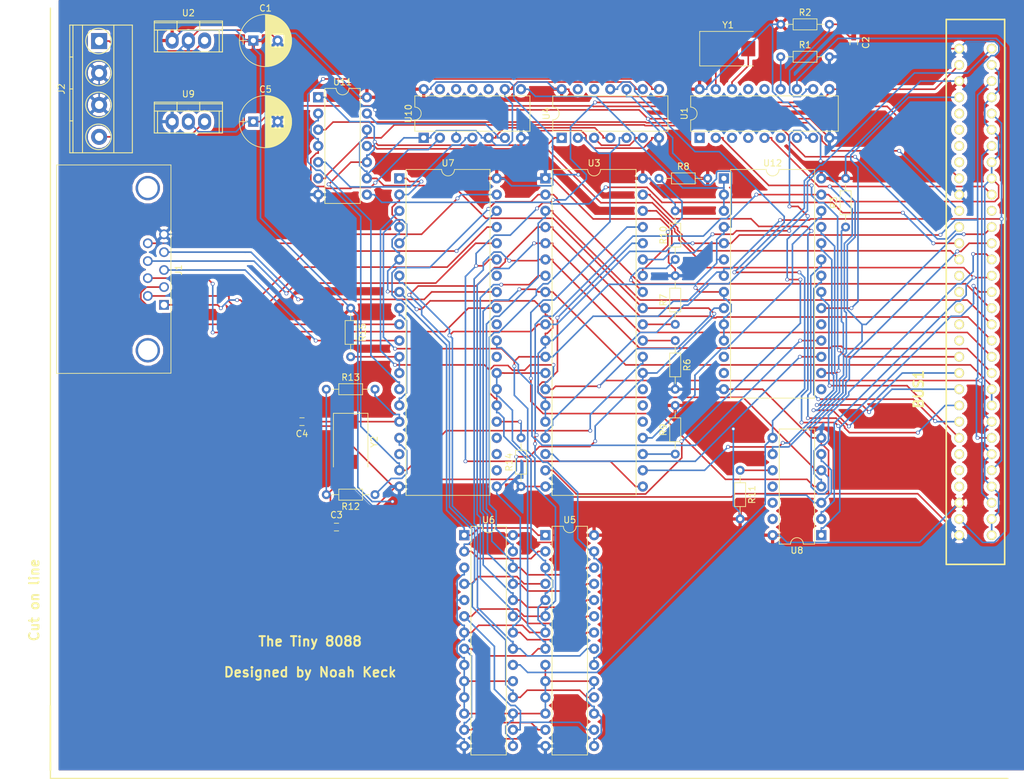
<source format=kicad_pcb>
(kicad_pcb (version 4) (host pcbnew 4.0.5)
  (layers (0 F.Cu power) (31 B.Cu signal) (35 F.Paste user) (37 F.SilkS user) (39 F.Mask user) (44 Edge.Cuts user))
  (net 0 "")
  (net 1 GND)
  (net 2 "Net-(BUS1-Pad2)")
  (net 3 Vcc)
  (net 4 "Net-(BUS1-Pad4)")
  (net 5 "Net-(BUS1-Pad5)")
  (net 6 "Net-(BUS1-Pad6)")
  (net 7 "Net-(BUS1-Pad7)")
  (net 8 "Net-(BUS1-Pad8)")
  (net 9 "Net-(BUS1-Pad9)")
  (net 10 "Net-(BUS1-Pad11)")
  (net 11 "Net-(BUS1-Pad12)")
  (net 12 "Net-(BUS1-Pad13)")
  (net 13 "Net-(BUS1-Pad14)")
  (net 14 "Net-(BUS1-Pad15)")
  (net 15 "Net-(BUS1-Pad16)")
  (net 16 "Net-(BUS1-Pad17)")
  (net 17 "Net-(BUS1-Pad18)")
  (net 18 "Net-(BUS1-Pad19)")
  (net 19 "Net-(BUS1-Pad20)")
  (net 20 "Net-(BUS1-Pad21)")
  (net 21 "Net-(BUS1-Pad22)")
  (net 22 "Net-(BUS1-Pad23)")
  (net 23 "Net-(BUS1-Pad24)")
  (net 24 "Net-(BUS1-Pad25)")
  (net 25 "Net-(BUS1-Pad26)")
  (net 26 "Net-(BUS1-Pad27)")
  (net 27 "Net-(BUS1-Pad28)")
  (net 28 "Net-(BUS1-Pad30)")
  (net 29 "Net-(BUS1-Pad32)")
  (net 30 A0)
  (net 31 A6)
  (net 32 A4)
  (net 33 A2)
  (net 34 "Net-(BUS1-Pad41)")
  (net 35 "Net-(BUS1-Pad42)")
  (net 36 A19)
  (net 37 A18)
  (net 38 A17)
  (net 39 A16)
  (net 40 A15)
  (net 41 A14)
  (net 42 A13)
  (net 43 A12)
  (net 44 A11)
  (net 45 A10)
  (net 46 A8)
  (net 47 "Net-(C2-Pad1)")
  (net 48 "Net-(C3-Pad1)")
  (net 49 SXI)
  (net 50 "Net-(J1-Pad1)")
  (net 51 "Net-(J1-Pad2)")
  (net 52 "Net-(J1-Pad3)")
  (net 53 "Net-(J1-Pad4)")
  (net 54 "Net-(J1-Pad6)")
  (net 55 "Net-(J1-Pad7)")
  (net 56 "Net-(J1-Pad8)")
  (net 57 "Net-(J1-Pad9)")
  (net 58 "Net-(J2-Pad4)")
  (net 59 "Net-(J2-Pad1)")
  (net 60 "Net-(R1-Pad1)")
  (net 61 "Net-(R3-Pad1)")
  (net 62 "Net-(R6-Pad1)")
  (net 63 "Net-(R7-Pad1)")
  (net 64 "Net-(R8-Pad1)")
  (net 65 "Net-(R9-Pad1)")
  (net 66 "Net-(R10-Pad1)")
  (net 67 "Net-(R11-Pad1)")
  (net 68 SXO)
  (net 69 "Net-(R14-Pad2)")
  (net 70 "Net-(R15-Pad2)")
  (net 71 "Net-(U1-Pad1)")
  (net 72 "Net-(U1-Pad3)")
  (net 73 "Net-(U1-Pad4)")
  (net 74 "Net-(U1-Pad14)")
  (net 75 "Net-(U1-Pad6)")
  (net 76 "Net-(U1-Pad15)")
  (net 77 "Net-(U1-Pad7)")
  (net 78 "Net-(U1-Pad16)")
  (net 79 "Net-(U1-Pad8)")
  (net 80 "Net-(U1-Pad17)")
  (net 81 INTA)
  (net 82 "Net-(U3-Pad25)")
  (net 83 "Net-(U3-Pad26)")
  (net 84 "Net-(U3-Pad7)")
  (net 85 "Net-(U3-Pad27)")
  (net 86 IO/M)
  (net 87 WR)
  (net 88 INT)
  (net 89 "Net-(U4-Pad8)")
  (net 90 "Net-(U4-Pad2)")
  (net 91 "Net-(U4-Pad3)")
  (net 92 "Net-(U4-Pad10)")
  (net 93 "Net-(U4-Pad11)")
  (net 94 "Net-(U7-Pad22)")
  (net 95 "Net-(U7-Pad23)")
  (net 96 "Net-(U7-Pad24)")
  (net 97 "Net-(U7-Pad15)")
  (net 98 IRQ0)
  (net 99 "Net-(U7-Pad31)")
  (net 100 "Net-(U7-Pad34)")
  (net 101 "Net-(U7-Pad18)")
  (net 102 "Net-(U10-Pad8)")
  (net 103 "Net-(U10-Pad2)")
  (net 104 "Net-(U10-Pad4)")
  (net 105 "Net-(U10-Pad6)")
  (net 106 "Net-(U12-Pad15)")
  (net 107 "Net-(U12-Pad19)")
  (net 108 "Net-(U12-Pad12)")
  (net 109 "Net-(U12-Pad13)")
  (module Capacitors_THT:CP_Radial_D8.0mm_P3.80mm (layer F.Cu) (at 80.02 19.05)
    (fp_text reference C1 (at 1.9 -5.06) (layer F.SilkS))
    (fp_text value "10 uF")
    (pad 1 thru_hole rect (at 0 0) (size 1.6 1.6) (drill 0.8) (layers *.Cu *.Mask) (net 3 Vcc))
    (pad 2 thru_hole circle (at 3.8 0) (size 1.6 1.6) (drill 0.8) (layers *.Cu *.Mask) (net 1 GND))
  )
  (module Capacitors_SMD:C_0603_HandSoldering (layer F.Cu) (at 173.99 19.37 270)
    (fp_text reference C2 (at 0 -1.9 270) (layer F.SilkS))
    (fp_text value 1n)
    (pad 1 smd rect (at -0.95 0 270) (size 1.2 0.75) (layers F.Cu F.Paste F.Mask) (net 47 "Net-(C2-Pad1)"))
    (pad 2 smd rect (at 0.95 0 270) (size 1.2 0.75) (layers F.Cu F.Paste F.Mask) (net 1 GND))
  )
  (module Capacitors_SMD:C_0603_HandSoldering (layer F.Cu) (at 93.03 95.25)
    (fp_text reference C3 (at 0 -1.9) (layer F.SilkS))
    (fp_text value "10 pF")
    (pad 1 smd rect (at -0.95 0) (size 1.2 0.75) (layers F.Cu F.Paste F.Mask) (net 48 "Net-(C3-Pad1)"))
    (pad 2 smd rect (at 0.95 0) (size 1.2 0.75) (layers F.Cu F.Paste F.Mask) (net 1 GND))
  )
  (module Capacitors_SMD:C_0603_HandSoldering (layer F.Cu) (at 87.63 78.74 180)
    (fp_text reference C4 (at 0 -1.9 180) (layer F.SilkS))
    (fp_text value "10 pF")
    (pad 1 smd rect (at -0.95 0 180) (size 1.2 0.75) (layers F.Cu F.Paste F.Mask) (net 49 SXI))
    (pad 2 smd rect (at 0.95 0 180) (size 1.2 0.75) (layers F.Cu F.Paste F.Mask) (net 1 GND))
  )
  (module Capacitors_THT:CP_Radial_D8.0mm_P3.80mm (layer F.Cu) (at 80.02 31.75)
    (fp_text reference C5 (at 1.9 -5.06) (layer F.SilkS))
    (fp_text value "10 uF")
    (pad 1 thru_hole rect (at 0 0) (size 1.6 1.6) (drill 0.8) (layers *.Cu *.Mask) (net 9 "Net-(BUS1-Pad9)"))
    (pad 2 thru_hole circle (at 3.8 0) (size 1.6 1.6) (drill 0.8) (layers *.Cu *.Mask) (net 1 GND))
  )
  (module Connectors:DB9FC (layer F.Cu) (at 66.04 60.45 90)
    (fp_text reference J1 (at 5.46 2.28 90) (layer F.SilkS))
    (fp_text value DB9)
    (pad "" thru_hole circle (at 18.29 -2.54 90) (size 3.81 3.81) (drill 3.05) (layers *.Cu *.Mask))
    (pad "" thru_hole circle (at -7.11 -2.54 90) (size 3.81 3.81) (drill 3.05) (layers *.Cu *.Mask))
    (pad 1 thru_hole rect (at 0 0 90) (size 1.52 1.52) (drill 1.02) (layers *.Cu *.Mask) (net 50 "Net-(J1-Pad1)"))
    (pad 2 thru_hole circle (at 2.79 0 90) (size 1.52 1.52) (drill 1.02) (layers *.Cu *.Mask) (net 51 "Net-(J1-Pad2)"))
    (pad 3 thru_hole circle (at 5.46 0 90) (size 1.52 1.52) (drill 1.02) (layers *.Cu *.Mask) (net 52 "Net-(J1-Pad3)"))
    (pad 4 thru_hole circle (at 8.26 0 90) (size 1.52 1.52) (drill 1.02) (layers *.Cu *.Mask) (net 53 "Net-(J1-Pad4)"))
    (pad 5 thru_hole circle (at 11.05 0 90) (size 1.52 1.52) (drill 1.02) (layers *.Cu *.Mask) (net 1 GND))
    (pad 6 thru_hole circle (at 1.4 -2.54 90) (size 1.52 1.52) (drill 1.02) (layers *.Cu *.Mask) (net 54 "Net-(J1-Pad6)"))
    (pad 7 thru_hole circle (at 4.19 -2.54 90) (size 1.52 1.52) (drill 1.02) (layers *.Cu *.Mask) (net 55 "Net-(J1-Pad7)"))
    (pad 8 thru_hole circle (at 6.86 -2.54 90) (size 1.52 1.52) (drill 1.02) (layers *.Cu *.Mask) (net 56 "Net-(J1-Pad8)"))
    (pad 9 thru_hole circle (at 9.65 -2.54 90) (size 1.52 1.52) (drill 1.02) (layers *.Cu *.Mask) (net 57 "Net-(J1-Pad9)"))
  )
  (module Connectors_Terminal_Blocks:TerminalBlock_Pheonix_MKDS1.5-4pol (layer F.Cu) (at 55.88 19.13 270)
    (fp_text reference J2 (at 7.5 5.9 270) (layer F.SilkS))
    (fp_text value Screw_Terminal_1x04)
    (pad 4 thru_hole circle (at 15 0 270) (size 2.5 2.5) (drill 1.3) (layers *.Cu *.Mask) (net 58 "Net-(J2-Pad4)"))
    (pad 3 thru_hole circle (at 10 0 270) (size 2.5 2.5) (drill 1.3) (layers *.Cu *.Mask) (net 1 GND))
    (pad 1 thru_hole rect (at 0 0 270) (size 2.5 2.5) (drill 1.3) (layers *.Cu *.Mask) (net 59 "Net-(J2-Pad1)"))
    (pad 2 thru_hole circle (at 5 0 270) (size 2.5 2.5) (drill 1.3) (layers *.Cu *.Mask) (net 1 GND))
  )
  (module Resistors_THT:R_Axial_DIN0204_L3.6mm_D1.6mm_P7.62mm_Horizontal (layer F.Cu) (at 162.56 21.59)
    (fp_text reference R1 (at 3.81 -1.86) (layer F.SilkS))
    (fp_text value 10k)
    (pad 1 thru_hole circle (at 0 0) (size 1.4 1.4) (drill 0.7) (layers *.Cu *.Mask) (net 60 "Net-(R1-Pad1)"))
    (pad 2 thru_hole oval (at 7.62 0) (size 1.4 1.4) (drill 0.7) (layers *.Cu *.Mask) (net 1 GND))
  )
  (module Resistors_THT:R_Axial_DIN0204_L3.6mm_D1.6mm_P7.62mm_Horizontal (layer F.Cu) (at 162.56 16.51)
    (fp_text reference R2 (at 3.81 -1.86) (layer F.SilkS))
    (fp_text value 1k)
    (pad 1 thru_hole circle (at 0 0) (size 1.4 1.4) (drill 0.7) (layers *.Cu *.Mask) (net 3 Vcc))
    (pad 2 thru_hole oval (at 7.62 0) (size 1.4 1.4) (drill 0.7) (layers *.Cu *.Mask) (net 47 "Net-(C2-Pad1)"))
  )
  (module Resistors_THT:R_Axial_DIN0204_L3.6mm_D1.6mm_P7.62mm_Horizontal (layer F.Cu) (at 172.72 48.26 90)
    (fp_text reference R3 (at 3.81 -1.86 90) (layer F.SilkS))
    (fp_text value 10k)
    (pad 1 thru_hole circle (at 0 0 90) (size 1.4 1.4) (drill 0.7) (layers *.Cu *.Mask) (net 61 "Net-(R3-Pad1)"))
    (pad 2 thru_hole oval (at 7.62 0 90) (size 1.4 1.4) (drill 0.7) (layers *.Cu *.Mask) (net 3 Vcc))
  )
  (module Resistors_THT:R_Axial_DIN0204_L3.6mm_D1.6mm_P7.62mm_Horizontal (layer F.Cu) (at 146.05 66.04 270)
    (fp_text reference R6 (at 3.81 -1.86 270) (layer F.SilkS))
    (fp_text value 10k)
    (pad 1 thru_hole circle (at 0 0 270) (size 1.4 1.4) (drill 0.7) (layers *.Cu *.Mask) (net 62 "Net-(R6-Pad1)"))
    (pad 2 thru_hole oval (at 7.62 0 270) (size 1.4 1.4) (drill 0.7) (layers *.Cu *.Mask) (net 1 GND))
  )
  (module Resistors_THT:R_Axial_DIN0204_L3.6mm_D1.6mm_P7.62mm_Horizontal (layer F.Cu) (at 146.05 63.5 90)
    (fp_text reference R7 (at 3.81 -1.86 90) (layer F.SilkS))
    (fp_text value 10k)
    (pad 1 thru_hole circle (at 0 0 90) (size 1.4 1.4) (drill 0.7) (layers *.Cu *.Mask) (net 63 "Net-(R7-Pad1)"))
    (pad 2 thru_hole oval (at 7.62 0 90) (size 1.4 1.4) (drill 0.7) (layers *.Cu *.Mask) (net 1 GND))
  )
  (module Resistors_THT:R_Axial_DIN0204_L3.6mm_D1.6mm_P7.62mm_Horizontal (layer F.Cu) (at 143.51 40.64)
    (fp_text reference R8 (at 3.81 -1.86) (layer F.SilkS))
    (fp_text value 10k)
    (pad 1 thru_hole circle (at 0 0) (size 1.4 1.4) (drill 0.7) (layers *.Cu *.Mask) (net 64 "Net-(R8-Pad1)"))
    (pad 2 thru_hole oval (at 7.62 0) (size 1.4 1.4) (drill 0.7) (layers *.Cu *.Mask) (net 3 Vcc))
  )
  (module Resistors_THT:R_Axial_DIN0204_L3.6mm_D1.6mm_P7.62mm_Horizontal (layer F.Cu) (at 146.05 83.82 90)
    (fp_text reference R9 (at 3.81 -1.86 90) (layer F.SilkS))
    (fp_text value 10k)
    (pad 1 thru_hole circle (at 0 0 90) (size 1.4 1.4) (drill 0.7) (layers *.Cu *.Mask) (net 65 "Net-(R9-Pad1)"))
    (pad 2 thru_hole oval (at 7.62 0 90) (size 1.4 1.4) (drill 0.7) (layers *.Cu *.Mask) (net 3 Vcc))
  )
  (module Resistors_THT:R_Axial_DIN0204_L3.6mm_D1.6mm_P7.62mm_Horizontal (layer F.Cu) (at 146.05 53.34 90)
    (fp_text reference R10 (at 3.81 -1.86 90) (layer F.SilkS))
    (fp_text value 10k)
    (pad 1 thru_hole circle (at 0 0 90) (size 1.4 1.4) (drill 0.7) (layers *.Cu *.Mask) (net 66 "Net-(R10-Pad1)"))
    (pad 2 thru_hole oval (at 7.62 0 90) (size 1.4 1.4) (drill 0.7) (layers *.Cu *.Mask) (net 3 Vcc))
  )
  (module Resistors_THT:R_Axial_DIN0204_L3.6mm_D1.6mm_P7.62mm_Horizontal (layer F.Cu) (at 156.21 86.36 270)
    (fp_text reference R11 (at 3.81 -1.86 270) (layer F.SilkS))
    (fp_text value 10k)
    (pad 1 thru_hole circle (at 0 0 270) (size 1.4 1.4) (drill 0.7) (layers *.Cu *.Mask) (net 67 "Net-(R11-Pad1)"))
    (pad 2 thru_hole oval (at 7.62 0 270) (size 1.4 1.4) (drill 0.7) (layers *.Cu *.Mask) (net 3 Vcc))
  )
  (module Resistors_THT:R_Axial_DIN0204_L3.6mm_D1.6mm_P7.62mm_Horizontal (layer F.Cu) (at 99.06 90.17 180)
    (fp_text reference R12 (at 3.81 -1.86 180) (layer F.SilkS))
    (fp_text value 2.2k)
    (pad 1 thru_hole circle (at 0 0 180) (size 1.4 1.4) (drill 0.7) (layers *.Cu *.Mask) (net 68 SXO))
    (pad 2 thru_hole oval (at 7.62 0 180) (size 1.4 1.4) (drill 0.7) (layers *.Cu *.Mask) (net 48 "Net-(C3-Pad1)"))
  )
  (module Resistors_THT:R_Axial_DIN0204_L3.6mm_D1.6mm_P7.62mm_Horizontal (layer F.Cu) (at 91.44 73.66)
    (fp_text reference R13 (at 3.81 -1.86) (layer F.SilkS))
    (fp_text value 2.2k)
    (pad 1 thru_hole circle (at 0 0) (size 1.4 1.4) (drill 0.7) (layers *.Cu *.Mask) (net 48 "Net-(C3-Pad1)"))
    (pad 2 thru_hole oval (at 7.62 0) (size 1.4 1.4) (drill 0.7) (layers *.Cu *.Mask) (net 49 SXI))
  )
  (module Resistors_THT:R_Axial_DIN0204_L3.6mm_D1.6mm_P7.62mm_Horizontal (layer F.Cu) (at 121.92 88.9 90)
    (fp_text reference R14 (at 3.81 -1.86 90) (layer F.SilkS))
    (fp_text value 10k)
    (pad 1 thru_hole circle (at 0 0 90) (size 1.4 1.4) (drill 0.7) (layers *.Cu *.Mask) (net 1 GND))
    (pad 2 thru_hole oval (at 7.62 0 90) (size 1.4 1.4) (drill 0.7) (layers *.Cu *.Mask) (net 69 "Net-(R14-Pad2)"))
  )
  (module Resistors_THT:R_Axial_DIN0204_L3.6mm_D1.6mm_P7.62mm_Horizontal (layer F.Cu) (at 95.25 60.96 270)
    (fp_text reference R15 (at 3.81 -1.86 270) (layer F.SilkS))
    (fp_text value 10k)
    (pad 1 thru_hole circle (at 0 0 270) (size 1.4 1.4) (drill 0.7) (layers *.Cu *.Mask) (net 3 Vcc))
    (pad 2 thru_hole oval (at 7.62 0 270) (size 1.4 1.4) (drill 0.7) (layers *.Cu *.Mask) (net 70 "Net-(R15-Pad2)"))
  )
  (module Housings_DIP:DIP-18_W7.62mm (layer F.Cu) (at 149.86 34.29 90)
    (fp_text reference U1 (at 3.81 -2.39 90) (layer F.SilkS))
    (fp_text value 8284)
    (pad 1 thru_hole rect (at 0 0 90) (size 1.6 1.6) (drill 0.8) (layers *.Cu *.Mask) (net 71 "Net-(U1-Pad1)"))
    (pad 10 thru_hole oval (at 7.62 20.32 90) (size 1.6 1.6) (drill 0.8) (layers *.Cu *.Mask) (net 2 "Net-(BUS1-Pad2)"))
    (pad 2 thru_hole oval (at 0 2.54 90) (size 1.6 1.6) (drill 0.8) (layers *.Cu *.Mask) (net 19 "Net-(BUS1-Pad20)"))
    (pad 11 thru_hole oval (at 7.62 17.78 90) (size 1.6 1.6) (drill 0.8) (layers *.Cu *.Mask) (net 47 "Net-(C2-Pad1)"))
    (pad 3 thru_hole oval (at 0 5.08 90) (size 1.6 1.6) (drill 0.8) (layers *.Cu *.Mask) (net 72 "Net-(U1-Pad3)"))
    (pad 12 thru_hole oval (at 7.62 15.24 90) (size 1.6 1.6) (drill 0.8) (layers *.Cu *.Mask) (net 28 "Net-(BUS1-Pad30)"))
    (pad 4 thru_hole oval (at 0 7.62 90) (size 1.6 1.6) (drill 0.8) (layers *.Cu *.Mask) (net 73 "Net-(U1-Pad4)"))
    (pad 13 thru_hole oval (at 7.62 12.7 90) (size 1.6 1.6) (drill 0.8) (layers *.Cu *.Mask) (net 60 "Net-(R1-Pad1)"))
    (pad 5 thru_hole oval (at 0 10.16 90) (size 1.6 1.6) (drill 0.8) (layers *.Cu *.Mask) (net 34 "Net-(BUS1-Pad41)"))
    (pad 14 thru_hole oval (at 7.62 10.16 90) (size 1.6 1.6) (drill 0.8) (layers *.Cu *.Mask) (net 74 "Net-(U1-Pad14)"))
    (pad 6 thru_hole oval (at 0 12.7 90) (size 1.6 1.6) (drill 0.8) (layers *.Cu *.Mask) (net 75 "Net-(U1-Pad6)"))
    (pad 15 thru_hole oval (at 7.62 7.62 90) (size 1.6 1.6) (drill 0.8) (layers *.Cu *.Mask) (net 76 "Net-(U1-Pad15)"))
    (pad 7 thru_hole oval (at 0 15.24 90) (size 1.6 1.6) (drill 0.8) (layers *.Cu *.Mask) (net 77 "Net-(U1-Pad7)"))
    (pad 16 thru_hole oval (at 7.62 5.08 90) (size 1.6 1.6) (drill 0.8) (layers *.Cu *.Mask) (net 78 "Net-(U1-Pad16)"))
    (pad 8 thru_hole oval (at 0 17.78 90) (size 1.6 1.6) (drill 0.8) (layers *.Cu *.Mask) (net 79 "Net-(U1-Pad8)"))
    (pad 17 thru_hole oval (at 7.62 2.54 90) (size 1.6 1.6) (drill 0.8) (layers *.Cu *.Mask) (net 80 "Net-(U1-Pad17)"))
    (pad 9 thru_hole oval (at 0 20.32 90) (size 1.6 1.6) (drill 0.8) (layers *.Cu *.Mask) (net 1 GND))
    (pad 18 thru_hole oval (at 7.62 0 90) (size 1.6 1.6) (drill 0.8) (layers *.Cu *.Mask) (net 3 Vcc))
  )
  (module Power_Integrations:TO-220 (layer F.Cu) (at 69.85 19.05)
    (fp_text reference U2 (at 0 -4.318) (layer F.SilkS))
    (fp_text value LM2931AZ-5.0)
    (pad 2 thru_hole oval (at 0 0) (size 2.032 2.54) (drill 1.143) (layers *.Cu *.Mask) (net 1 GND))
    (pad 3 thru_hole oval (at 2.54 0) (size 2.032 2.54) (drill 1.143) (layers *.Cu *.Mask) (net 59 "Net-(J2-Pad1)"))
    (pad 1 thru_hole oval (at -2.54 0) (size 2.032 2.54) (drill 1.143) (layers *.Cu *.Mask) (net 3 Vcc))
  )
  (module Housings_DIP:DIP-40_W15.24mm (layer F.Cu) (at 125.73 40.64)
    (fp_text reference U3 (at 7.62 -2.39) (layer F.SilkS))
    (fp_text value 8088)
    (pad 1 thru_hole rect (at 0 0) (size 1.6 1.6) (drill 0.8) (layers *.Cu *.Mask) (net 1 GND))
    (pad 21 thru_hole oval (at 15.24 48.26) (size 1.6 1.6) (drill 0.8) (layers *.Cu *.Mask) (net 2 "Net-(BUS1-Pad2)"))
    (pad 2 thru_hole oval (at 0 2.54) (size 1.6 1.6) (drill 0.8) (layers *.Cu *.Mask) (net 41 A14))
    (pad 22 thru_hole oval (at 15.24 45.72) (size 1.6 1.6) (drill 0.8) (layers *.Cu *.Mask) (net 34 "Net-(BUS1-Pad41)"))
    (pad 3 thru_hole oval (at 0 5.08) (size 1.6 1.6) (drill 0.8) (layers *.Cu *.Mask) (net 42 A13))
    (pad 23 thru_hole oval (at 15.24 43.18) (size 1.6 1.6) (drill 0.8) (layers *.Cu *.Mask) (net 65 "Net-(R9-Pad1)"))
    (pad 4 thru_hole oval (at 0 7.62) (size 1.6 1.6) (drill 0.8) (layers *.Cu *.Mask) (net 43 A12))
    (pad 24 thru_hole oval (at 15.24 40.64) (size 1.6 1.6) (drill 0.8) (layers *.Cu *.Mask) (net 81 INTA))
    (pad 5 thru_hole oval (at 0 10.16) (size 1.6 1.6) (drill 0.8) (layers *.Cu *.Mask) (net 44 A11))
    (pad 25 thru_hole oval (at 15.24 38.1) (size 1.6 1.6) (drill 0.8) (layers *.Cu *.Mask) (net 82 "Net-(U3-Pad25)"))
    (pad 6 thru_hole oval (at 0 12.7) (size 1.6 1.6) (drill 0.8) (layers *.Cu *.Mask) (net 45 A10))
    (pad 26 thru_hole oval (at 15.24 35.56) (size 1.6 1.6) (drill 0.8) (layers *.Cu *.Mask) (net 83 "Net-(U3-Pad26)"))
    (pad 7 thru_hole oval (at 0 15.24) (size 1.6 1.6) (drill 0.8) (layers *.Cu *.Mask) (net 84 "Net-(U3-Pad7)"))
    (pad 27 thru_hole oval (at 15.24 33.02) (size 1.6 1.6) (drill 0.8) (layers *.Cu *.Mask) (net 85 "Net-(U3-Pad27)"))
    (pad 8 thru_hole oval (at 0 17.78) (size 1.6 1.6) (drill 0.8) (layers *.Cu *.Mask) (net 46 A8))
    (pad 28 thru_hole oval (at 15.24 30.48) (size 1.6 1.6) (drill 0.8) (layers *.Cu *.Mask) (net 86 IO/M))
    (pad 9 thru_hole oval (at 0 20.32) (size 1.6 1.6) (drill 0.8) (layers *.Cu *.Mask) (net 30 A0))
    (pad 29 thru_hole oval (at 15.24 27.94) (size 1.6 1.6) (drill 0.8) (layers *.Cu *.Mask) (net 87 WR))
    (pad 10 thru_hole oval (at 0 22.86) (size 1.6 1.6) (drill 0.8) (layers *.Cu *.Mask) (net 31 A6))
    (pad 30 thru_hole oval (at 15.24 25.4) (size 1.6 1.6) (drill 0.8) (layers *.Cu *.Mask) (net 62 "Net-(R6-Pad1)"))
    (pad 11 thru_hole oval (at 0 25.4) (size 1.6 1.6) (drill 0.8) (layers *.Cu *.Mask) (net 30 A0))
    (pad 31 thru_hole oval (at 15.24 22.86) (size 1.6 1.6) (drill 0.8) (layers *.Cu *.Mask) (net 63 "Net-(R7-Pad1)"))
    (pad 12 thru_hole oval (at 0 27.94) (size 1.6 1.6) (drill 0.8) (layers *.Cu *.Mask) (net 32 A4))
    (pad 32 thru_hole oval (at 15.24 20.32) (size 1.6 1.6) (drill 0.8) (layers *.Cu *.Mask) (net 86 IO/M))
    (pad 13 thru_hole oval (at 0 30.48) (size 1.6 1.6) (drill 0.8) (layers *.Cu *.Mask) (net 30 A0))
    (pad 33 thru_hole oval (at 15.24 17.78) (size 1.6 1.6) (drill 0.8) (layers *.Cu *.Mask) (net 66 "Net-(R10-Pad1)"))
    (pad 14 thru_hole oval (at 0 33.02) (size 1.6 1.6) (drill 0.8) (layers *.Cu *.Mask) (net 33 A2))
    (pad 34 thru_hole oval (at 15.24 15.24) (size 1.6 1.6) (drill 0.8) (layers *.Cu *.Mask) (net 64 "Net-(R8-Pad1)"))
    (pad 15 thru_hole oval (at 0 35.56) (size 1.6 1.6) (drill 0.8) (layers *.Cu *.Mask) (net 30 A0))
    (pad 35 thru_hole oval (at 15.24 12.7) (size 1.6 1.6) (drill 0.8) (layers *.Cu *.Mask) (net 36 A19))
    (pad 16 thru_hole oval (at 0 38.1) (size 1.6 1.6) (drill 0.8) (layers *.Cu *.Mask) (net 30 A0))
    (pad 36 thru_hole oval (at 15.24 10.16) (size 1.6 1.6) (drill 0.8) (layers *.Cu *.Mask) (net 37 A18))
    (pad 17 thru_hole oval (at 0 40.64) (size 1.6 1.6) (drill 0.8) (layers *.Cu *.Mask) (net 29 "Net-(BUS1-Pad32)"))
    (pad 37 thru_hole oval (at 15.24 7.62) (size 1.6 1.6) (drill 0.8) (layers *.Cu *.Mask) (net 38 A17))
    (pad 18 thru_hole oval (at 0 43.18) (size 1.6 1.6) (drill 0.8) (layers *.Cu *.Mask) (net 88 INT))
    (pad 38 thru_hole oval (at 15.24 5.08) (size 1.6 1.6) (drill 0.8) (layers *.Cu *.Mask) (net 39 A16))
    (pad 19 thru_hole oval (at 0 45.72) (size 1.6 1.6) (drill 0.8) (layers *.Cu *.Mask) (net 79 "Net-(U1-Pad8)"))
    (pad 39 thru_hole oval (at 15.24 2.54) (size 1.6 1.6) (drill 0.8) (layers *.Cu *.Mask) (net 40 A15))
    (pad 20 thru_hole oval (at 0 48.26) (size 1.6 1.6) (drill 0.8) (layers *.Cu *.Mask) (net 1 GND))
    (pad 40 thru_hole oval (at 15.24 0) (size 1.6 1.6) (drill 0.8) (layers *.Cu *.Mask) (net 3 Vcc))
  )
  (module Housings_DIP:DIP-14_W7.62mm (layer F.Cu) (at 128.27 34.29 90)
    (fp_text reference U4 (at 3.81 -2.39 90) (layer F.SilkS))
    (fp_text value 74LS04)
    (pad 1 thru_hole rect (at 0 0 90) (size 1.6 1.6) (drill 0.8) (layers *.Cu *.Mask) (net 87 WR))
    (pad 8 thru_hole oval (at 7.62 15.24 90) (size 1.6 1.6) (drill 0.8) (layers *.Cu *.Mask) (net 89 "Net-(U4-Pad8)"))
    (pad 2 thru_hole oval (at 0 2.54 90) (size 1.6 1.6) (drill 0.8) (layers *.Cu *.Mask) (net 90 "Net-(U4-Pad2)"))
    (pad 9 thru_hole oval (at 7.62 12.7 90) (size 1.6 1.6) (drill 0.8) (layers *.Cu *.Mask) (net 86 IO/M))
    (pad 3 thru_hole oval (at 0 5.08 90) (size 1.6 1.6) (drill 0.8) (layers *.Cu *.Mask) (net 91 "Net-(U4-Pad3)"))
    (pad 10 thru_hole oval (at 7.62 10.16 90) (size 1.6 1.6) (drill 0.8) (layers *.Cu *.Mask) (net 92 "Net-(U4-Pad10)"))
    (pad 4 thru_hole oval (at 0 7.62 90) (size 1.6 1.6) (drill 0.8) (layers *.Cu *.Mask) (net 86 IO/M))
    (pad 11 thru_hole oval (at 7.62 7.62 90) (size 1.6 1.6) (drill 0.8) (layers *.Cu *.Mask) (net 93 "Net-(U4-Pad11)"))
    (pad 5 thru_hole oval (at 0 10.16 90) (size 1.6 1.6) (drill 0.8) (layers *.Cu *.Mask) (net 90 "Net-(U4-Pad2)"))
    (pad 12 thru_hole oval (at 7.62 5.08 90) (size 1.6 1.6) (drill 0.8) (layers *.Cu *.Mask))
    (pad 6 thru_hole oval (at 0 12.7 90) (size 1.6 1.6) (drill 0.8) (layers *.Cu *.Mask) (net 91 "Net-(U4-Pad3)"))
    (pad 13 thru_hole oval (at 7.62 2.54 90) (size 1.6 1.6) (drill 0.8) (layers *.Cu *.Mask))
    (pad 7 thru_hole oval (at 0 15.24 90) (size 1.6 1.6) (drill 0.8) (layers *.Cu *.Mask) (net 1 GND))
    (pad 14 thru_hole oval (at 7.62 0 90) (size 1.6 1.6) (drill 0.8) (layers *.Cu *.Mask) (net 3 Vcc))
  )
  (module Housings_DIP:DIP-28_W7.62mm (layer F.Cu) (at 125.73 96.52)
    (fp_text reference U5 (at 3.81 -2.39) (layer F.SilkS))
    (fp_text value 28C256)
    (pad 1 thru_hole rect (at 0 0) (size 1.6 1.6) (drill 0.8) (layers *.Cu *.Mask) (net 41 A14))
    (pad 15 thru_hole oval (at 7.62 33.02) (size 1.6 1.6) (drill 0.8) (layers *.Cu *.Mask) (net 30 A0))
    (pad 2 thru_hole oval (at 0 2.54) (size 1.6 1.6) (drill 0.8) (layers *.Cu *.Mask) (net 43 A12))
    (pad 16 thru_hole oval (at 7.62 30.48) (size 1.6 1.6) (drill 0.8) (layers *.Cu *.Mask) (net 32 A4))
    (pad 3 thru_hole oval (at 0 5.08) (size 1.6 1.6) (drill 0.8) (layers *.Cu *.Mask) (net 30 A0))
    (pad 17 thru_hole oval (at 7.62 27.94) (size 1.6 1.6) (drill 0.8) (layers *.Cu *.Mask) (net 30 A0))
    (pad 4 thru_hole oval (at 0 7.62) (size 1.6 1.6) (drill 0.8) (layers *.Cu *.Mask) (net 31 A6))
    (pad 18 thru_hole oval (at 7.62 25.4) (size 1.6 1.6) (drill 0.8) (layers *.Cu *.Mask) (net 31 A6))
    (pad 5 thru_hole oval (at 0 10.16) (size 1.6 1.6) (drill 0.8) (layers *.Cu *.Mask) (net 30 A0))
    (pad 19 thru_hole oval (at 7.62 22.86) (size 1.6 1.6) (drill 0.8) (layers *.Cu *.Mask) (net 30 A0))
    (pad 6 thru_hole oval (at 0 12.7) (size 1.6 1.6) (drill 0.8) (layers *.Cu *.Mask) (net 32 A4))
    (pad 20 thru_hole oval (at 7.62 20.32) (size 1.6 1.6) (drill 0.8) (layers *.Cu *.Mask) (net 92 "Net-(U4-Pad10)"))
    (pad 7 thru_hole oval (at 0 15.24) (size 1.6 1.6) (drill 0.8) (layers *.Cu *.Mask) (net 30 A0))
    (pad 21 thru_hole oval (at 7.62 17.78) (size 1.6 1.6) (drill 0.8) (layers *.Cu *.Mask) (net 45 A10))
    (pad 8 thru_hole oval (at 0 17.78) (size 1.6 1.6) (drill 0.8) (layers *.Cu *.Mask) (net 33 A2))
    (pad 22 thru_hole oval (at 7.62 15.24) (size 1.6 1.6) (drill 0.8) (layers *.Cu *.Mask) (net 86 IO/M))
    (pad 9 thru_hole oval (at 0 20.32) (size 1.6 1.6) (drill 0.8) (layers *.Cu *.Mask) (net 30 A0))
    (pad 23 thru_hole oval (at 7.62 12.7) (size 1.6 1.6) (drill 0.8) (layers *.Cu *.Mask) (net 44 A11))
    (pad 10 thru_hole oval (at 0 22.86) (size 1.6 1.6) (drill 0.8) (layers *.Cu *.Mask) (net 30 A0))
    (pad 24 thru_hole oval (at 7.62 10.16) (size 1.6 1.6) (drill 0.8) (layers *.Cu *.Mask) (net 84 "Net-(U3-Pad7)"))
    (pad 11 thru_hole oval (at 0 25.4) (size 1.6 1.6) (drill 0.8) (layers *.Cu *.Mask) (net 30 A0))
    (pad 25 thru_hole oval (at 7.62 7.62) (size 1.6 1.6) (drill 0.8) (layers *.Cu *.Mask) (net 46 A8))
    (pad 12 thru_hole oval (at 0 27.94) (size 1.6 1.6) (drill 0.8) (layers *.Cu *.Mask) (net 30 A0))
    (pad 26 thru_hole oval (at 7.62 5.08) (size 1.6 1.6) (drill 0.8) (layers *.Cu *.Mask) (net 42 A13))
    (pad 13 thru_hole oval (at 0 30.48) (size 1.6 1.6) (drill 0.8) (layers *.Cu *.Mask) (net 33 A2))
    (pad 27 thru_hole oval (at 7.62 2.54) (size 1.6 1.6) (drill 0.8) (layers *.Cu *.Mask) (net 92 "Net-(U4-Pad10)"))
    (pad 14 thru_hole oval (at 0 33.02) (size 1.6 1.6) (drill 0.8) (layers *.Cu *.Mask) (net 1 GND))
    (pad 28 thru_hole oval (at 7.62 0) (size 1.6 1.6) (drill 0.8) (layers *.Cu *.Mask) (net 3 Vcc))
  )
  (module Housings_DIP:DIP-28_W7.62mm (layer F.Cu) (at 113.03 96.52)
    (fp_text reference U6 (at 3.81 -2.39) (layer F.SilkS))
    (fp_text value RAM_32KO)
    (pad 1 thru_hole rect (at 0 0) (size 1.6 1.6) (drill 0.8) (layers *.Cu *.Mask) (net 41 A14))
    (pad 15 thru_hole oval (at 7.62 33.02) (size 1.6 1.6) (drill 0.8) (layers *.Cu *.Mask) (net 30 A0))
    (pad 2 thru_hole oval (at 0 2.54) (size 1.6 1.6) (drill 0.8) (layers *.Cu *.Mask) (net 43 A12))
    (pad 16 thru_hole oval (at 7.62 30.48) (size 1.6 1.6) (drill 0.8) (layers *.Cu *.Mask) (net 32 A4))
    (pad 3 thru_hole oval (at 0 5.08) (size 1.6 1.6) (drill 0.8) (layers *.Cu *.Mask) (net 30 A0))
    (pad 17 thru_hole oval (at 7.62 27.94) (size 1.6 1.6) (drill 0.8) (layers *.Cu *.Mask) (net 30 A0))
    (pad 4 thru_hole oval (at 0 7.62) (size 1.6 1.6) (drill 0.8) (layers *.Cu *.Mask) (net 31 A6))
    (pad 18 thru_hole oval (at 7.62 25.4) (size 1.6 1.6) (drill 0.8) (layers *.Cu *.Mask) (net 31 A6))
    (pad 5 thru_hole oval (at 0 10.16) (size 1.6 1.6) (drill 0.8) (layers *.Cu *.Mask) (net 30 A0))
    (pad 19 thru_hole oval (at 7.62 22.86) (size 1.6 1.6) (drill 0.8) (layers *.Cu *.Mask) (net 30 A0))
    (pad 6 thru_hole oval (at 0 12.7) (size 1.6 1.6) (drill 0.8) (layers *.Cu *.Mask) (net 32 A4))
    (pad 20 thru_hole oval (at 7.62 20.32) (size 1.6 1.6) (drill 0.8) (layers *.Cu *.Mask) (net 93 "Net-(U4-Pad11)"))
    (pad 7 thru_hole oval (at 0 15.24) (size 1.6 1.6) (drill 0.8) (layers *.Cu *.Mask) (net 30 A0))
    (pad 21 thru_hole oval (at 7.62 17.78) (size 1.6 1.6) (drill 0.8) (layers *.Cu *.Mask) (net 45 A10))
    (pad 8 thru_hole oval (at 0 17.78) (size 1.6 1.6) (drill 0.8) (layers *.Cu *.Mask) (net 33 A2))
    (pad 22 thru_hole oval (at 7.62 15.24) (size 1.6 1.6) (drill 0.8) (layers *.Cu *.Mask) (net 86 IO/M))
    (pad 9 thru_hole oval (at 0 20.32) (size 1.6 1.6) (drill 0.8) (layers *.Cu *.Mask) (net 30 A0))
    (pad 23 thru_hole oval (at 7.62 12.7) (size 1.6 1.6) (drill 0.8) (layers *.Cu *.Mask) (net 44 A11))
    (pad 10 thru_hole oval (at 0 22.86) (size 1.6 1.6) (drill 0.8) (layers *.Cu *.Mask) (net 30 A0))
    (pad 24 thru_hole oval (at 7.62 10.16) (size 1.6 1.6) (drill 0.8) (layers *.Cu *.Mask) (net 84 "Net-(U3-Pad7)"))
    (pad 11 thru_hole oval (at 0 25.4) (size 1.6 1.6) (drill 0.8) (layers *.Cu *.Mask) (net 30 A0))
    (pad 25 thru_hole oval (at 7.62 7.62) (size 1.6 1.6) (drill 0.8) (layers *.Cu *.Mask) (net 46 A8))
    (pad 12 thru_hole oval (at 0 27.94) (size 1.6 1.6) (drill 0.8) (layers *.Cu *.Mask) (net 30 A0))
    (pad 26 thru_hole oval (at 7.62 5.08) (size 1.6 1.6) (drill 0.8) (layers *.Cu *.Mask) (net 42 A13))
    (pad 13 thru_hole oval (at 0 30.48) (size 1.6 1.6) (drill 0.8) (layers *.Cu *.Mask) (net 33 A2))
    (pad 27 thru_hole oval (at 7.62 2.54) (size 1.6 1.6) (drill 0.8) (layers *.Cu *.Mask) (net 90 "Net-(U4-Pad2)"))
    (pad 14 thru_hole oval (at 0 33.02) (size 1.6 1.6) (drill 0.8) (layers *.Cu *.Mask) (net 1 GND))
    (pad 28 thru_hole oval (at 7.62 0) (size 1.6 1.6) (drill 0.8) (layers *.Cu *.Mask) (net 3 Vcc))
  )
  (module Housings_DIP:DIP-40_W15.24mm (layer F.Cu) (at 102.87 40.64)
    (fp_text reference U7 (at 7.62 -2.39) (layer F.SilkS))
    (fp_text value 16450)
    (pad 1 thru_hole rect (at 0 0) (size 1.6 1.6) (drill 0.8) (layers *.Cu *.Mask) (net 30 A0))
    (pad 21 thru_hole oval (at 15.24 48.26) (size 1.6 1.6) (drill 0.8) (layers *.Cu *.Mask) (net 86 IO/M))
    (pad 2 thru_hole oval (at 0 2.54) (size 1.6 1.6) (drill 0.8) (layers *.Cu *.Mask) (net 30 A0))
    (pad 22 thru_hole oval (at 15.24 45.72) (size 1.6 1.6) (drill 0.8) (layers *.Cu *.Mask) (net 94 "Net-(U7-Pad22)"))
    (pad 3 thru_hole oval (at 0 5.08) (size 1.6 1.6) (drill 0.8) (layers *.Cu *.Mask) (net 33 A2))
    (pad 23 thru_hole oval (at 15.24 43.18) (size 1.6 1.6) (drill 0.8) (layers *.Cu *.Mask) (net 95 "Net-(U7-Pad23)"))
    (pad 4 thru_hole oval (at 0 7.62) (size 1.6 1.6) (drill 0.8) (layers *.Cu *.Mask) (net 30 A0))
    (pad 24 thru_hole oval (at 15.24 40.64) (size 1.6 1.6) (drill 0.8) (layers *.Cu *.Mask) (net 96 "Net-(U7-Pad24)"))
    (pad 5 thru_hole oval (at 0 10.16) (size 1.6 1.6) (drill 0.8) (layers *.Cu *.Mask) (net 32 A4))
    (pad 25 thru_hole oval (at 15.24 38.1) (size 1.6 1.6) (drill 0.8) (layers *.Cu *.Mask) (net 69 "Net-(R14-Pad2)"))
    (pad 6 thru_hole oval (at 0 12.7) (size 1.6 1.6) (drill 0.8) (layers *.Cu *.Mask) (net 30 A0))
    (pad 26 thru_hole oval (at 15.24 35.56) (size 1.6 1.6) (drill 0.8) (layers *.Cu *.Mask) (net 33 A2))
    (pad 7 thru_hole oval (at 0 15.24) (size 1.6 1.6) (drill 0.8) (layers *.Cu *.Mask) (net 31 A6))
    (pad 27 thru_hole oval (at 15.24 33.02) (size 1.6 1.6) (drill 0.8) (layers *.Cu *.Mask) (net 30 A0))
    (pad 8 thru_hole oval (at 0 17.78) (size 1.6 1.6) (drill 0.8) (layers *.Cu *.Mask) (net 30 A0))
    (pad 28 thru_hole oval (at 15.24 30.48) (size 1.6 1.6) (drill 0.8) (layers *.Cu *.Mask) (net 30 A0))
    (pad 9 thru_hole oval (at 0 20.32) (size 1.6 1.6) (drill 0.8) (layers *.Cu *.Mask) (net 97 "Net-(U7-Pad15)"))
    (pad 29 thru_hole oval (at 15.24 27.94) (size 1.6 1.6) (drill 0.8) (layers *.Cu *.Mask))
    (pad 10 thru_hole oval (at 0 22.86) (size 1.6 1.6) (drill 0.8) (layers *.Cu *.Mask) (net 51 "Net-(J1-Pad2)"))
    (pad 30 thru_hole oval (at 15.24 25.4) (size 1.6 1.6) (drill 0.8) (layers *.Cu *.Mask) (net 98 IRQ0))
    (pad 11 thru_hole oval (at 0 25.4) (size 1.6 1.6) (drill 0.8) (layers *.Cu *.Mask) (net 52 "Net-(J1-Pad3)"))
    (pad 31 thru_hole oval (at 15.24 22.86) (size 1.6 1.6) (drill 0.8) (layers *.Cu *.Mask) (net 99 "Net-(U7-Pad31)"))
    (pad 12 thru_hole oval (at 0 27.94) (size 1.6 1.6) (drill 0.8) (layers *.Cu *.Mask) (net 70 "Net-(R15-Pad2)"))
    (pad 32 thru_hole oval (at 15.24 20.32) (size 1.6 1.6) (drill 0.8) (layers *.Cu *.Mask) (net 55 "Net-(J1-Pad7)"))
    (pad 13 thru_hole oval (at 0 30.48) (size 1.6 1.6) (drill 0.8) (layers *.Cu *.Mask) (net 70 "Net-(R15-Pad2)"))
    (pad 33 thru_hole oval (at 15.24 17.78) (size 1.6 1.6) (drill 0.8) (layers *.Cu *.Mask) (net 53 "Net-(J1-Pad4)"))
    (pad 14 thru_hole oval (at 0 33.02) (size 1.6 1.6) (drill 0.8) (layers *.Cu *.Mask) (net 89 "Net-(U4-Pad8)"))
    (pad 34 thru_hole oval (at 15.24 15.24) (size 1.6 1.6) (drill 0.8) (layers *.Cu *.Mask) (net 100 "Net-(U7-Pad34)"))
    (pad 15 thru_hole oval (at 0 35.56) (size 1.6 1.6) (drill 0.8) (layers *.Cu *.Mask) (net 97 "Net-(U7-Pad15)"))
    (pad 35 thru_hole oval (at 15.24 12.7) (size 1.6 1.6) (drill 0.8) (layers *.Cu *.Mask) (net 2 "Net-(BUS1-Pad2)"))
    (pad 16 thru_hole oval (at 0 38.1) (size 1.6 1.6) (drill 0.8) (layers *.Cu *.Mask) (net 49 SXI))
    (pad 36 thru_hole oval (at 15.24 10.16) (size 1.6 1.6) (drill 0.8) (layers *.Cu *.Mask) (net 56 "Net-(J1-Pad8)"))
    (pad 17 thru_hole oval (at 0 40.64) (size 1.6 1.6) (drill 0.8) (layers *.Cu *.Mask) (net 68 SXO))
    (pad 37 thru_hole oval (at 15.24 7.62) (size 1.6 1.6) (drill 0.8) (layers *.Cu *.Mask) (net 54 "Net-(J1-Pad6)"))
    (pad 18 thru_hole oval (at 0 43.18) (size 1.6 1.6) (drill 0.8) (layers *.Cu *.Mask) (net 101 "Net-(U7-Pad18)"))
    (pad 38 thru_hole oval (at 15.24 5.08) (size 1.6 1.6) (drill 0.8) (layers *.Cu *.Mask) (net 50 "Net-(J1-Pad1)"))
    (pad 19 thru_hole oval (at 0 45.72) (size 1.6 1.6) (drill 0.8) (layers *.Cu *.Mask) (net 87 WR))
    (pad 39 thru_hole oval (at 15.24 2.54) (size 1.6 1.6) (drill 0.8) (layers *.Cu *.Mask) (net 57 "Net-(J1-Pad9)"))
    (pad 20 thru_hole oval (at 0 48.26) (size 1.6 1.6) (drill 0.8) (layers *.Cu *.Mask) (net 1 GND))
    (pad 40 thru_hole oval (at 15.24 0) (size 1.6 1.6) (drill 0.8) (layers *.Cu *.Mask) (net 3 Vcc))
  )
  (module Housings_DIP:DIP-14_W7.62mm (layer F.Cu) (at 168.91 96.52 180)
    (fp_text reference U8 (at 3.81 -2.39 180) (layer F.SilkS))
    (fp_text value 7400)
    (pad 1 thru_hole rect (at 0 0 180) (size 1.6 1.6) (drill 0.8) (layers *.Cu *.Mask) (net 40 A15))
    (pad 8 thru_hole oval (at 7.62 15.24 180) (size 1.6 1.6) (drill 0.8) (layers *.Cu *.Mask) (net 93 "Net-(U4-Pad11)"))
    (pad 2 thru_hole oval (at 0 2.54 180) (size 1.6 1.6) (drill 0.8) (layers *.Cu *.Mask) (net 39 A16))
    (pad 9 thru_hole oval (at 7.62 12.7 180) (size 1.6 1.6) (drill 0.8) (layers *.Cu *.Mask) (net 36 A19))
    (pad 3 thru_hole oval (at 0 5.08 180) (size 1.6 1.6) (drill 0.8) (layers *.Cu *.Mask) (net 93 "Net-(U4-Pad11)"))
    (pad 10 thru_hole oval (at 7.62 10.16 180) (size 1.6 1.6) (drill 0.8) (layers *.Cu *.Mask) (net 67 "Net-(R11-Pad1)"))
    (pad 4 thru_hole oval (at 0 7.62 180) (size 1.6 1.6) (drill 0.8) (layers *.Cu *.Mask) (net 38 A17))
    (pad 11 thru_hole oval (at 7.62 7.62 180) (size 1.6 1.6) (drill 0.8) (layers *.Cu *.Mask))
    (pad 5 thru_hole oval (at 0 10.16 180) (size 1.6 1.6) (drill 0.8) (layers *.Cu *.Mask) (net 37 A18))
    (pad 12 thru_hole oval (at 7.62 5.08 180) (size 1.6 1.6) (drill 0.8) (layers *.Cu *.Mask))
    (pad 6 thru_hole oval (at 0 12.7 180) (size 1.6 1.6) (drill 0.8) (layers *.Cu *.Mask) (net 93 "Net-(U4-Pad11)"))
    (pad 13 thru_hole oval (at 7.62 2.54 180) (size 1.6 1.6) (drill 0.8) (layers *.Cu *.Mask))
    (pad 7 thru_hole oval (at 0 15.24 180) (size 1.6 1.6) (drill 0.8) (layers *.Cu *.Mask) (net 1 GND))
    (pad 14 thru_hole oval (at 7.62 0 180) (size 1.6 1.6) (drill 0.8) (layers *.Cu *.Mask) (net 3 Vcc))
  )
  (module Housings_DIP:DIP-14_W7.62mm (layer F.Cu) (at 106.68 34.29 90)
    (fp_text reference U10 (at 3.81 -2.39 90) (layer F.SilkS))
    (fp_text value 74LS04)
    (pad 1 thru_hole rect (at 0 0 90) (size 1.6 1.6) (drill 0.8) (layers *.Cu *.Mask) (net 86 IO/M))
    (pad 8 thru_hole oval (at 7.62 15.24 90) (size 1.6 1.6) (drill 0.8) (layers *.Cu *.Mask) (net 102 "Net-(U10-Pad8)"))
    (pad 2 thru_hole oval (at 0 2.54 90) (size 1.6 1.6) (drill 0.8) (layers *.Cu *.Mask) (net 103 "Net-(U10-Pad2)"))
    (pad 9 thru_hole oval (at 7.62 12.7 90) (size 1.6 1.6) (drill 0.8) (layers *.Cu *.Mask) (net 86 IO/M))
    (pad 3 thru_hole oval (at 0 5.08 90) (size 1.6 1.6) (drill 0.8) (layers *.Cu *.Mask) (net 86 IO/M))
    (pad 10 thru_hole oval (at 7.62 10.16 90) (size 1.6 1.6) (drill 0.8) (layers *.Cu *.Mask))
    (pad 4 thru_hole oval (at 0 7.62 90) (size 1.6 1.6) (drill 0.8) (layers *.Cu *.Mask) (net 104 "Net-(U10-Pad4)"))
    (pad 11 thru_hole oval (at 7.62 7.62 90) (size 1.6 1.6) (drill 0.8) (layers *.Cu *.Mask))
    (pad 5 thru_hole oval (at 0 10.16 90) (size 1.6 1.6) (drill 0.8) (layers *.Cu *.Mask) (net 86 IO/M))
    (pad 12 thru_hole oval (at 7.62 5.08 90) (size 1.6 1.6) (drill 0.8) (layers *.Cu *.Mask))
    (pad 6 thru_hole oval (at 0 12.7 90) (size 1.6 1.6) (drill 0.8) (layers *.Cu *.Mask) (net 105 "Net-(U10-Pad6)"))
    (pad 13 thru_hole oval (at 7.62 2.54 90) (size 1.6 1.6) (drill 0.8) (layers *.Cu *.Mask))
    (pad 7 thru_hole oval (at 0 15.24 90) (size 1.6 1.6) (drill 0.8) (layers *.Cu *.Mask) (net 1 GND))
    (pad 14 thru_hole oval (at 7.62 0 90) (size 1.6 1.6) (drill 0.8) (layers *.Cu *.Mask) (net 3 Vcc))
  )
  (module Housings_DIP:DIP-14_W7.62mm (layer F.Cu) (at 90.17 27.94)
    (fp_text reference U11 (at 3.81 -2.39) (layer F.SilkS))
    (fp_text value 7400)
    (pad 1 thru_hole rect (at 0 0) (size 1.6 1.6) (drill 0.8) (layers *.Cu *.Mask) (net 87 WR))
    (pad 8 thru_hole oval (at 7.62 15.24) (size 1.6 1.6) (drill 0.8) (layers *.Cu *.Mask) (net 12 "Net-(BUS1-Pad13)"))
    (pad 2 thru_hole oval (at 0 2.54) (size 1.6 1.6) (drill 0.8) (layers *.Cu *.Mask) (net 103 "Net-(U10-Pad2)"))
    (pad 9 thru_hole oval (at 7.62 12.7) (size 1.6 1.6) (drill 0.8) (layers *.Cu *.Mask) (net 86 IO/M))
    (pad 3 thru_hole oval (at 0 5.08) (size 1.6 1.6) (drill 0.8) (layers *.Cu *.Mask) (net 10 "Net-(BUS1-Pad11)"))
    (pad 10 thru_hole oval (at 7.62 10.16) (size 1.6 1.6) (drill 0.8) (layers *.Cu *.Mask) (net 87 WR))
    (pad 4 thru_hole oval (at 0 7.62) (size 1.6 1.6) (drill 0.8) (layers *.Cu *.Mask) (net 103 "Net-(U10-Pad2)"))
    (pad 11 thru_hole oval (at 7.62 7.62) (size 1.6 1.6) (drill 0.8) (layers *.Cu *.Mask) (net 13 "Net-(BUS1-Pad14)"))
    (pad 5 thru_hole oval (at 0 10.16) (size 1.6 1.6) (drill 0.8) (layers *.Cu *.Mask) (net 104 "Net-(U10-Pad4)"))
    (pad 12 thru_hole oval (at 7.62 5.08) (size 1.6 1.6) (drill 0.8) (layers *.Cu *.Mask) (net 86 IO/M))
    (pad 6 thru_hole oval (at 0 12.7) (size 1.6 1.6) (drill 0.8) (layers *.Cu *.Mask) (net 11 "Net-(BUS1-Pad12)"))
    (pad 13 thru_hole oval (at 7.62 2.54) (size 1.6 1.6) (drill 0.8) (layers *.Cu *.Mask) (net 105 "Net-(U10-Pad6)"))
    (pad 7 thru_hole oval (at 0 15.24) (size 1.6 1.6) (drill 0.8) (layers *.Cu *.Mask) (net 1 GND))
    (pad 14 thru_hole oval (at 7.62 0) (size 1.6 1.6) (drill 0.8) (layers *.Cu *.Mask) (net 3 Vcc))
  )
  (module Housings_DIP:DIP-28_W15.24mm (layer F.Cu) (at 153.67 40.64)
    (fp_text reference U12 (at 7.62 -2.39) (layer F.SilkS))
    (fp_text value 8259)
    (pad 1 thru_hole rect (at 0 0) (size 1.6 1.6) (drill 0.8) (layers *.Cu *.Mask) (net 102 "Net-(U10-Pad8)"))
    (pad 15 thru_hole oval (at 15.24 33.02) (size 1.6 1.6) (drill 0.8) (layers *.Cu *.Mask) (net 106 "Net-(U12-Pad15)"))
    (pad 2 thru_hole oval (at 0 2.54) (size 1.6 1.6) (drill 0.8) (layers *.Cu *.Mask) (net 102 "Net-(U10-Pad8)"))
    (pad 16 thru_hole oval (at 15.24 30.48) (size 1.6 1.6) (drill 0.8) (layers *.Cu *.Mask) (net 61 "Net-(R3-Pad1)"))
    (pad 3 thru_hole oval (at 0 5.08) (size 1.6 1.6) (drill 0.8) (layers *.Cu *.Mask) (net 102 "Net-(U10-Pad8)"))
    (pad 17 thru_hole oval (at 15.24 27.94) (size 1.6 1.6) (drill 0.8) (layers *.Cu *.Mask) (net 88 INT))
    (pad 4 thru_hole oval (at 0 7.62) (size 1.6 1.6) (drill 0.8) (layers *.Cu *.Mask) (net 30 A0))
    (pad 18 thru_hole oval (at 15.24 25.4) (size 1.6 1.6) (drill 0.8) (layers *.Cu *.Mask) (net 98 IRQ0))
    (pad 5 thru_hole oval (at 0 10.16) (size 1.6 1.6) (drill 0.8) (layers *.Cu *.Mask) (net 31 A6))
    (pad 19 thru_hole oval (at 15.24 22.86) (size 1.6 1.6) (drill 0.8) (layers *.Cu *.Mask) (net 107 "Net-(U12-Pad19)"))
    (pad 6 thru_hole oval (at 0 12.7) (size 1.6 1.6) (drill 0.8) (layers *.Cu *.Mask) (net 30 A0))
    (pad 20 thru_hole oval (at 15.24 20.32) (size 1.6 1.6) (drill 0.8) (layers *.Cu *.Mask) (net 4 "Net-(BUS1-Pad4)"))
    (pad 7 thru_hole oval (at 0 15.24) (size 1.6 1.6) (drill 0.8) (layers *.Cu *.Mask) (net 32 A4))
    (pad 21 thru_hole oval (at 15.24 17.78) (size 1.6 1.6) (drill 0.8) (layers *.Cu *.Mask) (net 24 "Net-(BUS1-Pad25)"))
    (pad 8 thru_hole oval (at 0 17.78) (size 1.6 1.6) (drill 0.8) (layers *.Cu *.Mask) (net 30 A0))
    (pad 22 thru_hole oval (at 15.24 15.24) (size 1.6 1.6) (drill 0.8) (layers *.Cu *.Mask) (net 23 "Net-(BUS1-Pad24)"))
    (pad 9 thru_hole oval (at 0 20.32) (size 1.6 1.6) (drill 0.8) (layers *.Cu *.Mask) (net 33 A2))
    (pad 23 thru_hole oval (at 15.24 12.7) (size 1.6 1.6) (drill 0.8) (layers *.Cu *.Mask) (net 22 "Net-(BUS1-Pad23)"))
    (pad 10 thru_hole oval (at 0 22.86) (size 1.6 1.6) (drill 0.8) (layers *.Cu *.Mask) (net 30 A0))
    (pad 24 thru_hole oval (at 15.24 10.16) (size 1.6 1.6) (drill 0.8) (layers *.Cu *.Mask) (net 21 "Net-(BUS1-Pad22)"))
    (pad 11 thru_hole oval (at 0 25.4) (size 1.6 1.6) (drill 0.8) (layers *.Cu *.Mask) (net 30 A0))
    (pad 25 thru_hole oval (at 15.24 7.62) (size 1.6 1.6) (drill 0.8) (layers *.Cu *.Mask) (net 20 "Net-(BUS1-Pad21)"))
    (pad 12 thru_hole oval (at 0 27.94) (size 1.6 1.6) (drill 0.8) (layers *.Cu *.Mask) (net 108 "Net-(U12-Pad12)"))
    (pad 26 thru_hole oval (at 15.24 5.08) (size 1.6 1.6) (drill 0.8) (layers *.Cu *.Mask) (net 81 INTA))
    (pad 13 thru_hole oval (at 0 30.48) (size 1.6 1.6) (drill 0.8) (layers *.Cu *.Mask) (net 109 "Net-(U12-Pad13)"))
    (pad 27 thru_hole oval (at 15.24 2.54) (size 1.6 1.6) (drill 0.8) (layers *.Cu *.Mask) (net 30 A0))
    (pad 14 thru_hole oval (at 0 33.02) (size 1.6 1.6) (drill 0.8) (layers *.Cu *.Mask) (net 1 GND))
    (pad 28 thru_hole oval (at 15.24 0) (size 1.6 1.6) (drill 0.8) (layers *.Cu *.Mask) (net 3 Vcc))
  )
  (module Crystals:Crystal_SMD_FOX_FE-2pin_7.5x5.0mm (layer F.Cu) (at 154.33 20.32)
    (fp_text reference Y1 (at 0 -3.7) (layer F.SilkS))
    (fp_text value "8 MHz")
    (pad 1 smd rect (at -3.15 0) (size 2.2 2.4) (layers F.Cu F.Mask) (net 80 "Net-(U1-Pad17)"))
    (pad 2 smd rect (at 3.15 0) (size 2.2 2.4) (layers F.Cu F.Mask) (net 78 "Net-(U1-Pad16)"))
  )
  (module Crystals:Crystal_SMD_FOX_FE-2pin_7.5x5.0mm (layer F.Cu) (at 95.25 81.89 270)
    (fp_text reference Y2 (at 0 -3.7 270) (layer F.SilkS))
    (fp_text value "3.072 MHz")
    (pad 1 smd rect (at -3.15 0 270) (size 2.2 2.4) (layers F.Cu F.Mask) (net 49 SXI))
    (pad 2 smd rect (at 3.15 0 270) (size 2.2 2.4) (layers F.Cu F.Mask) (net 48 "Net-(C3-Pad1)"))
  )
  (module Power_Integrations:TO-220 (layer F.Cu) (at 69.85 31.75)
    (fp_text reference U9 (at 0 -4.318) (layer F.SilkS))
    (fp_text value NCP1117DT12G)
    (pad 2 thru_hole oval (at 0 0) (size 2.032 2.54) (drill 1.143) (layers *.Cu *.Mask) (net 9 "Net-(BUS1-Pad9)"))
    (pad 3 thru_hole oval (at 2.54 0) (size 2.032 2.54) (drill 1.143) (layers *.Cu *.Mask) (net 58 "Net-(J2-Pad4)"))
    (pad 1 thru_hole oval (at -2.54 0) (size 2.032 2.54) (drill 1.143) (layers *.Cu *.Mask) (net 1 GND))
  )
  (module Connectors:ISA8 (layer F.Cu) (at 193.04 85.09 90)
    (fp_text reference BUS1 (at 11.43 -8.89 90) (layer F.SilkS) (effects (font (thickness 0.3048))))
    (fp_text value BUSPC hide)
    (pad 1 thru_hole circle (at 64.77 -2.54 270) (size 1.524 1.524) (drill 1.016) (layers *.Cu *.Mask F.SilkS) (net 1 GND))
    (pad 2 thru_hole circle (at 62.23 -2.54 270) (size 1.524 1.524) (drill 1.016) (layers *.Cu *.Mask F.SilkS) (net 2 "Net-(BUS1-Pad2)"))
    (pad 3 thru_hole circle (at 59.69 -2.54 270) (size 1.524 1.524) (drill 1.016) (layers *.Cu *.Mask F.SilkS) (net 3 Vcc))
    (pad 4 thru_hole circle (at 57.15 -2.54 270) (size 1.524 1.524) (drill 1.016) (layers *.Cu *.Mask F.SilkS) (net 4 "Net-(BUS1-Pad4)"))
    (pad 5 thru_hole circle (at 54.61 -2.54 270) (size 1.524 1.524) (drill 1.016) (layers *.Cu *.Mask F.SilkS) (net 5 "Net-(BUS1-Pad5)"))
    (pad 6 thru_hole circle (at 52.07 -2.54 270) (size 1.524 1.524) (drill 1.016) (layers *.Cu *.Mask F.SilkS) (net 6 "Net-(BUS1-Pad6)"))
    (pad 7 thru_hole circle (at 49.53 -2.54 270) (size 1.524 1.524) (drill 1.016) (layers *.Cu *.Mask F.SilkS) (net 7 "Net-(BUS1-Pad7)"))
    (pad 8 thru_hole circle (at 46.99 -2.54 270) (size 1.524 1.524) (drill 1.016) (layers *.Cu *.Mask F.SilkS) (net 8 "Net-(BUS1-Pad8)"))
    (pad 9 thru_hole circle (at 44.45 -2.54 270) (size 1.524 1.524) (drill 1.016) (layers *.Cu *.Mask F.SilkS) (net 9 "Net-(BUS1-Pad9)"))
    (pad 10 thru_hole circle (at 41.91 -2.54 270) (size 1.524 1.524) (drill 1.016) (layers *.Cu *.Mask F.SilkS) (net 1 GND))
    (pad 11 thru_hole circle (at 39.37 -2.54 270) (size 1.524 1.524) (drill 1.016) (layers *.Cu *.Mask F.SilkS) (net 10 "Net-(BUS1-Pad11)"))
    (pad 12 thru_hole circle (at 36.83 -2.54 270) (size 1.524 1.524) (drill 1.016) (layers *.Cu *.Mask F.SilkS) (net 11 "Net-(BUS1-Pad12)"))
    (pad 13 thru_hole circle (at 34.29 -2.54 270) (size 1.524 1.524) (drill 1.016) (layers *.Cu *.Mask F.SilkS) (net 12 "Net-(BUS1-Pad13)"))
    (pad 14 thru_hole circle (at 31.75 -2.54 270) (size 1.524 1.524) (drill 1.016) (layers *.Cu *.Mask F.SilkS) (net 13 "Net-(BUS1-Pad14)"))
    (pad 15 thru_hole circle (at 29.21 -2.54 270) (size 1.524 1.524) (drill 1.016) (layers *.Cu *.Mask F.SilkS) (net 14 "Net-(BUS1-Pad15)"))
    (pad 16 thru_hole circle (at 26.67 -2.54 270) (size 1.524 1.524) (drill 1.016) (layers *.Cu *.Mask F.SilkS) (net 15 "Net-(BUS1-Pad16)"))
    (pad 17 thru_hole circle (at 24.13 -2.54 270) (size 1.524 1.524) (drill 1.016) (layers *.Cu *.Mask F.SilkS) (net 16 "Net-(BUS1-Pad17)"))
    (pad 18 thru_hole circle (at 21.59 -2.54 270) (size 1.524 1.524) (drill 1.016) (layers *.Cu *.Mask F.SilkS) (net 17 "Net-(BUS1-Pad18)"))
    (pad 19 thru_hole circle (at 19.05 -2.54 270) (size 1.524 1.524) (drill 1.016) (layers *.Cu *.Mask F.SilkS) (net 18 "Net-(BUS1-Pad19)"))
    (pad 20 thru_hole circle (at 16.51 -2.54 270) (size 1.524 1.524) (drill 1.016) (layers *.Cu *.Mask F.SilkS) (net 19 "Net-(BUS1-Pad20)"))
    (pad 21 thru_hole circle (at 13.97 -2.54 270) (size 1.524 1.524) (drill 1.016) (layers *.Cu *.Mask F.SilkS) (net 20 "Net-(BUS1-Pad21)"))
    (pad 22 thru_hole circle (at 11.43 -2.54 270) (size 1.524 1.524) (drill 1.016) (layers *.Cu *.Mask F.SilkS) (net 21 "Net-(BUS1-Pad22)"))
    (pad 23 thru_hole circle (at 8.89 -2.54 270) (size 1.524 1.524) (drill 1.016) (layers *.Cu *.Mask F.SilkS) (net 22 "Net-(BUS1-Pad23)"))
    (pad 24 thru_hole circle (at 6.35 -2.54 270) (size 1.524 1.524) (drill 1.016) (layers *.Cu *.Mask F.SilkS) (net 23 "Net-(BUS1-Pad24)"))
    (pad 25 thru_hole circle (at 3.81 -2.54 270) (size 1.524 1.524) (drill 1.016) (layers *.Cu *.Mask F.SilkS) (net 24 "Net-(BUS1-Pad25)"))
    (pad 26 thru_hole circle (at 1.27 -2.54 270) (size 1.524 1.524) (drill 1.016) (layers *.Cu *.Mask F.SilkS) (net 25 "Net-(BUS1-Pad26)"))
    (pad 27 thru_hole circle (at -1.27 -2.54 270) (size 1.524 1.524) (drill 1.016) (layers *.Cu *.Mask F.SilkS) (net 26 "Net-(BUS1-Pad27)"))
    (pad 28 thru_hole circle (at -3.81 -2.54 270) (size 1.524 1.524) (drill 1.016) (layers *.Cu *.Mask F.SilkS) (net 27 "Net-(BUS1-Pad28)"))
    (pad 29 thru_hole circle (at -6.35 -2.54 270) (size 1.524 1.524) (drill 1.016) (layers *.Cu *.Mask F.SilkS) (net 3 Vcc))
    (pad 30 thru_hole circle (at -8.89 -2.54 270) (size 1.524 1.524) (drill 1.016) (layers *.Cu *.Mask F.SilkS) (net 28 "Net-(BUS1-Pad30)"))
    (pad 31 thru_hole circle (at -11.43 -2.54 270) (size 1.524 1.524) (drill 1.016) (layers *.Cu *.Mask F.SilkS) (net 1 GND))
    (pad 32 thru_hole circle (at 64.77 2.54 270) (size 1.524 1.524) (drill 1.016) (layers *.Cu *.Mask F.SilkS) (net 29 "Net-(BUS1-Pad32)"))
    (pad 33 thru_hole circle (at 62.23 2.54 270) (size 1.524 1.524) (drill 1.016) (layers *.Cu *.Mask F.SilkS) (net 30 A0))
    (pad 34 thru_hole circle (at 59.69 2.54 270) (size 1.524 1.524) (drill 1.016) (layers *.Cu *.Mask F.SilkS) (net 31 A6))
    (pad 35 thru_hole circle (at 57.15 2.54 270) (size 1.524 1.524) (drill 1.016) (layers *.Cu *.Mask F.SilkS) (net 30 A0))
    (pad 36 thru_hole circle (at 54.61 2.54 270) (size 1.524 1.524) (drill 1.016) (layers *.Cu *.Mask F.SilkS) (net 32 A4))
    (pad 37 thru_hole circle (at 52.07 2.54 270) (size 1.524 1.524) (drill 1.016) (layers *.Cu *.Mask F.SilkS) (net 30 A0))
    (pad 38 thru_hole circle (at 49.53 2.54 270) (size 1.524 1.524) (drill 1.016) (layers *.Cu *.Mask F.SilkS) (net 33 A2))
    (pad 39 thru_hole circle (at 46.99 2.54 270) (size 1.524 1.524) (drill 1.016) (layers *.Cu *.Mask F.SilkS) (net 30 A0))
    (pad 40 thru_hole circle (at 44.45 2.54 270) (size 1.524 1.524) (drill 1.016) (layers *.Cu *.Mask F.SilkS) (net 30 A0))
    (pad 41 thru_hole circle (at 41.91 2.54 270) (size 1.524 1.524) (drill 1.016) (layers *.Cu *.Mask F.SilkS) (net 34 "Net-(BUS1-Pad41)"))
    (pad 42 thru_hole circle (at 39.37 2.54 270) (size 1.524 1.524) (drill 1.016) (layers *.Cu *.Mask F.SilkS) (net 35 "Net-(BUS1-Pad42)"))
    (pad 43 thru_hole circle (at 36.83 2.54 270) (size 1.524 1.524) (drill 1.016) (layers *.Cu *.Mask F.SilkS) (net 36 A19))
    (pad 44 thru_hole circle (at 34.29 2.54 270) (size 1.524 1.524) (drill 1.016) (layers *.Cu *.Mask F.SilkS) (net 37 A18))
    (pad 45 thru_hole circle (at 31.75 2.54 270) (size 1.524 1.524) (drill 1.016) (layers *.Cu *.Mask F.SilkS) (net 38 A17))
    (pad 46 thru_hole circle (at 29.21 2.54 270) (size 1.524 1.524) (drill 1.016) (layers *.Cu *.Mask F.SilkS) (net 39 A16))
    (pad 47 thru_hole circle (at 26.67 2.54 270) (size 1.524 1.524) (drill 1.016) (layers *.Cu *.Mask F.SilkS) (net 40 A15))
    (pad 48 thru_hole circle (at 24.13 2.54 270) (size 1.524 1.524) (drill 1.016) (layers *.Cu *.Mask F.SilkS) (net 41 A14))
    (pad 49 thru_hole circle (at 21.59 2.54 270) (size 1.524 1.524) (drill 1.016) (layers *.Cu *.Mask F.SilkS) (net 42 A13))
    (pad 50 thru_hole circle (at 19.05 2.54 270) (size 1.524 1.524) (drill 1.016) (layers *.Cu *.Mask F.SilkS) (net 43 A12))
    (pad 51 thru_hole circle (at 16.51 2.54 270) (size 1.524 1.524) (drill 1.016) (layers *.Cu *.Mask F.SilkS) (net 44 A11))
    (pad 52 thru_hole circle (at 13.97 2.54 270) (size 1.524 1.524) (drill 1.016) (layers *.Cu *.Mask F.SilkS) (net 45 A10))
    (pad 53 thru_hole circle (at 11.43 2.54 270) (size 1.524 1.524) (drill 1.016) (layers *.Cu *.Mask F.SilkS) (net 46 A8))
    (pad 54 thru_hole circle (at 8.89 2.54 270) (size 1.524 1.524) (drill 1.016) (layers *.Cu *.Mask F.SilkS) (net 46 A8))
    (pad 55 thru_hole circle (at 6.35 2.54 270) (size 1.524 1.524) (drill 1.016) (layers *.Cu *.Mask F.SilkS) (net 30 A0))
    (pad 56 thru_hole circle (at 3.81 2.54 270) (size 1.524 1.524) (drill 1.016) (layers *.Cu *.Mask F.SilkS) (net 31 A6))
    (pad 57 thru_hole circle (at 1.27 2.54 270) (size 1.524 1.524) (drill 1.016) (layers *.Cu *.Mask F.SilkS) (net 30 A0))
    (pad 58 thru_hole circle (at -1.27 2.54 270) (size 1.524 1.524) (drill 1.016) (layers *.Cu *.Mask F.SilkS) (net 32 A4))
    (pad 59 thru_hole circle (at -3.81 2.54 270) (size 1.524 1.524) (drill 1.016) (layers *.Cu *.Mask F.SilkS) (net 30 A0))
    (pad 60 thru_hole circle (at -6.35 2.54 270) (size 1.524 1.524) (drill 1.016) (layers *.Cu *.Mask F.SilkS) (net 33 A2))
    (pad 61 thru_hole circle (at -8.89 2.54 270) (size 1.524 1.524) (drill 1.016) (layers *.Cu *.Mask F.SilkS) (net 30 A0))
    (pad 62 thru_hole circle (at -11.43 2.54 270) (size 1.524 1.524) (drill 1.016) (layers *.Cu *.Mask F.SilkS) (net 30 A0))
  )
  (gr_text "Cut on line" (at 45.72 106.68 90) (layer F.SilkS) (effects (font (size 1.5 1.5) (thickness 0.3))))
  (gr_line (start 48.26 134.62) (end 198.12 134.62) (layer F.SilkS) (width 0.2))
  (gr_line (start 48.26 133.35) (end 48.26 134.62) (layer F.SilkS) (width 0.2))
  (gr_line (start 48.26 123.19) (end 48.26 133.35) (layer F.SilkS) (width 0.2))
  (gr_line (start 48.26 133.35) (end 48.26 123.19) (layer F.SilkS) (width 0.2))
  (gr_line (start 48.26 132.08) (end 48.26 133.35) (layer F.SilkS) (width 0.2))
  (gr_line (start 48.26 133.35) (end 48.26 132.08) (layer F.SilkS) (width 0.2))
  (gr_line (start 48.26 13.97) (end 48.26 133.35) (layer F.SilkS) (width 0.2))
  (gr_text "The Tiny 8088\n\nDesigned by Noah Keck" (at 88.9 115.57) (layer F.SilkS) (effects (font (size 1.5 1.5) (thickness 0.3))))
  (segment (start 102.87 91.9054) (end 98.6196 91.9054) (width 0.25) (layer B.Cu) (net 1))
  (segment (start 98.6196 91.9054) (end 92.7717 86.0575) (width 0.25) (layer B.Cu) (net 1))
  (segment (start 92.7717 86.0575) (end 92.7717 63.4317) (width 0.25) (layer B.Cu) (net 1))
  (segment (start 92.7717 63.4317) (end 78.74 49.4) (width 0.25) (layer B.Cu) (net 1))
  (segment (start 78.74 49.4) (end 66.04 49.4) (width 0.25) (layer B.Cu) (net 1))
  (via (at 141.7814 31.3009) (size 0.6) (layers F.Cu B.Cu) (net 1))
  (via (at 99.1073 29.9117) (size 0.6) (layers F.Cu B.Cu) (net 1))
  (segment (start 191.6215 19.1985) (end 190.5 20.32) (width 0.25) (layer B.Cu) (net 1))
  (segment (start 196.0575 19.1985) (end 191.6215 19.1985) (width 0.25) (layer B.Cu) (net 1))
  (segment (start 196.6921 19.8331) (end 196.0575 19.1985) (width 0.25) (layer B.Cu) (net 1))
  (segment (start 196.6921 20.7984) (end 196.6921 19.8331) (width 0.25) (layer B.Cu) (net 1))
  (segment (start 196.0791 21.4114) (end 196.6921 20.7984) (width 0.25) (layer B.Cu) (net 1))
  (segment (start 195.4908 21.4114) (end 196.0791 21.4114) (width 0.25) (layer B.Cu) (net 1))
  (segment (start 192.8787 24.0235) (end 195.4908 21.4114) (width 0.25) (layer B.Cu) (net 1))
  (segment (start 192.8787 40.8013) (end 192.8787 24.0235) (width 0.25) (layer B.Cu) (net 1))
  (segment (start 190.5 43.18) (end 192.8787 40.8013) (width 0.25) (layer B.Cu) (net 1))
  (segment (start 190.5 20.32) (end 173.99 20.32) (width 0.25) (layer F.Cu) (net 1))
  (segment (start 153.67 73.66) (end 146.05 73.66) (width 0.25) (layer F.Cu) (net 1))
  (segment (start 123.4794 128.4147) (end 124.6047 129.54) (width 0.25) (layer F.Cu) (net 1))
  (segment (start 115.2806 128.4147) (end 123.4794 128.4147) (width 0.25) (layer F.Cu) (net 1))
  (segment (start 114.1553 129.54) (end 115.2806 128.4147) (width 0.25) (layer F.Cu) (net 1))
  (segment (start 113.03 129.54) (end 114.1553 129.54) (width 0.25) (layer F.Cu) (net 1))
  (segment (start 125.73 129.54) (end 124.6047 129.54) (width 0.25) (layer F.Cu) (net 1))
  (segment (start 113.03 129.54) (end 113.03 128.4147) (width 0.25) (layer B.Cu) (net 1))
  (segment (start 90.17 43.18) (end 90.17 42.0547) (width 0.25) (layer B.Cu) (net 1))
  (segment (start 121.92 35.7047) (end 125.73 39.5147) (width 0.25) (layer B.Cu) (net 1))
  (segment (start 121.92 34.29) (end 121.92 35.7047) (width 0.25) (layer B.Cu) (net 1))
  (segment (start 125.73 40.64) (end 125.73 39.5147) (width 0.25) (layer B.Cu) (net 1))
  (segment (start 167.3462 81.28) (end 168.91 81.28) (width 0.25) (layer F.Cu) (net 1))
  (segment (start 159.7262 73.66) (end 167.3462 81.28) (width 0.25) (layer F.Cu) (net 1))
  (segment (start 153.67 73.66) (end 159.7262 73.66) (width 0.25) (layer F.Cu) (net 1))
  (segment (start 143.51 34.29) (end 142.3847 34.29) (width 0.25) (layer F.Cu) (net 1))
  (segment (start 121.92 34.29) (end 123.0453 34.29) (width 0.25) (layer F.Cu) (net 1))
  (segment (start 142.3847 34.5713) (end 142.3847 34.29) (width 0.25) (layer F.Cu) (net 1))
  (segment (start 141.0585 35.8975) (end 142.3847 34.5713) (width 0.25) (layer F.Cu) (net 1))
  (segment (start 133.3214 35.8975) (end 141.0585 35.8975) (width 0.25) (layer F.Cu) (net 1))
  (segment (start 132.08 34.6561) (end 133.3214 35.8975) (width 0.25) (layer F.Cu) (net 1))
  (segment (start 132.08 33.8976) (end 132.08 34.6561) (width 0.25) (layer F.Cu) (net 1))
  (segment (start 131.3471 33.1647) (end 132.08 33.8976) (width 0.25) (layer F.Cu) (net 1))
  (segment (start 124.1706 33.1647) (end 131.3471 33.1647) (width 0.25) (layer F.Cu) (net 1))
  (segment (start 123.0453 34.29) (end 124.1706 33.1647) (width 0.25) (layer F.Cu) (net 1))
  (segment (start 143.51 34.29) (end 143.51 33.1647) (width 0.25) (layer B.Cu) (net 1))
  (segment (start 58.5 31.75) (end 55.88 29.13) (width 0.25) (layer F.Cu) (net 1))
  (segment (start 67.31 31.75) (end 58.5 31.75) (width 0.25) (layer F.Cu) (net 1))
  (segment (start 171.3594 23.7947) (end 170.18 22.6153) (width 0.25) (layer B.Cu) (net 1))
  (segment (start 171.3594 31.9853) (end 171.3594 23.7947) (width 0.25) (layer B.Cu) (net 1))
  (segment (start 170.18 33.1647) (end 171.3594 31.9853) (width 0.25) (layer B.Cu) (net 1))
  (segment (start 170.18 34.29) (end 170.18 33.1647) (width 0.25) (layer B.Cu) (net 1))
  (segment (start 170.18 21.59) (end 170.18 22.6153) (width 0.25) (layer B.Cu) (net 1))
  (segment (start 133.2053 46.99) (end 126.8553 40.64) (width 0.25) (layer F.Cu) (net 1))
  (segment (start 143.7302 46.99) (end 133.2053 46.99) (width 0.25) (layer F.Cu) (net 1))
  (segment (start 145.5165 48.7763) (end 143.7302 46.99) (width 0.25) (layer F.Cu) (net 1))
  (segment (start 145.5165 51.1264) (end 145.5165 48.7763) (width 0.25) (layer F.Cu) (net 1))
  (segment (start 145.0142 51.6287) (end 145.5165 51.1264) (width 0.25) (layer F.Cu) (net 1))
  (segment (start 145.0142 53.8189) (end 145.0142 51.6287) (width 0.25) (layer F.Cu) (net 1))
  (segment (start 146.05 54.8547) (end 145.0142 53.8189) (width 0.25) (layer F.Cu) (net 1))
  (segment (start 146.05 55.88) (end 146.05 54.8547) (width 0.25) (layer F.Cu) (net 1))
  (segment (start 125.73 40.64) (end 126.8553 40.64) (width 0.25) (layer F.Cu) (net 1))
  (segment (start 125.73 88.9) (end 126.8553 88.9) (width 0.25) (layer F.Cu) (net 1))
  (segment (start 168.91 81.28) (end 168.91 82.4053) (width 0.25) (layer F.Cu) (net 1))
  (segment (start 170.0438 83.2578) (end 170.0438 90.0254) (width 0.25) (layer F.Cu) (net 1))
  (segment (start 169.1913 82.4053) (end 170.0438 83.2578) (width 0.25) (layer F.Cu) (net 1))
  (segment (start 168.91 82.4053) (end 169.1913 82.4053) (width 0.25) (layer F.Cu) (net 1))
  (segment (start 184.0054 90.0254) (end 170.0438 90.0254) (width 0.25) (layer F.Cu) (net 1))
  (segment (start 190.5 96.52) (end 184.0054 90.0254) (width 0.25) (layer F.Cu) (net 1))
  (segment (start 128.4908 90.5355) (end 126.8553 88.9) (width 0.25) (layer F.Cu) (net 1))
  (segment (start 154.8623 90.5355) (end 128.4908 90.5355) (width 0.25) (layer F.Cu) (net 1))
  (segment (start 155.3724 90.0254) (end 154.8623 90.5355) (width 0.25) (layer F.Cu) (net 1))
  (segment (start 170.0438 90.0254) (end 155.3724 90.0254) (width 0.25) (layer F.Cu) (net 1))
  (segment (start 172.0197 21.59) (end 173.2897 20.32) (width 0.25) (layer F.Cu) (net 1))
  (segment (start 170.18 21.59) (end 172.0197 21.59) (width 0.25) (layer F.Cu) (net 1))
  (segment (start 173.99 20.32) (end 173.2897 20.32) (width 0.25) (layer F.Cu) (net 1))
  (segment (start 55.88 24.13) (end 55.88 29.13) (width 0.25) (layer B.Cu) (net 1))
  (segment (start 67.31 21.59) (end 67.31 31.75) (width 0.25) (layer B.Cu) (net 1))
  (segment (start 69.85 19.05) (end 67.31 21.59) (width 0.25) (layer B.Cu) (net 1))
  (segment (start 84.96 43.18) (end 90.17 43.18) (width 0.25) (layer F.Cu) (net 1))
  (segment (start 101.7447 88.7593) (end 101.7447 88.9) (width 0.25) (layer F.Cu) (net 1))
  (segment (start 92.4257 79.4403) (end 101.7447 88.7593) (width 0.25) (layer F.Cu) (net 1))
  (segment (start 86.68 79.4403) (end 92.4257 79.4403) (width 0.25) (layer F.Cu) (net 1))
  (segment (start 86.68 78.74) (end 86.68 79.4403) (width 0.25) (layer F.Cu) (net 1))
  (segment (start 102.87 118.536) (end 102.87 91.9054) (width 0.25) (layer B.Cu) (net 1))
  (segment (start 112.7487 128.4147) (end 102.87 118.536) (width 0.25) (layer B.Cu) (net 1))
  (segment (start 113.03 128.4147) (end 112.7487 128.4147) (width 0.25) (layer B.Cu) (net 1))
  (segment (start 102.87 91.9054) (end 102.87 88.9) (width 0.25) (layer B.Cu) (net 1))
  (segment (start 141.7814 31.4361) (end 141.7814 31.3009) (width 0.25) (layer B.Cu) (net 1))
  (segment (start 143.51 33.1647) (end 141.7814 31.4361) (width 0.25) (layer B.Cu) (net 1))
  (segment (start 83.82 35.986) (end 83.82 31.75) (width 0.25) (layer B.Cu) (net 1))
  (segment (start 89.8887 42.0547) (end 83.82 35.986) (width 0.25) (layer B.Cu) (net 1))
  (segment (start 90.17 42.0547) (end 89.8887 42.0547) (width 0.25) (layer B.Cu) (net 1))
  (segment (start 71.4787 17.4213) (end 69.85 19.05) (width 0.25) (layer F.Cu) (net 1))
  (segment (start 82.1913 17.4213) (end 71.4787 17.4213) (width 0.25) (layer F.Cu) (net 1))
  (segment (start 83.82 19.05) (end 82.1913 17.4213) (width 0.25) (layer F.Cu) (net 1))
  (segment (start 167.1909 31.3009) (end 170.18 34.29) (width 0.25) (layer F.Cu) (net 1))
  (segment (start 141.7814 31.3009) (end 167.1909 31.3009) (width 0.25) (layer F.Cu) (net 1))
  (segment (start 140.3922 29.9117) (end 99.1073 29.9117) (width 0.25) (layer F.Cu) (net 1))
  (segment (start 141.7814 31.3009) (end 140.3922 29.9117) (width 0.25) (layer F.Cu) (net 1))
  (segment (start 92.0431 24.4053) (end 83.82 24.4053) (width 0.25) (layer B.Cu) (net 1))
  (segment (start 96.9924 29.3546) (end 92.0431 24.4053) (width 0.25) (layer B.Cu) (net 1))
  (segment (start 98.5502 29.3546) (end 96.9924 29.3546) (width 0.25) (layer B.Cu) (net 1))
  (segment (start 99.1073 29.9117) (end 98.5502 29.3546) (width 0.25) (layer B.Cu) (net 1))
  (segment (start 83.82 31.75) (end 83.82 24.4053) (width 0.25) (layer B.Cu) (net 1))
  (segment (start 83.82 24.4053) (end 83.82 19.05) (width 0.25) (layer B.Cu) (net 1))
  (segment (start 125.73 88.9) (end 121.92 88.9) (width 0.25) (layer F.Cu) (net 1))
  (segment (start 105.1206 87.7747) (end 103.9953 88.9) (width 0.25) (layer F.Cu) (net 1))
  (segment (start 120.7947 87.7747) (end 105.1206 87.7747) (width 0.25) (layer F.Cu) (net 1))
  (segment (start 121.92 88.9) (end 120.7947 87.7747) (width 0.25) (layer F.Cu) (net 1))
  (segment (start 102.87 88.9) (end 103.9953 88.9) (width 0.25) (layer F.Cu) (net 1))
  (segment (start 102.87 88.9) (end 102.3074 88.9) (width 0.25) (layer F.Cu) (net 1))
  (segment (start 102.3074 88.9) (end 101.7447 88.9) (width 0.25) (layer F.Cu) (net 1))
  (segment (start 95.9574 95.25) (end 93.98 95.25) (width 0.25) (layer F.Cu) (net 1))
  (segment (start 102.3074 88.9) (end 95.9574 95.25) (width 0.25) (layer F.Cu) (net 1))
  (via (at 114.8838 54.3362) (size 0.6) (layers F.Cu B.Cu) (net 2))
  (via (at 113.2183 84.9454) (size 0.6) (layers F.Cu B.Cu) (net 2))
  (via (at 133.4883 28.7401) (size 0.6) (layers F.Cu B.Cu) (net 2))
  (via (at 126.9277 44.0034) (size 0.6) (layers F.Cu B.Cu) (net 2))
  (via (at 124.4282 45.3378) (size 0.6) (layers F.Cu B.Cu) (net 2))
  (segment (start 140.97 88.9) (end 139.8447 88.9) (width 0.25) (layer F.Cu) (net 2))
  (segment (start 135.8901 84.9454) (end 139.8447 88.9) (width 0.25) (layer F.Cu) (net 2))
  (segment (start 113.2183 84.9454) (end 135.8901 84.9454) (width 0.25) (layer F.Cu) (net 2))
  (segment (start 113.2183 56.0017) (end 113.2183 84.9454) (width 0.25) (layer B.Cu) (net 2))
  (segment (start 114.8838 54.3362) (end 113.2183 56.0017) (width 0.25) (layer B.Cu) (net 2))
  (segment (start 118.11 53.34) (end 116.9847 53.34) (width 0.25) (layer F.Cu) (net 2))
  (segment (start 115.9885 54.3362) (end 114.8838 54.3362) (width 0.25) (layer F.Cu) (net 2))
  (segment (start 116.9847 53.34) (end 115.9885 54.3362) (width 0.25) (layer F.Cu) (net 2))
  (segment (start 170.18 26.67) (end 170.7427 26.67) (width 0.25) (layer F.Cu) (net 2))
  (segment (start 186.69 26.67) (end 190.5 22.86) (width 0.25) (layer F.Cu) (net 2))
  (segment (start 170.7427 26.67) (end 186.69 26.67) (width 0.25) (layer F.Cu) (net 2))
  (segment (start 128.8748 44.0034) (end 126.9277 44.0034) (width 0.25) (layer B.Cu) (net 2))
  (segment (start 132.1341 40.7441) (end 128.8748 44.0034) (width 0.25) (layer B.Cu) (net 2))
  (segment (start 132.1341 40.0526) (end 132.1341 40.7441) (width 0.25) (layer B.Cu) (net 2))
  (segment (start 129.6628 37.5813) (end 132.1341 40.0526) (width 0.25) (layer B.Cu) (net 2))
  (segment (start 129.6628 32.5656) (end 129.6628 37.5813) (width 0.25) (layer B.Cu) (net 2))
  (segment (start 133.4883 28.7401) (end 129.6628 32.5656) (width 0.25) (layer B.Cu) (net 2))
  (segment (start 120.236 49.53) (end 124.4282 45.3378) (width 0.25) (layer B.Cu) (net 2))
  (segment (start 117.7559 49.53) (end 120.236 49.53) (width 0.25) (layer B.Cu) (net 2))
  (segment (start 114.8838 52.4021) (end 117.7559 49.53) (width 0.25) (layer B.Cu) (net 2))
  (segment (start 114.8838 54.3362) (end 114.8838 52.4021) (width 0.25) (layer B.Cu) (net 2))
  (segment (start 125.316 44.45) (end 124.4282 45.3378) (width 0.25) (layer F.Cu) (net 2))
  (segment (start 126.4811 44.45) (end 125.316 44.45) (width 0.25) (layer F.Cu) (net 2))
  (segment (start 126.9277 44.0034) (end 126.4811 44.45) (width 0.25) (layer F.Cu) (net 2))
  (segment (start 168.6726 28.7401) (end 133.4883 28.7401) (width 0.25) (layer F.Cu) (net 2))
  (segment (start 170.7427 26.67) (end 168.6726 28.7401) (width 0.25) (layer F.Cu) (net 2))
  (via (at 155.1444 79.8752) (size 0.6) (layers F.Cu B.Cu) (net 3))
  (via (at 101.7971 91.2531) (size 0.6) (layers F.Cu B.Cu) (net 3))
  (via (at 168.7999 37.9297) (size 0.6) (layers F.Cu B.Cu) (net 3))
  (via (at 130.8832 40.0466) (size 0.6) (layers F.Cu B.Cu) (net 3))
  (segment (start 163.5406 97.6453) (end 162.4153 96.52) (width 0.25) (layer B.Cu) (net 3))
  (segment (start 184.2947 97.6453) (end 163.5406 97.6453) (width 0.25) (layer B.Cu) (net 3))
  (segment (start 190.5 91.44) (end 184.2947 97.6453) (width 0.25) (layer B.Cu) (net 3))
  (segment (start 161.29 96.52) (end 162.4153 96.52) (width 0.25) (layer B.Cu) (net 3))
  (segment (start 172.72 37.1219) (end 172.72 39.6147) (width 0.25) (layer B.Cu) (net 3))
  (segment (start 184.4419 25.4) (end 172.72 37.1219) (width 0.25) (layer B.Cu) (net 3))
  (segment (start 190.5 25.4) (end 184.4419 25.4) (width 0.25) (layer B.Cu) (net 3))
  (segment (start 172.72 40.64) (end 172.72 39.6147) (width 0.25) (layer B.Cu) (net 3))
  (segment (start 132.7874 96.52) (end 133.35 96.52) (width 0.25) (layer F.Cu) (net 3))
  (segment (start 152.6447 96.52) (end 155.1847 93.98) (width 0.25) (layer F.Cu) (net 3))
  (segment (start 133.35 96.52) (end 152.6447 96.52) (width 0.25) (layer F.Cu) (net 3))
  (segment (start 156.21 93.98) (end 155.1847 93.98) (width 0.25) (layer F.Cu) (net 3))
  (segment (start 159.7753 96.52) (end 157.2353 93.98) (width 0.25) (layer F.Cu) (net 3))
  (segment (start 161.29 96.52) (end 159.7753 96.52) (width 0.25) (layer F.Cu) (net 3))
  (segment (start 156.21 93.98) (end 157.2353 93.98) (width 0.25) (layer F.Cu) (net 3))
  (segment (start 149.86 26.67) (end 148.7347 26.67) (width 0.25) (layer F.Cu) (net 3))
  (segment (start 147.6094 27.7953) (end 148.7347 26.67) (width 0.25) (layer F.Cu) (net 3))
  (segment (start 130.2392 27.7953) (end 147.6094 27.7953) (width 0.25) (layer F.Cu) (net 3))
  (segment (start 129.3953 26.9514) (end 130.2392 27.7953) (width 0.25) (layer F.Cu) (net 3))
  (segment (start 129.3953 26.67) (end 129.3953 26.9514) (width 0.25) (layer F.Cu) (net 3))
  (segment (start 118.11 40.64) (end 119.2353 40.64) (width 0.25) (layer B.Cu) (net 3))
  (segment (start 142.0953 40.74) (end 146.05 44.6947) (width 0.25) (layer B.Cu) (net 3))
  (segment (start 142.0953 40.64) (end 142.0953 40.74) (width 0.25) (layer B.Cu) (net 3))
  (segment (start 140.97 40.64) (end 142.0953 40.64) (width 0.25) (layer B.Cu) (net 3))
  (segment (start 146.05 45.72) (end 146.05 44.6947) (width 0.25) (layer B.Cu) (net 3))
  (segment (start 149.86 26.67) (end 150.9853 26.67) (width 0.25) (layer B.Cu) (net 3))
  (segment (start 81.1453 21.3006) (end 80.02 20.1753) (width 0.25) (layer B.Cu) (net 3))
  (segment (start 81.1453 46.8553) (end 81.1453 21.3006) (width 0.25) (layer B.Cu) (net 3))
  (segment (start 95.25 60.96) (end 81.1453 46.8553) (width 0.25) (layer B.Cu) (net 3))
  (segment (start 80.02 19.05) (end 80.02 20.1753) (width 0.25) (layer B.Cu) (net 3))
  (segment (start 146.05 76.2) (end 147.0753 76.2) (width 0.25) (layer F.Cu) (net 3))
  (segment (start 156.21 93.98) (end 156.21 92.9547) (width 0.25) (layer B.Cu) (net 3))
  (segment (start 155.1444 91.8891) (end 155.1444 79.8752) (width 0.25) (layer B.Cu) (net 3))
  (segment (start 156.21 92.9547) (end 155.1444 91.8891) (width 0.25) (layer B.Cu) (net 3))
  (segment (start 155.1444 79.8751) (end 155.1444 79.8752) (width 0.25) (layer F.Cu) (net 3))
  (segment (start 150.7504 79.8751) (end 155.1444 79.8751) (width 0.25) (layer F.Cu) (net 3))
  (segment (start 147.0753 76.2) (end 150.7504 79.8751) (width 0.25) (layer F.Cu) (net 3))
  (segment (start 149.0794 41.6653) (end 150.1047 40.64) (width 0.25) (layer F.Cu) (net 3))
  (segment (start 143.0046 41.6653) (end 149.0794 41.6653) (width 0.25) (layer F.Cu) (net 3))
  (segment (start 142.0953 40.756) (end 143.0046 41.6653) (width 0.25) (layer F.Cu) (net 3))
  (segment (start 142.0953 40.64) (end 142.0953 40.756) (width 0.25) (layer F.Cu) (net 3))
  (segment (start 140.97 40.64) (end 142.0953 40.64) (width 0.25) (layer F.Cu) (net 3))
  (segment (start 151.13 40.64) (end 150.1047 40.64) (width 0.25) (layer F.Cu) (net 3))
  (segment (start 96.3774 62.0874) (end 95.25 60.96) (width 0.25) (layer B.Cu) (net 3))
  (segment (start 96.3774 89.017) (end 96.3774 62.0874) (width 0.25) (layer B.Cu) (net 3))
  (segment (start 98.6135 91.2531) (end 96.3774 89.017) (width 0.25) (layer B.Cu) (net 3))
  (segment (start 101.7971 91.2531) (end 98.6135 91.2531) (width 0.25) (layer B.Cu) (net 3))
  (segment (start 128.27 26.67) (end 127.1447 26.67) (width 0.25) (layer B.Cu) (net 3))
  (segment (start 161.29 16.936) (end 160.864 16.51) (width 0.25) (layer B.Cu) (net 3))
  (segment (start 161.29 27.0478) (end 161.29 16.936) (width 0.25) (layer B.Cu) (net 3))
  (segment (start 162.9717 28.7295) (end 161.29 27.0478) (width 0.25) (layer B.Cu) (net 3))
  (segment (start 163.6974 28.7295) (end 162.9717 28.7295) (width 0.25) (layer B.Cu) (net 3))
  (segment (start 168.7999 33.832) (end 163.6974 28.7295) (width 0.25) (layer B.Cu) (net 3))
  (segment (start 168.7999 37.9297) (end 168.7999 33.832) (width 0.25) (layer B.Cu) (net 3))
  (segment (start 150.9853 26.3887) (end 160.864 16.51) (width 0.25) (layer B.Cu) (net 3))
  (segment (start 150.9853 26.67) (end 150.9853 26.3887) (width 0.25) (layer B.Cu) (net 3))
  (segment (start 160.864 16.51) (end 162.56 16.51) (width 0.25) (layer B.Cu) (net 3))
  (segment (start 168.91 40.64) (end 172.72 40.64) (width 0.25) (layer F.Cu) (net 3))
  (segment (start 168.91 38.0398) (end 168.7999 37.9297) (width 0.25) (layer F.Cu) (net 3))
  (segment (start 168.91 40.64) (end 168.91 38.0398) (width 0.25) (layer F.Cu) (net 3))
  (segment (start 82.2706 17.9247) (end 81.1453 19.05) (width 0.25) (layer B.Cu) (net 3))
  (segment (start 86.6494 17.9247) (end 82.2706 17.9247) (width 0.25) (layer B.Cu) (net 3))
  (segment (start 96.6647 27.94) (end 86.6494 17.9247) (width 0.25) (layer B.Cu) (net 3))
  (segment (start 97.79 27.94) (end 96.6647 27.94) (width 0.25) (layer B.Cu) (net 3))
  (segment (start 80.5827 19.05) (end 81.1453 19.05) (width 0.25) (layer B.Cu) (net 3))
  (segment (start 80.5827 19.05) (end 80.02 19.05) (width 0.25) (layer B.Cu) (net 3))
  (segment (start 68.9387 17.4213) (end 67.31 19.05) (width 0.25) (layer B.Cu) (net 3))
  (segment (start 77.266 17.4213) (end 68.9387 17.4213) (width 0.25) (layer B.Cu) (net 3))
  (segment (start 78.8947 19.05) (end 77.266 17.4213) (width 0.25) (layer B.Cu) (net 3))
  (segment (start 80.02 19.05) (end 78.8947 19.05) (width 0.25) (layer B.Cu) (net 3))
  (segment (start 104.2847 27.94) (end 105.5547 26.67) (width 0.25) (layer F.Cu) (net 3))
  (segment (start 97.79 27.94) (end 104.2847 27.94) (width 0.25) (layer F.Cu) (net 3))
  (segment (start 106.68 26.67) (end 105.5547 26.67) (width 0.25) (layer F.Cu) (net 3))
  (segment (start 106.68 26.67) (end 107.8053 26.67) (width 0.25) (layer B.Cu) (net 3))
  (segment (start 107.8053 26.3886) (end 107.8053 26.67) (width 0.25) (layer B.Cu) (net 3))
  (segment (start 108.6492 25.5447) (end 107.8053 26.3886) (width 0.25) (layer B.Cu) (net 3))
  (segment (start 120.127 25.5447) (end 108.6492 25.5447) (width 0.25) (layer B.Cu) (net 3))
  (segment (start 120.7843 26.202) (end 120.127 25.5447) (width 0.25) (layer B.Cu) (net 3))
  (segment (start 126.0194 25.5447) (end 127.1447 26.67) (width 0.25) (layer B.Cu) (net 3))
  (segment (start 121.4416 25.5447) (end 126.0194 25.5447) (width 0.25) (layer B.Cu) (net 3))
  (segment (start 120.7843 26.202) (end 121.4416 25.5447) (width 0.25) (layer B.Cu) (net 3))
  (segment (start 128.27 26.67) (end 129.3953 26.67) (width 0.25) (layer F.Cu) (net 3))
  (segment (start 139.2513 40.0466) (end 139.8447 40.64) (width 0.25) (layer F.Cu) (net 3))
  (segment (start 130.8832 40.0466) (end 139.2513 40.0466) (width 0.25) (layer F.Cu) (net 3))
  (segment (start 140.97 40.64) (end 139.8447 40.64) (width 0.25) (layer F.Cu) (net 3))
  (segment (start 126.8612 40.0466) (end 130.8832 40.0466) (width 0.25) (layer B.Cu) (net 3))
  (segment (start 126.8612 41.639) (end 126.8612 40.0466) (width 0.25) (layer B.Cu) (net 3))
  (segment (start 126.6965 41.8037) (end 126.8612 41.639) (width 0.25) (layer B.Cu) (net 3))
  (segment (start 120.399 41.8037) (end 126.6965 41.8037) (width 0.25) (layer B.Cu) (net 3))
  (segment (start 119.2353 40.64) (end 120.399 41.8037) (width 0.25) (layer B.Cu) (net 3))
  (segment (start 120.7843 28.0696) (end 120.7843 26.202) (width 0.25) (layer B.Cu) (net 3))
  (segment (start 126.8612 34.1465) (end 120.7843 28.0696) (width 0.25) (layer B.Cu) (net 3))
  (segment (start 126.8612 40.0466) (end 126.8612 34.1465) (width 0.25) (layer B.Cu) (net 3))
  (segment (start 132.7874 96.52) (end 132.6468 96.52) (width 0.25) (layer F.Cu) (net 3))
  (segment (start 120.65 96.52) (end 121.7753 96.52) (width 0.25) (layer F.Cu) (net 3))
  (segment (start 132.6468 96.52) (end 126.8709 96.52) (width 0.25) (layer F.Cu) (net 3))
  (segment (start 126.8709 97.5047) (end 126.8709 96.52) (width 0.25) (layer F.Cu) (net 3))
  (segment (start 126.7303 97.6453) (end 126.8709 97.5047) (width 0.25) (layer F.Cu) (net 3))
  (segment (start 122.9006 97.6453) (end 126.7303 97.6453) (width 0.25) (layer F.Cu) (net 3))
  (segment (start 121.7753 96.52) (end 122.9006 97.6453) (width 0.25) (layer F.Cu) (net 3))
  (segment (start 122.5927 91.2531) (end 101.7971 91.2531) (width 0.25) (layer F.Cu) (net 3))
  (segment (start 126.8709 95.5313) (end 122.5927 91.2531) (width 0.25) (layer F.Cu) (net 3))
  (segment (start 126.8709 96.52) (end 126.8709 95.5313) (width 0.25) (layer F.Cu) (net 3))
  (via (at 173.6201 60.9612) (size 0.6) (layers F.Cu B.Cu) (net 4))
  (segment (start 168.91 60.96) (end 170.0353 60.96) (width 0.25) (layer F.Cu) (net 4))
  (segment (start 170.0365 60.9612) (end 173.6201 60.9612) (width 0.25) (layer F.Cu) (net 4))
  (segment (start 170.0353 60.96) (end 170.0365 60.9612) (width 0.25) (layer F.Cu) (net 4))
  (segment (start 182.5715 27.94) (end 190.5 27.94) (width 0.25) (layer B.Cu) (net 4))
  (segment (start 173.5251 36.9864) (end 182.5715 27.94) (width 0.25) (layer B.Cu) (net 4))
  (segment (start 173.5251 37.7474) (end 173.5251 36.9864) (width 0.25) (layer B.Cu) (net 4))
  (segment (start 174.6541 38.8764) (end 173.5251 37.7474) (width 0.25) (layer B.Cu) (net 4))
  (segment (start 174.6541 59.9272) (end 174.6541 38.8764) (width 0.25) (layer B.Cu) (net 4))
  (segment (start 173.6201 60.9612) (end 174.6541 59.9272) (width 0.25) (layer B.Cu) (net 4))
  (segment (start 80.02 31.75) (end 81.1453 31.75) (width 0.25) (layer F.Cu) (net 9))
  (segment (start 71.4463 33.3463) (end 69.85 31.75) (width 0.25) (layer B.Cu) (net 9))
  (segment (start 77.2984 33.3463) (end 71.4463 33.3463) (width 0.25) (layer B.Cu) (net 9))
  (segment (start 78.8947 31.75) (end 77.2984 33.3463) (width 0.25) (layer B.Cu) (net 9))
  (segment (start 80.02 31.75) (end 78.8947 31.75) (width 0.25) (layer B.Cu) (net 9))
  (segment (start 179.2254 29.3654) (end 190.5 40.64) (width 0.25) (layer F.Cu) (net 9))
  (segment (start 133.2293 29.3654) (end 179.2254 29.3654) (width 0.25) (layer F.Cu) (net 9))
  (segment (start 133.1503 29.2864) (end 133.2293 29.3654) (width 0.25) (layer F.Cu) (net 9))
  (segment (start 83.6089 29.2864) (end 133.1503 29.2864) (width 0.25) (layer F.Cu) (net 9))
  (segment (start 81.1453 31.75) (end 83.6089 29.2864) (width 0.25) (layer F.Cu) (net 9))
  (via (at 181.1048 36.3248) (size 0.6) (layers F.Cu B.Cu) (net 10))
  (segment (start 90.17 33.02) (end 91.2953 33.02) (width 0.25) (layer F.Cu) (net 10))
  (segment (start 190.5 45.72) (end 181.1048 36.3248) (width 0.25) (layer B.Cu) (net 10))
  (segment (start 170.5985 36.3248) (end 181.1048 36.3248) (width 0.25) (layer F.Cu) (net 10))
  (segment (start 169.0021 34.7284) (end 170.5985 36.3248) (width 0.25) (layer F.Cu) (net 10))
  (segment (start 169.0021 34.0383) (end 169.0021 34.7284) (width 0.25) (layer F.Cu) (net 10))
  (segment (start 166.89 31.9262) (end 169.0021 34.0383) (width 0.25) (layer F.Cu) (net 10))
  (segment (start 141.5224 31.9262) (end 166.89 31.9262) (width 0.25) (layer F.Cu) (net 10))
  (segment (start 141.41 31.8138) (end 141.5224 31.9262) (width 0.25) (layer F.Cu) (net 10))
  (segment (start 92.5015 31.8138) (end 141.41 31.8138) (width 0.25) (layer F.Cu) (net 10))
  (segment (start 91.2953 33.02) (end 92.5015 31.8138) (width 0.25) (layer F.Cu) (net 10))
  (via (at 174.2007 37.2498) (size 0.6) (layers F.Cu B.Cu) (net 11))
  (segment (start 90.17 40.64) (end 91.2953 40.64) (width 0.25) (layer F.Cu) (net 11))
  (segment (start 187.0673 50.1164) (end 174.2007 37.2498) (width 0.25) (layer B.Cu) (net 11))
  (segment (start 188.6436 50.1164) (end 187.0673 50.1164) (width 0.25) (layer B.Cu) (net 11))
  (segment (start 190.5 48.26) (end 188.6436 50.1164) (width 0.25) (layer B.Cu) (net 11))
  (segment (start 166.4031 37.2498) (end 174.2007 37.2498) (width 0.25) (layer F.Cu) (net 11))
  (segment (start 163.83 34.6767) (end 166.4031 37.2498) (width 0.25) (layer F.Cu) (net 11))
  (segment (start 163.83 33.9206) (end 163.83 34.6767) (width 0.25) (layer F.Cu) (net 11))
  (segment (start 162.2859 32.3765) (end 163.83 33.9206) (width 0.25) (layer F.Cu) (net 11))
  (segment (start 141.3358 32.3765) (end 162.2859 32.3765) (width 0.25) (layer F.Cu) (net 11))
  (segment (start 141.2234 32.2641) (end 141.3358 32.3765) (width 0.25) (layer F.Cu) (net 11))
  (segment (start 102.0611 32.2641) (end 141.2234 32.2641) (width 0.25) (layer F.Cu) (net 11))
  (segment (start 100.0352 34.29) (end 102.0611 32.2641) (width 0.25) (layer F.Cu) (net 11))
  (segment (start 97.364 34.29) (end 100.0352 34.29) (width 0.25) (layer F.Cu) (net 11))
  (segment (start 91.2953 40.3587) (end 97.364 34.29) (width 0.25) (layer F.Cu) (net 11))
  (segment (start 91.2953 40.64) (end 91.2953 40.3587) (width 0.25) (layer F.Cu) (net 11))
  (via (at 186.4583 50.8) (size 0.6) (layers F.Cu B.Cu) (net 12))
  (via (at 181.6708 46.0125) (size 0.6) (layers F.Cu B.Cu) (net 12))
  (via (at 135.1767 42.0348) (size 0.6) (layers F.Cu B.Cu) (net 12))
  (segment (start 97.79 43.18) (end 98.9153 43.18) (width 0.25) (layer B.Cu) (net 12))
  (segment (start 181.6708 46.0125) (end 186.4583 50.8) (width 0.25) (layer B.Cu) (net 12))
  (segment (start 190.5 50.8) (end 186.4583 50.8) (width 0.25) (layer F.Cu) (net 12))
  (segment (start 172.2309 46.0125) (end 181.6708 46.0125) (width 0.25) (layer F.Cu) (net 12))
  (segment (start 170.6165 44.3981) (end 172.2309 46.0125) (width 0.25) (layer F.Cu) (net 12))
  (segment (start 143.9883 44.3981) (end 170.6165 44.3981) (width 0.25) (layer F.Cu) (net 12))
  (segment (start 141.625 42.0348) (end 143.9883 44.3981) (width 0.25) (layer F.Cu) (net 12))
  (segment (start 135.1767 42.0348) (end 141.625 42.0348) (width 0.25) (layer F.Cu) (net 12))
  (segment (start 132.5828 44.6287) (end 135.1767 42.0348) (width 0.25) (layer B.Cu) (net 12))
  (segment (start 126.6687 44.6287) (end 132.5828 44.6287) (width 0.25) (layer B.Cu) (net 12))
  (segment (start 126.4312 44.3912) (end 126.6687 44.6287) (width 0.25) (layer B.Cu) (net 12))
  (segment (start 100.1265 44.3912) (end 126.4312 44.3912) (width 0.25) (layer B.Cu) (net 12))
  (segment (start 98.9153 43.18) (end 100.1265 44.3912) (width 0.25) (layer B.Cu) (net 12))
  (segment (start 97.79 35.56) (end 98.9153 35.56) (width 0.25) (layer F.Cu) (net 13))
  (segment (start 189.142 51.982) (end 190.5 53.34) (width 0.25) (layer F.Cu) (net 13))
  (segment (start 149.0321 51.982) (end 189.142 51.982) (width 0.25) (layer F.Cu) (net 13))
  (segment (start 147.0911 50.041) (end 149.0321 51.982) (width 0.25) (layer F.Cu) (net 13))
  (segment (start 147.0911 49.4419) (end 147.0911 50.041) (width 0.25) (layer F.Cu) (net 13))
  (segment (start 146.4172 48.768) (end 147.0911 49.4419) (width 0.25) (layer F.Cu) (net 13))
  (segment (start 146.4171 48.768) (end 146.4172 48.768) (width 0.25) (layer F.Cu) (net 13))
  (segment (start 146.4171 48.4031) (end 146.4171 48.768) (width 0.25) (layer F.Cu) (net 13))
  (segment (start 142.464 44.45) (end 146.4171 48.4031) (width 0.25) (layer F.Cu) (net 13))
  (segment (start 134.4023 44.45) (end 142.464 44.45) (width 0.25) (layer F.Cu) (net 13))
  (segment (start 125.9626 36.0103) (end 134.4023 44.45) (width 0.25) (layer F.Cu) (net 13))
  (segment (start 99.3656 36.0103) (end 125.9626 36.0103) (width 0.25) (layer F.Cu) (net 13))
  (segment (start 98.9153 35.56) (end 99.3656 36.0103) (width 0.25) (layer F.Cu) (net 13))
  (via (at 171.7056 67.5551) (size 0.6) (layers F.Cu B.Cu) (net 19))
  (via (at 167.3938 41.7377) (size 0.6) (layers F.Cu B.Cu) (net 19))
  (segment (start 172.7305 68.58) (end 171.7056 67.5551) (width 0.25) (layer F.Cu) (net 19))
  (segment (start 190.5 68.58) (end 172.7305 68.58) (width 0.25) (layer F.Cu) (net 19))
  (segment (start 153.5253 34.5713) (end 153.5253 34.29) (width 0.25) (layer F.Cu) (net 19))
  (segment (start 160.6917 41.7377) (end 153.5253 34.5713) (width 0.25) (layer F.Cu) (net 19))
  (segment (start 167.3938 41.7377) (end 160.6917 41.7377) (width 0.25) (layer F.Cu) (net 19))
  (segment (start 152.4 34.29) (end 153.5253 34.29) (width 0.25) (layer F.Cu) (net 19))
  (segment (start 171.466 67.3155) (end 171.7056 67.5551) (width 0.25) (layer B.Cu) (net 19))
  (segment (start 171.466 46.6193) (end 171.466 67.3155) (width 0.25) (layer B.Cu) (net 19))
  (segment (start 169.2967 44.45) (end 171.466 46.6193) (width 0.25) (layer B.Cu) (net 19))
  (segment (start 168.5279 44.45) (end 169.2967 44.45) (width 0.25) (layer B.Cu) (net 19))
  (segment (start 167.3938 43.3159) (end 168.5279 44.45) (width 0.25) (layer B.Cu) (net 19))
  (segment (start 167.3938 41.7377) (end 167.3938 43.3159) (width 0.25) (layer B.Cu) (net 19))
  (via (at 173.2294 79.4826) (size 0.6) (layers F.Cu B.Cu) (net 20))
  (via (at 167.6987 76.9486) (size 0.6) (layers F.Cu B.Cu) (net 20))
  (segment (start 168.91 48.26) (end 168.91 49.3853) (width 0.25) (layer B.Cu) (net 20))
  (segment (start 167.6987 76.9485) (end 167.6987 76.9486) (width 0.25) (layer B.Cu) (net 20))
  (segment (start 168.3067 76.9485) (end 167.6987 76.9485) (width 0.25) (layer B.Cu) (net 20))
  (segment (start 171.3096 73.9456) (end 168.3067 76.9485) (width 0.25) (layer B.Cu) (net 20))
  (segment (start 171.3096 71.323) (end 171.3096 73.9456) (width 0.25) (layer B.Cu) (net 20))
  (segment (start 171.0048 71.0182) (end 171.3096 71.323) (width 0.25) (layer B.Cu) (net 20))
  (segment (start 171.0048 51.2742) (end 171.0048 71.0182) (width 0.25) (layer B.Cu) (net 20))
  (segment (start 169.1159 49.3853) (end 171.0048 51.2742) (width 0.25) (layer B.Cu) (net 20))
  (segment (start 168.91 49.3853) (end 169.1159 49.3853) (width 0.25) (layer B.Cu) (net 20))
  (segment (start 181.592 71.12) (end 173.2294 79.4826) (width 0.25) (layer B.Cu) (net 20))
  (segment (start 190.5 71.12) (end 181.592 71.12) (width 0.25) (layer B.Cu) (net 20))
  (segment (start 170.6954 76.9486) (end 173.2294 79.4826) (width 0.25) (layer F.Cu) (net 20))
  (segment (start 167.6987 76.9486) (end 170.6954 76.9486) (width 0.25) (layer F.Cu) (net 20))
  (via (at 176.3978 77.2316) (size 0.6) (layers F.Cu B.Cu) (net 21))
  (via (at 168.2095 76.1284) (size 0.6) (layers F.Cu B.Cu) (net 21))
  (segment (start 168.91 50.8) (end 168.91 51.9253) (width 0.25) (layer B.Cu) (net 21))
  (segment (start 168.4899 76.1284) (end 168.2095 76.1284) (width 0.25) (layer B.Cu) (net 21))
  (segment (start 170.8422 73.7761) (end 168.4899 76.1284) (width 0.25) (layer B.Cu) (net 21))
  (segment (start 170.8422 71.4925) (end 170.8422 73.7761) (width 0.25) (layer B.Cu) (net 21))
  (segment (start 170.5545 71.2048) (end 170.8422 71.4925) (width 0.25) (layer B.Cu) (net 21))
  (segment (start 170.5545 53.3639) (end 170.5545 71.2048) (width 0.25) (layer B.Cu) (net 21))
  (segment (start 169.1159 51.9253) (end 170.5545 53.3639) (width 0.25) (layer B.Cu) (net 21))
  (segment (start 168.91 51.9253) (end 169.1159 51.9253) (width 0.25) (layer B.Cu) (net 21))
  (segment (start 179.9694 73.66) (end 176.3978 77.2316) (width 0.25) (layer B.Cu) (net 21))
  (segment (start 190.5 73.66) (end 179.9694 73.66) (width 0.25) (layer B.Cu) (net 21))
  (segment (start 175.2946 76.1284) (end 168.2095 76.1284) (width 0.25) (layer F.Cu) (net 21))
  (segment (start 176.3978 77.2316) (end 175.2946 76.1284) (width 0.25) (layer F.Cu) (net 21))
  (via (at 184.0304 80.459) (size 0.6) (layers F.Cu B.Cu) (net 22))
  (via (at 166.8127 78.1912) (size 0.6) (layers F.Cu B.Cu) (net 22))
  (segment (start 168.91 53.34) (end 168.91 54.4653) (width 0.25) (layer B.Cu) (net 22))
  (segment (start 188.2894 76.2) (end 184.0304 80.459) (width 0.25) (layer B.Cu) (net 22))
  (segment (start 190.5 76.2) (end 188.2894 76.2) (width 0.25) (layer B.Cu) (net 22))
  (segment (start 166.8127 74.5799) (end 166.8127 78.1912) (width 0.25) (layer B.Cu) (net 22))
  (segment (start 167.263 74.1296) (end 166.8127 74.5799) (width 0.25) (layer B.Cu) (net 22))
  (segment (start 167.263 55.9078) (end 167.263 74.1296) (width 0.25) (layer B.Cu) (net 22))
  (segment (start 168.7055 54.4653) (end 167.263 55.9078) (width 0.25) (layer B.Cu) (net 22))
  (segment (start 168.91 54.4653) (end 168.7055 54.4653) (width 0.25) (layer B.Cu) (net 22))
  (segment (start 171.2319 78.1912) (end 166.8127 78.1912) (width 0.25) (layer F.Cu) (net 22))
  (segment (start 172.5674 79.5267) (end 171.2319 78.1912) (width 0.25) (layer F.Cu) (net 22))
  (segment (start 172.5674 79.7049) (end 172.5674 79.5267) (width 0.25) (layer F.Cu) (net 22))
  (segment (start 173.3215 80.459) (end 172.5674 79.7049) (width 0.25) (layer F.Cu) (net 22))
  (segment (start 184.0304 80.459) (end 173.3215 80.459) (width 0.25) (layer F.Cu) (net 22))
  (via (at 186.7406 78.645) (size 0.6) (layers F.Cu B.Cu) (net 23))
  (via (at 168.453 75.2158) (size 0.6) (layers F.Cu B.Cu) (net 23))
  (segment (start 168.91 55.88) (end 168.91 57.0053) (width 0.25) (layer B.Cu) (net 23))
  (segment (start 167.743 74.5058) (end 168.453 75.2158) (width 0.25) (layer B.Cu) (net 23))
  (segment (start 167.743 57.891) (end 167.743 74.5058) (width 0.25) (layer B.Cu) (net 23))
  (segment (start 168.6287 57.0053) (end 167.743 57.891) (width 0.25) (layer B.Cu) (net 23))
  (segment (start 168.91 57.0053) (end 168.6287 57.0053) (width 0.25) (layer B.Cu) (net 23))
  (segment (start 186.8356 78.74) (end 186.7406 78.645) (width 0.25) (layer B.Cu) (net 23))
  (segment (start 190.5 78.74) (end 186.8356 78.74) (width 0.25) (layer B.Cu) (net 23))
  (segment (start 183.3114 75.2158) (end 168.453 75.2158) (width 0.25) (layer F.Cu) (net 23))
  (segment (start 186.7406 78.645) (end 183.3114 75.2158) (width 0.25) (layer F.Cu) (net 23))
  (via (at 170.2141 73.1034) (size 0.6) (layers F.Cu B.Cu) (net 24))
  (segment (start 182.3234 73.1034) (end 170.2141 73.1034) (width 0.25) (layer F.Cu) (net 24))
  (segment (start 190.5 81.28) (end 182.3234 73.1034) (width 0.25) (layer F.Cu) (net 24))
  (segment (start 168.91 58.42) (end 168.91 59.5453) (width 0.25) (layer B.Cu) (net 24))
  (segment (start 170.1042 72.9935) (end 170.2141 73.1034) (width 0.25) (layer B.Cu) (net 24))
  (segment (start 170.1042 60.5268) (end 170.1042 72.9935) (width 0.25) (layer B.Cu) (net 24))
  (segment (start 169.1227 59.5453) (end 170.1042 60.5268) (width 0.25) (layer B.Cu) (net 24))
  (segment (start 168.91 59.5453) (end 169.1227 59.5453) (width 0.25) (layer B.Cu) (net 24))
  (segment (start 194.1641 97.6441) (end 190.5 93.98) (width 0.25) (layer B.Cu) (net 28))
  (segment (start 195.9999 97.6441) (end 194.1641 97.6441) (width 0.25) (layer B.Cu) (net 28))
  (segment (start 197.756 95.888) (end 195.9999 97.6441) (width 0.25) (layer B.Cu) (net 28))
  (segment (start 197.756 20.1804) (end 197.756 95.888) (width 0.25) (layer B.Cu) (net 28))
  (segment (start 196.2924 18.7168) (end 197.756 20.1804) (width 0.25) (layer B.Cu) (net 28))
  (segment (start 171.549 18.7168) (end 196.2924 18.7168) (width 0.25) (layer B.Cu) (net 28))
  (segment (start 165.1 25.1658) (end 171.549 18.7168) (width 0.25) (layer B.Cu) (net 28))
  (segment (start 165.1 26.67) (end 165.1 25.1658) (width 0.25) (layer B.Cu) (net 28))
  (segment (start 125.73 81.28) (end 125.73 80.1547) (width 0.25) (layer B.Cu) (net 29))
  (segment (start 191.77 24.13) (end 195.58 20.32) (width 0.25) (layer B.Cu) (net 29))
  (segment (start 183.484 24.13) (end 191.77 24.13) (width 0.25) (layer B.Cu) (net 29))
  (segment (start 169.059 38.555) (end 183.484 24.13) (width 0.25) (layer B.Cu) (net 29))
  (segment (start 168.7213 38.555) (end 169.059 38.555) (width 0.25) (layer B.Cu) (net 29))
  (segment (start 166.2651 41.0112) (end 168.7213 38.555) (width 0.25) (layer B.Cu) (net 29))
  (segment (start 166.2651 45.2764) (end 166.2651 41.0112) (width 0.25) (layer B.Cu) (net 29))
  (segment (start 154.3915 57.15) (end 166.2651 45.2764) (width 0.25) (layer B.Cu) (net 29))
  (segment (start 151.3736 57.15) (end 154.3915 57.15) (width 0.25) (layer B.Cu) (net 29))
  (segment (start 148.0385 60.4851) (end 151.3736 57.15) (width 0.25) (layer B.Cu) (net 29))
  (segment (start 147.4016 60.4851) (end 148.0385 60.4851) (width 0.25) (layer B.Cu) (net 29))
  (segment (start 143.1167 64.77) (end 147.4016 60.4851) (width 0.25) (layer B.Cu) (net 29))
  (segment (start 140.5681 64.77) (end 143.1167 64.77) (width 0.25) (layer B.Cu) (net 29))
  (segment (start 126.8553 78.4828) (end 140.5681 64.77) (width 0.25) (layer B.Cu) (net 29))
  (segment (start 126.8553 79.3108) (end 126.8553 78.4828) (width 0.25) (layer B.Cu) (net 29))
  (segment (start 126.0114 80.1547) (end 126.8553 79.3108) (width 0.25) (layer B.Cu) (net 29))
  (segment (start 125.73 80.1547) (end 126.0114 80.1547) (width 0.25) (layer B.Cu) (net 29))
  (via (at 158.75 43.18) (size 0.6) (layers F.Cu B.Cu) (net 30))
  (via (at 149.2216 57.7778) (size 0.6) (layers F.Cu B.Cu) (net 30))
  (via (at 101.0488 58.3517) (size 0.6) (layers F.Cu B.Cu) (net 30))
  (via (at 106.3156 41.1303) (size 0.6) (layers F.Cu B.Cu) (net 30))
  (via (at 105.5793 61.1293) (size 0.6) (layers F.Cu B.Cu) (net 30))
  (segment (start 195.58 96.52) (end 195.58 93.98) (width 0.25) (layer B.Cu) (net 30))
  (segment (start 196.6694 89.9894) (end 195.58 88.9) (width 0.25) (layer B.Cu) (net 30))
  (segment (start 196.6694 92.8906) (end 196.6694 89.9894) (width 0.25) (layer B.Cu) (net 30))
  (segment (start 195.58 93.98) (end 196.6694 92.8906) (width 0.25) (layer B.Cu) (net 30))
  (segment (start 194.4905 84.9095) (end 195.58 83.82) (width 0.25) (layer B.Cu) (net 30))
  (segment (start 194.4905 87.8105) (end 194.4905 84.9095) (width 0.25) (layer B.Cu) (net 30))
  (segment (start 195.58 88.9) (end 194.4905 87.8105) (width 0.25) (layer B.Cu) (net 30))
  (segment (start 194.4906 79.8294) (end 195.58 78.74) (width 0.25) (layer B.Cu) (net 30))
  (segment (start 194.4906 82.7306) (end 194.4906 79.8294) (width 0.25) (layer B.Cu) (net 30))
  (segment (start 195.58 83.82) (end 194.4906 82.7306) (width 0.25) (layer B.Cu) (net 30))
  (segment (start 194.4906 41.7294) (end 195.58 40.64) (width 0.25) (layer B.Cu) (net 30))
  (segment (start 194.4906 77.6506) (end 194.4906 41.7294) (width 0.25) (layer B.Cu) (net 30))
  (segment (start 195.58 78.74) (end 194.4906 77.6506) (width 0.25) (layer B.Cu) (net 30))
  (segment (start 195.58 40.64) (end 195.58 38.1) (width 0.25) (layer B.Cu) (net 30))
  (segment (start 196.6694 34.1094) (end 195.58 33.02) (width 0.25) (layer B.Cu) (net 30))
  (segment (start 196.6694 37.0106) (end 196.6694 34.1094) (width 0.25) (layer B.Cu) (net 30))
  (segment (start 195.58 38.1) (end 196.6694 37.0106) (width 0.25) (layer B.Cu) (net 30))
  (segment (start 194.4905 29.0295) (end 195.58 27.94) (width 0.25) (layer B.Cu) (net 30))
  (segment (start 194.4905 31.9305) (end 194.4905 29.0295) (width 0.25) (layer B.Cu) (net 30))
  (segment (start 195.58 33.02) (end 194.4905 31.9305) (width 0.25) (layer B.Cu) (net 30))
  (segment (start 196.6694 23.9494) (end 195.58 22.86) (width 0.25) (layer B.Cu) (net 30))
  (segment (start 196.6694 26.8506) (end 196.6694 23.9494) (width 0.25) (layer B.Cu) (net 30))
  (segment (start 195.58 27.94) (end 196.6694 26.8506) (width 0.25) (layer B.Cu) (net 30))
  (segment (start 171.1259 44.2706) (end 170.0353 43.18) (width 0.25) (layer F.Cu) (net 30))
  (segment (start 196.0634 44.2706) (end 171.1259 44.2706) (width 0.25) (layer F.Cu) (net 30))
  (segment (start 196.6698 43.6642) (end 196.0634 44.2706) (width 0.25) (layer F.Cu) (net 30))
  (segment (start 196.6698 41.7298) (end 196.6698 43.6642) (width 0.25) (layer F.Cu) (net 30))
  (segment (start 195.58 40.64) (end 196.6698 41.7298) (width 0.25) (layer F.Cu) (net 30))
  (segment (start 169.3134 43.18) (end 170.0353 43.18) (width 0.25) (layer F.Cu) (net 30))
  (segment (start 169.3134 43.18) (end 168.91 43.18) (width 0.25) (layer F.Cu) (net 30))
  (segment (start 153.67 48.26) (end 154.7953 48.26) (width 0.25) (layer B.Cu) (net 30))
  (segment (start 168.91 43.18) (end 158.75 43.18) (width 0.25) (layer F.Cu) (net 30))
  (segment (start 153.67 58.42) (end 153.67 59.5453) (width 0.25) (layer B.Cu) (net 30))
  (segment (start 153.67 66.04) (end 153.67 63.5) (width 0.25) (layer B.Cu) (net 30))
  (segment (start 153.9514 59.5453) (end 153.67 59.5453) (width 0.25) (layer B.Cu) (net 30))
  (segment (start 154.7953 60.3892) (end 153.9514 59.5453) (width 0.25) (layer B.Cu) (net 30))
  (segment (start 154.7953 61.5308) (end 154.7953 60.3892) (width 0.25) (layer B.Cu) (net 30))
  (segment (start 153.9514 62.3747) (end 154.7953 61.5308) (width 0.25) (layer B.Cu) (net 30))
  (segment (start 153.67 62.3747) (end 153.9514 62.3747) (width 0.25) (layer B.Cu) (net 30))
  (segment (start 153.67 63.5) (end 153.67 62.3747) (width 0.25) (layer B.Cu) (net 30))
  (segment (start 153.67 53.34) (end 152.5447 53.34) (width 0.25) (layer B.Cu) (net 30))
  (segment (start 149.8638 58.42) (end 149.2216 57.7778) (width 0.25) (layer F.Cu) (net 30))
  (segment (start 153.67 58.42) (end 149.8638 58.42) (width 0.25) (layer F.Cu) (net 30))
  (segment (start 153.3886 49.3853) (end 153.67 49.3853) (width 0.25) (layer B.Cu) (net 30))
  (segment (start 152.5447 50.2292) (end 153.3886 49.3853) (width 0.25) (layer B.Cu) (net 30))
  (segment (start 152.5447 53.34) (end 152.5447 50.2292) (width 0.25) (layer B.Cu) (net 30))
  (segment (start 153.67 48.26) (end 153.67 49.3853) (width 0.25) (layer B.Cu) (net 30))
  (segment (start 125.73 66.04) (end 126.8553 66.04) (width 0.25) (layer B.Cu) (net 30))
  (segment (start 149.2216 57.7778) (end 149.2216 57.2289) (width 0.25) (layer B.Cu) (net 30))
  (segment (start 152.5447 53.9058) (end 149.2216 57.2289) (width 0.25) (layer B.Cu) (net 30))
  (segment (start 152.5447 53.34) (end 152.5447 53.9058) (width 0.25) (layer B.Cu) (net 30))
  (segment (start 135.6664 57.2289) (end 126.8553 66.04) (width 0.25) (layer B.Cu) (net 30))
  (segment (start 149.2216 57.2289) (end 135.6664 57.2289) (width 0.25) (layer B.Cu) (net 30))
  (segment (start 113.03 124.46) (end 113.03 121.92) (width 0.25) (layer B.Cu) (net 30))
  (segment (start 113.03 121.92) (end 113.03 119.38) (width 0.25) (layer B.Cu) (net 30))
  (segment (start 113.03 111.76) (end 113.03 112.8853) (width 0.25) (layer B.Cu) (net 30))
  (segment (start 113.03 119.38) (end 113.03 116.84) (width 0.25) (layer B.Cu) (net 30))
  (segment (start 112.7486 112.8853) (end 113.03 112.8853) (width 0.25) (layer B.Cu) (net 30))
  (segment (start 111.9047 113.7292) (end 112.7486 112.8853) (width 0.25) (layer B.Cu) (net 30))
  (segment (start 111.9047 114.8708) (end 111.9047 113.7292) (width 0.25) (layer B.Cu) (net 30))
  (segment (start 112.7486 115.7147) (end 111.9047 114.8708) (width 0.25) (layer B.Cu) (net 30))
  (segment (start 113.03 115.7147) (end 112.7486 115.7147) (width 0.25) (layer B.Cu) (net 30))
  (segment (start 113.03 116.84) (end 113.03 115.7147) (width 0.25) (layer B.Cu) (net 30))
  (segment (start 113.03 119.38) (end 120.65 119.38) (width 0.25) (layer F.Cu) (net 30))
  (segment (start 113.03 124.46) (end 120.65 124.46) (width 0.25) (layer F.Cu) (net 30))
  (segment (start 120.65 124.46) (end 125.73 124.46) (width 0.25) (layer F.Cu) (net 30))
  (segment (start 113.03 111.76) (end 113.03 110.6347) (width 0.25) (layer B.Cu) (net 30))
  (segment (start 125.73 124.46) (end 125.73 121.92) (width 0.25) (layer B.Cu) (net 30))
  (segment (start 125.73 121.92) (end 125.73 119.38) (width 0.25) (layer B.Cu) (net 30))
  (segment (start 125.73 119.38) (end 125.73 116.84) (width 0.25) (layer F.Cu) (net 30))
  (segment (start 133.35 119.38) (end 132.2247 119.38) (width 0.25) (layer F.Cu) (net 30))
  (segment (start 125.73 119.38) (end 132.2247 119.38) (width 0.25) (layer F.Cu) (net 30))
  (segment (start 154.7953 47.1347) (end 158.75 43.18) (width 0.25) (layer B.Cu) (net 30))
  (segment (start 154.7953 48.26) (end 154.7953 47.1347) (width 0.25) (layer B.Cu) (net 30))
  (segment (start 133.0686 123.3347) (end 133.35 123.3347) (width 0.25) (layer B.Cu) (net 30))
  (segment (start 132.2247 122.4908) (end 133.0686 123.3347) (width 0.25) (layer B.Cu) (net 30))
  (segment (start 132.2247 121.3493) (end 132.2247 122.4908) (width 0.25) (layer B.Cu) (net 30))
  (segment (start 133.0687 120.5053) (end 132.2247 121.3493) (width 0.25) (layer B.Cu) (net 30))
  (segment (start 133.35 120.5053) (end 133.0687 120.5053) (width 0.25) (layer B.Cu) (net 30))
  (segment (start 133.35 119.38) (end 133.35 120.5053) (width 0.25) (layer B.Cu) (net 30))
  (segment (start 133.35 124.46) (end 133.35 123.8973) (width 0.25) (layer B.Cu) (net 30))
  (segment (start 133.35 123.8973) (end 133.35 123.3347) (width 0.25) (layer B.Cu) (net 30))
  (segment (start 133.6314 128.4147) (end 133.35 128.4147) (width 0.25) (layer B.Cu) (net 30))
  (segment (start 134.4753 127.5708) (end 133.6314 128.4147) (width 0.25) (layer B.Cu) (net 30))
  (segment (start 134.4753 125.0226) (end 134.4753 127.5708) (width 0.25) (layer B.Cu) (net 30))
  (segment (start 133.35 123.8973) (end 134.4753 125.0226) (width 0.25) (layer B.Cu) (net 30))
  (segment (start 133.35 129.54) (end 133.35 128.4147) (width 0.25) (layer B.Cu) (net 30))
  (segment (start 115.2806 110.6347) (end 114.1553 111.76) (width 0.25) (layer F.Cu) (net 30))
  (segment (start 122.1453 110.6347) (end 115.2806 110.6347) (width 0.25) (layer F.Cu) (net 30))
  (segment (start 123.2706 111.76) (end 122.1453 110.6347) (width 0.25) (layer F.Cu) (net 30))
  (segment (start 125.73 111.76) (end 123.2706 111.76) (width 0.25) (layer F.Cu) (net 30))
  (segment (start 113.03 111.76) (end 114.1553 111.76) (width 0.25) (layer F.Cu) (net 30))
  (segment (start 118.11 73.66) (end 118.11 74.7853) (width 0.25) (layer B.Cu) (net 30))
  (segment (start 118.11 71.12) (end 118.11 73.66) (width 0.25) (layer B.Cu) (net 30))
  (segment (start 101.6764 58.3517) (end 101.0488 58.3517) (width 0.25) (layer F.Cu) (net 30))
  (segment (start 101.7447 58.42) (end 101.6764 58.3517) (width 0.25) (layer F.Cu) (net 30))
  (segment (start 102.87 58.42) (end 101.7447 58.42) (width 0.25) (layer F.Cu) (net 30))
  (segment (start 102.87 48.26) (end 102.87 49.3853) (width 0.25) (layer B.Cu) (net 30))
  (segment (start 102.5886 49.3853) (end 102.87 49.3853) (width 0.25) (layer B.Cu) (net 30))
  (segment (start 101.7447 50.2292) (end 102.5886 49.3853) (width 0.25) (layer B.Cu) (net 30))
  (segment (start 101.7447 51.3708) (end 101.7447 50.2292) (width 0.25) (layer B.Cu) (net 30))
  (segment (start 102.5886 52.2147) (end 101.7447 51.3708) (width 0.25) (layer B.Cu) (net 30))
  (segment (start 102.87 52.2147) (end 102.5886 52.2147) (width 0.25) (layer B.Cu) (net 30))
  (segment (start 102.87 53.34) (end 102.87 52.2147) (width 0.25) (layer B.Cu) (net 30))
  (segment (start 125.73 66.04) (end 125.73 67.1653) (width 0.25) (layer B.Cu) (net 30))
  (segment (start 125.73 78.74) (end 125.73 76.2) (width 0.25) (layer B.Cu) (net 30))
  (segment (start 125.73 76.2) (end 125.73 75.0747) (width 0.25) (layer B.Cu) (net 30))
  (segment (start 125.73 71.12) (end 124.6047 71.12) (width 0.25) (layer B.Cu) (net 30))
  (segment (start 124.6047 74.2307) (end 124.6047 71.12) (width 0.25) (layer B.Cu) (net 30))
  (segment (start 125.4487 75.0747) (end 124.6047 74.2307) (width 0.25) (layer B.Cu) (net 30))
  (segment (start 125.73 75.0747) (end 125.4487 75.0747) (width 0.25) (layer B.Cu) (net 30))
  (segment (start 125.4984 67.1653) (end 125.73 67.1653) (width 0.25) (layer B.Cu) (net 30))
  (segment (start 124.6047 68.059) (end 125.4984 67.1653) (width 0.25) (layer B.Cu) (net 30))
  (segment (start 124.6047 71.12) (end 124.6047 68.059) (width 0.25) (layer B.Cu) (net 30))
  (segment (start 126.0114 62.0853) (end 125.73 62.0853) (width 0.25) (layer F.Cu) (net 30))
  (segment (start 126.8553 62.9292) (end 126.0114 62.0853) (width 0.25) (layer F.Cu) (net 30))
  (segment (start 126.8553 64.0707) (end 126.8553 62.9292) (width 0.25) (layer F.Cu) (net 30))
  (segment (start 126.0113 64.9147) (end 126.8553 64.0707) (width 0.25) (layer F.Cu) (net 30))
  (segment (start 125.73 64.9147) (end 126.0113 64.9147) (width 0.25) (layer F.Cu) (net 30))
  (segment (start 125.73 66.04) (end 125.73 64.9147) (width 0.25) (layer F.Cu) (net 30))
  (segment (start 102.5886 44.3053) (end 102.87 44.3053) (width 0.25) (layer F.Cu) (net 30))
  (segment (start 101.7447 45.1492) (end 102.5886 44.3053) (width 0.25) (layer F.Cu) (net 30))
  (segment (start 101.7447 46.2907) (end 101.7447 45.1492) (width 0.25) (layer F.Cu) (net 30))
  (segment (start 102.5887 47.1347) (end 101.7447 46.2907) (width 0.25) (layer F.Cu) (net 30))
  (segment (start 102.87 47.1347) (end 102.5887 47.1347) (width 0.25) (layer F.Cu) (net 30))
  (segment (start 102.87 48.26) (end 102.87 47.1347) (width 0.25) (layer F.Cu) (net 30))
  (segment (start 102.87 43.18) (end 102.87 44.3053) (width 0.25) (layer F.Cu) (net 30))
  (segment (start 102.87 40.64) (end 103.9953 40.64) (width 0.25) (layer F.Cu) (net 30))
  (segment (start 125.73 60.96) (end 125.73 61.5226) (width 0.25) (layer F.Cu) (net 30))
  (segment (start 125.73 61.5226) (end 125.73 62.0853) (width 0.25) (layer F.Cu) (net 30))
  (segment (start 102.87 58.42) (end 105.5793 61.1293) (width 0.25) (layer B.Cu) (net 30))
  (segment (start 106.3737 61.1293) (end 105.5793 61.1293) (width 0.25) (layer F.Cu) (net 30))
  (segment (start 107.6877 59.8153) (end 106.3737 61.1293) (width 0.25) (layer F.Cu) (net 30))
  (segment (start 124.0227 59.8153) (end 107.6877 59.8153) (width 0.25) (layer F.Cu) (net 30))
  (segment (start 125.73 61.5226) (end 124.0227 59.8153) (width 0.25) (layer F.Cu) (net 30))
  (segment (start 112.7486 110.6347) (end 113.03 110.6347) (width 0.25) (layer B.Cu) (net 30))
  (segment (start 111.9047 109.7908) (end 112.7486 110.6347) (width 0.25) (layer B.Cu) (net 30))
  (segment (start 111.9047 106.68) (end 111.9047 109.7908) (width 0.25) (layer B.Cu) (net 30))
  (segment (start 113.03 101.6) (end 113.03 102.7253) (width 0.25) (layer B.Cu) (net 30))
  (segment (start 113.03 106.68) (end 111.9047 106.68) (width 0.25) (layer B.Cu) (net 30))
  (segment (start 112.7486 102.7253) (end 113.03 102.7253) (width 0.25) (layer B.Cu) (net 30))
  (segment (start 111.9047 103.5692) (end 112.7486 102.7253) (width 0.25) (layer B.Cu) (net 30))
  (segment (start 111.9047 106.68) (end 111.9047 103.5692) (width 0.25) (layer B.Cu) (net 30))
  (segment (start 104.2659 43.18) (end 106.3156 41.1303) (width 0.25) (layer B.Cu) (net 30))
  (segment (start 102.87 43.18) (end 104.2659 43.18) (width 0.25) (layer B.Cu) (net 30))
  (segment (start 104.4856 41.1303) (end 103.9953 40.64) (width 0.25) (layer F.Cu) (net 30))
  (segment (start 106.3156 41.1303) (end 104.4856 41.1303) (width 0.25) (layer F.Cu) (net 30))
  (segment (start 101.0488 55.1612) (end 102.87 53.34) (width 0.25) (layer B.Cu) (net 30))
  (segment (start 101.0488 58.3517) (end 101.0488 55.1612) (width 0.25) (layer B.Cu) (net 30))
  (segment (start 124.5898 71.1349) (end 124.6047 71.12) (width 0.25) (layer F.Cu) (net 30))
  (segment (start 119.2502 71.1349) (end 124.5898 71.1349) (width 0.25) (layer F.Cu) (net 30))
  (segment (start 119.2353 71.12) (end 119.2502 71.1349) (width 0.25) (layer F.Cu) (net 30))
  (segment (start 118.11 71.12) (end 119.2353 71.12) (width 0.25) (layer F.Cu) (net 30))
  (segment (start 125.73 71.12) (end 124.6047 71.12) (width 0.25) (layer F.Cu) (net 30))
  (segment (start 120.3686 128.4147) (end 120.65 128.4147) (width 0.25) (layer B.Cu) (net 30))
  (segment (start 119.5247 127.5708) (end 120.3686 128.4147) (width 0.25) (layer B.Cu) (net 30))
  (segment (start 119.5247 126.4293) (end 119.5247 127.5708) (width 0.25) (layer B.Cu) (net 30))
  (segment (start 120.3687 125.5853) (end 119.5247 126.4293) (width 0.25) (layer B.Cu) (net 30))
  (segment (start 120.65 125.5853) (end 120.3687 125.5853) (width 0.25) (layer B.Cu) (net 30))
  (segment (start 120.65 124.46) (end 120.65 125.5853) (width 0.25) (layer B.Cu) (net 30))
  (segment (start 120.65 129.54) (end 120.65 128.4147) (width 0.25) (layer B.Cu) (net 30))
  (segment (start 125.4487 100.4747) (end 125.73 100.4747) (width 0.25) (layer B.Cu) (net 30))
  (segment (start 123.479 98.505) (end 125.4487 100.4747) (width 0.25) (layer B.Cu) (net 30))
  (segment (start 123.479 84.6303) (end 123.479 98.505) (width 0.25) (layer B.Cu) (net 30))
  (segment (start 120.5668 81.7181) (end 123.479 84.6303) (width 0.25) (layer B.Cu) (net 30))
  (segment (start 120.5668 76.9608) (end 120.5668 81.7181) (width 0.25) (layer B.Cu) (net 30))
  (segment (start 118.3913 74.7853) (end 120.5668 76.9608) (width 0.25) (layer B.Cu) (net 30))
  (segment (start 118.11 74.7853) (end 118.3913 74.7853) (width 0.25) (layer B.Cu) (net 30))
  (segment (start 125.73 101.6) (end 125.73 100.4747) (width 0.25) (layer B.Cu) (net 30))
  (segment (start 125.73 111.76) (end 125.73 110.6347) (width 0.25) (layer B.Cu) (net 30))
  (segment (start 124.5846 107.8254) (end 125.73 106.68) (width 0.25) (layer B.Cu) (net 30))
  (segment (start 124.5846 109.7706) (end 124.5846 107.8254) (width 0.25) (layer B.Cu) (net 30))
  (segment (start 125.4487 110.6347) (end 124.5846 109.7706) (width 0.25) (layer B.Cu) (net 30))
  (segment (start 125.73 110.6347) (end 125.4487 110.6347) (width 0.25) (layer B.Cu) (net 30))
  (segment (start 126.0114 102.7253) (end 125.73 102.7253) (width 0.25) (layer B.Cu) (net 30))
  (segment (start 126.8553 103.5692) (end 126.0114 102.7253) (width 0.25) (layer B.Cu) (net 30))
  (segment (start 126.8553 104.6665) (end 126.8553 103.5692) (width 0.25) (layer B.Cu) (net 30))
  (segment (start 125.9671 105.5547) (end 126.8553 104.6665) (width 0.25) (layer B.Cu) (net 30))
  (segment (start 125.73 105.5547) (end 125.9671 105.5547) (width 0.25) (layer B.Cu) (net 30))
  (segment (start 125.73 106.68) (end 125.73 105.5547) (width 0.25) (layer B.Cu) (net 30))
  (segment (start 125.73 101.6) (end 125.73 102.7253) (width 0.25) (layer B.Cu) (net 30))
  (via (at 193.3736 81.28) (size 0.6) (layers F.Cu B.Cu) (net 31))
  (via (at 187.5585 49.478) (size 0.6) (layers F.Cu B.Cu) (net 31))
  (via (at 148.7713 50.8) (size 0.6) (layers F.Cu B.Cu) (net 31))
  (via (at 110.7157 65.2245) (size 0.6) (layers F.Cu B.Cu) (net 31))
  (segment (start 195.58 81.28) (end 193.3736 81.28) (width 0.25) (layer F.Cu) (net 31))
  (segment (start 189.8953 47.1412) (end 187.5585 49.478) (width 0.25) (layer B.Cu) (net 31))
  (segment (start 193.3736 47.1412) (end 189.8953 47.1412) (width 0.25) (layer B.Cu) (net 31))
  (segment (start 193.3736 27.6064) (end 193.3736 47.1412) (width 0.25) (layer B.Cu) (net 31))
  (segment (start 195.58 25.4) (end 193.3736 27.6064) (width 0.25) (layer B.Cu) (net 31))
  (segment (start 154.2327 50.8) (end 154.7953 50.8) (width 0.25) (layer F.Cu) (net 31))
  (segment (start 154.2327 50.8) (end 153.67 50.8) (width 0.25) (layer F.Cu) (net 31))
  (segment (start 125.73 63.5) (end 126.8553 63.5) (width 0.25) (layer B.Cu) (net 31))
  (segment (start 122.4122 104.14) (end 125.73 104.14) (width 0.25) (layer F.Cu) (net 31))
  (segment (start 121.279 103.0068) (end 122.4122 104.14) (width 0.25) (layer F.Cu) (net 31))
  (segment (start 115.2885 103.0068) (end 121.279 103.0068) (width 0.25) (layer F.Cu) (net 31))
  (segment (start 114.1553 104.14) (end 115.2885 103.0068) (width 0.25) (layer F.Cu) (net 31))
  (segment (start 113.03 104.14) (end 114.1553 104.14) (width 0.25) (layer F.Cu) (net 31))
  (segment (start 102.87 55.88) (end 102.87 57.0053) (width 0.25) (layer B.Cu) (net 31))
  (segment (start 145.8828 50.8) (end 148.7713 50.8) (width 0.25) (layer B.Cu) (net 31))
  (segment (start 144.6128 52.07) (end 145.8828 50.8) (width 0.25) (layer B.Cu) (net 31))
  (segment (start 138.9221 52.07) (end 144.6128 52.07) (width 0.25) (layer B.Cu) (net 31))
  (segment (start 127.4921 63.5) (end 138.9221 52.07) (width 0.25) (layer B.Cu) (net 31))
  (segment (start 126.8553 63.5) (end 127.4921 63.5) (width 0.25) (layer B.Cu) (net 31))
  (segment (start 153.67 50.8) (end 148.7713 50.8) (width 0.25) (layer F.Cu) (net 31))
  (segment (start 193.3927 47.1603) (end 193.3736 47.1412) (width 0.25) (layer B.Cu) (net 31))
  (segment (start 193.3927 71.844) (end 193.3927 47.1603) (width 0.25) (layer B.Cu) (net 31))
  (segment (start 193.1984 72.0383) (end 193.3927 71.844) (width 0.25) (layer B.Cu) (net 31))
  (segment (start 193.1984 81.1048) (end 193.1984 72.0383) (width 0.25) (layer B.Cu) (net 31))
  (segment (start 193.3736 81.28) (end 193.1984 81.1048) (width 0.25) (layer B.Cu) (net 31))
  (segment (start 187.5313 49.5052) (end 187.5585 49.478) (width 0.25) (layer F.Cu) (net 31))
  (segment (start 156.0901 49.5052) (end 187.5313 49.5052) (width 0.25) (layer F.Cu) (net 31))
  (segment (start 154.7953 50.8) (end 156.0901 49.5052) (width 0.25) (layer F.Cu) (net 31))
  (segment (start 125.73 63.5) (end 124.6047 63.5) (width 0.25) (layer F.Cu) (net 31))
  (segment (start 123.4794 64.6253) (end 124.6047 63.5) (width 0.25) (layer F.Cu) (net 31))
  (segment (start 111.3149 64.6253) (end 123.4794 64.6253) (width 0.25) (layer F.Cu) (net 31))
  (segment (start 110.7157 65.2245) (end 111.3149 64.6253) (width 0.25) (layer F.Cu) (net 31))
  (segment (start 103.4107 57.0053) (end 102.87 57.0053) (width 0.25) (layer B.Cu) (net 31))
  (segment (start 110.7157 64.3103) (end 103.4107 57.0053) (width 0.25) (layer B.Cu) (net 31))
  (segment (start 110.7157 65.2245) (end 110.7157 64.3103) (width 0.25) (layer B.Cu) (net 31))
  (segment (start 120.65 121.92) (end 120.65 120.7947) (width 0.25) (layer B.Cu) (net 31))
  (segment (start 113.03 104.14) (end 114.1553 104.14) (width 0.25) (layer B.Cu) (net 31))
  (segment (start 114.286 104.14) (end 114.1553 104.14) (width 0.25) (layer B.Cu) (net 31))
  (segment (start 114.6419 103.7841) (end 114.286 104.14) (width 0.25) (layer B.Cu) (net 31))
  (segment (start 114.6419 95.408) (end 114.6419 103.7841) (width 0.25) (layer B.Cu) (net 31))
  (segment (start 111.1728 91.9389) (end 114.6419 95.408) (width 0.25) (layer B.Cu) (net 31))
  (segment (start 111.1728 65.6816) (end 111.1728 91.9389) (width 0.25) (layer B.Cu) (net 31))
  (segment (start 110.7157 65.2245) (end 111.1728 65.6816) (width 0.25) (layer B.Cu) (net 31))
  (segment (start 120.3686 120.7947) (end 120.65 120.7947) (width 0.25) (layer B.Cu) (net 31))
  (segment (start 119.5247 119.9508) (end 120.3686 120.7947) (width 0.25) (layer B.Cu) (net 31))
  (segment (start 119.5247 112.9676) (end 119.5247 119.9508) (width 0.25) (layer B.Cu) (net 31))
  (segment (start 114.286 107.7289) (end 119.5247 112.9676) (width 0.25) (layer B.Cu) (net 31))
  (segment (start 114.286 104.14) (end 114.286 107.7289) (width 0.25) (layer B.Cu) (net 31))
  (segment (start 131.0994 120.7947) (end 132.2247 121.92) (width 0.25) (layer F.Cu) (net 31))
  (segment (start 122.9006 120.7947) (end 131.0994 120.7947) (width 0.25) (layer F.Cu) (net 31))
  (segment (start 121.7753 121.92) (end 122.9006 120.7947) (width 0.25) (layer F.Cu) (net 31))
  (segment (start 120.65 121.92) (end 121.7753 121.92) (width 0.25) (layer F.Cu) (net 31))
  (segment (start 133.35 121.92) (end 132.2247 121.92) (width 0.25) (layer F.Cu) (net 31))
  (via (at 197.1197 46.99) (size 0.6) (layers F.Cu B.Cu) (net 32))
  (via (at 162.4787 47.1658) (size 0.6) (layers F.Cu B.Cu) (net 32))
  (via (at 102.1872 67.31) (size 0.6) (layers F.Cu B.Cu) (net 32))
  (via (at 120.8687 70.0593) (size 0.6) (layers F.Cu B.Cu) (net 32))
  (segment (start 197.1197 84.8203) (end 197.1197 46.99) (width 0.25) (layer B.Cu) (net 32))
  (segment (start 195.58 86.36) (end 197.1197 84.8203) (width 0.25) (layer B.Cu) (net 32))
  (segment (start 197.1197 32.0197) (end 195.58 30.48) (width 0.25) (layer B.Cu) (net 32))
  (segment (start 197.1197 46.99) (end 197.1197 32.0197) (width 0.25) (layer B.Cu) (net 32))
  (segment (start 153.67 55.88) (end 153.67 55.3173) (width 0.25) (layer B.Cu) (net 32))
  (segment (start 153.67 55.3173) (end 153.67 54.7547) (width 0.25) (layer B.Cu) (net 32))
  (segment (start 133.2053 62.23) (end 126.8553 68.58) (width 0.25) (layer B.Cu) (net 32))
  (segment (start 143.381 62.23) (end 133.2053 62.23) (width 0.25) (layer B.Cu) (net 32))
  (segment (start 145.7355 59.8755) (end 143.381 62.23) (width 0.25) (layer B.Cu) (net 32))
  (segment (start 148.0112 59.8755) (end 145.7355 59.8755) (width 0.25) (layer B.Cu) (net 32))
  (segment (start 152.5694 55.3173) (end 148.0112 59.8755) (width 0.25) (layer B.Cu) (net 32))
  (segment (start 153.67 55.3173) (end 152.5694 55.3173) (width 0.25) (layer B.Cu) (net 32))
  (segment (start 125.73 68.58) (end 126.8553 68.58) (width 0.25) (layer B.Cu) (net 32))
  (segment (start 122.4122 109.22) (end 125.73 109.22) (width 0.25) (layer F.Cu) (net 32))
  (segment (start 121.279 108.0868) (end 122.4122 109.22) (width 0.25) (layer F.Cu) (net 32))
  (segment (start 115.2885 108.0868) (end 121.279 108.0868) (width 0.25) (layer F.Cu) (net 32))
  (segment (start 114.1553 109.22) (end 115.2885 108.0868) (width 0.25) (layer F.Cu) (net 32))
  (segment (start 113.03 109.22) (end 114.1553 109.22) (width 0.25) (layer F.Cu) (net 32))
  (segment (start 154.8898 54.7547) (end 162.4787 47.1658) (width 0.25) (layer B.Cu) (net 32))
  (segment (start 153.67 54.7547) (end 154.8898 54.7547) (width 0.25) (layer B.Cu) (net 32))
  (segment (start 167.0418 47.1658) (end 162.4787 47.1658) (width 0.25) (layer F.Cu) (net 32))
  (segment (start 167.2176 46.99) (end 167.0418 47.1658) (width 0.25) (layer F.Cu) (net 32))
  (segment (start 197.1197 46.99) (end 167.2176 46.99) (width 0.25) (layer F.Cu) (net 32))
  (segment (start 104.0132 49.6568) (end 102.87 50.8) (width 0.25) (layer B.Cu) (net 32))
  (segment (start 104.0132 47.8062) (end 104.0132 49.6568) (width 0.25) (layer B.Cu) (net 32))
  (segment (start 103.3356 47.1286) (end 104.0132 47.8062) (width 0.25) (layer B.Cu) (net 32))
  (segment (start 102.4082 47.1286) (end 103.3356 47.1286) (width 0.25) (layer B.Cu) (net 32))
  (segment (start 100.3783 49.1585) (end 102.4082 47.1286) (width 0.25) (layer B.Cu) (net 32))
  (segment (start 100.3783 65.5011) (end 100.3783 49.1585) (width 0.25) (layer B.Cu) (net 32))
  (segment (start 102.1872 67.31) (end 100.3783 65.5011) (width 0.25) (layer B.Cu) (net 32))
  (segment (start 120.8687 69.3025) (end 120.8687 70.0593) (width 0.25) (layer F.Cu) (net 32))
  (segment (start 121.5912 68.58) (end 120.8687 69.3025) (width 0.25) (layer F.Cu) (net 32))
  (segment (start 125.73 68.58) (end 121.5912 68.58) (width 0.25) (layer F.Cu) (net 32))
  (segment (start 118.8762 67.31) (end 102.1872 67.31) (width 0.25) (layer F.Cu) (net 32))
  (segment (start 120.8687 69.3025) (end 118.8762 67.31) (width 0.25) (layer F.Cu) (net 32))
  (segment (start 133.35 127) (end 132.2247 127) (width 0.25) (layer B.Cu) (net 32))
  (segment (start 131.0513 125.8266) (end 132.2247 127) (width 0.25) (layer B.Cu) (net 32))
  (segment (start 121.8234 125.8266) (end 131.0513 125.8266) (width 0.25) (layer B.Cu) (net 32))
  (segment (start 121.7753 125.8747) (end 121.7753 127) (width 0.25) (layer B.Cu) (net 32))
  (segment (start 121.8234 125.8266) (end 121.7753 125.8747) (width 0.25) (layer B.Cu) (net 32))
  (segment (start 120.65 127) (end 121.7753 127) (width 0.25) (layer B.Cu) (net 32))
  (segment (start 121.8234 124.0159) (end 121.8234 125.8266) (width 0.25) (layer B.Cu) (net 32))
  (segment (start 120.9975 123.19) (end 121.8234 124.0159) (width 0.25) (layer B.Cu) (net 32))
  (segment (start 120.293 123.19) (end 120.9975 123.19) (width 0.25) (layer B.Cu) (net 32))
  (segment (start 117.7477 120.6447) (end 120.293 123.19) (width 0.25) (layer B.Cu) (net 32))
  (segment (start 117.7477 113.9377) (end 117.7477 120.6447) (width 0.25) (layer B.Cu) (net 32))
  (segment (start 113.03 109.22) (end 117.7477 113.9377) (width 0.25) (layer B.Cu) (net 32))
  (segment (start 125.73 109.22) (end 125.73 108.0947) (width 0.25) (layer B.Cu) (net 32))
  (segment (start 120.8687 74.608) (end 120.8687 70.0593) (width 0.25) (layer B.Cu) (net 32))
  (segment (start 122.9589 76.6982) (end 120.8687 74.608) (width 0.25) (layer B.Cu) (net 32))
  (segment (start 122.9589 83.3282) (end 122.9589 76.6982) (width 0.25) (layer B.Cu) (net 32))
  (segment (start 124.0884 84.4577) (end 122.9589 83.3282) (width 0.25) (layer B.Cu) (net 32))
  (segment (start 124.0884 88.9074) (end 124.0884 84.4577) (width 0.25) (layer B.Cu) (net 32))
  (segment (start 127.3056 92.1246) (end 124.0884 88.9074) (width 0.25) (layer B.Cu) (net 32))
  (segment (start 127.3056 106.8005) (end 127.3056 92.1246) (width 0.25) (layer B.Cu) (net 32))
  (segment (start 126.0114 108.0947) (end 127.3056 106.8005) (width 0.25) (layer B.Cu) (net 32))
  (segment (start 125.73 108.0947) (end 126.0114 108.0947) (width 0.25) (layer B.Cu) (net 32))
  (via (at 193.8237 72.2973) (size 0.6) (layers F.Cu B.Cu) (net 33))
  (via (at 134.1258 73.2003) (size 0.6) (layers F.Cu B.Cu) (net 33))
  (via (at 126.9833 69.8498) (size 0.6) (layers F.Cu B.Cu) (net 33))
  (via (at 102.1872 69.85) (size 0.6) (layers F.Cu B.Cu) (net 33))
  (segment (start 125.73 73.66) (end 126.8553 73.66) (width 0.25) (layer F.Cu) (net 33))
  (segment (start 194.0402 72.2973) (end 193.8237 72.2973) (width 0.25) (layer B.Cu) (net 33))
  (segment (start 194.0402 37.0998) (end 194.0402 72.2973) (width 0.25) (layer B.Cu) (net 33))
  (segment (start 195.58 35.56) (end 194.0402 37.0998) (width 0.25) (layer B.Cu) (net 33))
  (segment (start 194.0402 89.9002) (end 195.58 91.44) (width 0.25) (layer B.Cu) (net 33))
  (segment (start 194.0402 72.2973) (end 194.0402 89.9002) (width 0.25) (layer B.Cu) (net 33))
  (segment (start 135.0288 72.2973) (end 134.1258 73.2003) (width 0.25) (layer F.Cu) (net 33))
  (segment (start 193.8237 72.2973) (end 135.0288 72.2973) (width 0.25) (layer F.Cu) (net 33))
  (segment (start 127.315 73.2003) (end 126.8553 73.66) (width 0.25) (layer F.Cu) (net 33))
  (segment (start 134.1258 73.2003) (end 127.315 73.2003) (width 0.25) (layer F.Cu) (net 33))
  (segment (start 153.67 60.96) (end 152.5447 60.96) (width 0.25) (layer B.Cu) (net 33))
  (segment (start 123.4794 125.8747) (end 124.6047 127) (width 0.25) (layer F.Cu) (net 33))
  (segment (start 115.2806 125.8747) (end 123.4794 125.8747) (width 0.25) (layer F.Cu) (net 33))
  (segment (start 114.1553 127) (end 115.2806 125.8747) (width 0.25) (layer F.Cu) (net 33))
  (segment (start 113.03 127) (end 114.1553 127) (width 0.25) (layer F.Cu) (net 33))
  (segment (start 125.73 127) (end 124.6047 127) (width 0.25) (layer F.Cu) (net 33))
  (segment (start 123.4794 115.4253) (end 124.6047 114.3) (width 0.25) (layer F.Cu) (net 33))
  (segment (start 115.2806 115.4253) (end 123.4794 115.4253) (width 0.25) (layer F.Cu) (net 33))
  (segment (start 114.1553 114.3) (end 115.2806 115.4253) (width 0.25) (layer F.Cu) (net 33))
  (segment (start 113.03 114.3) (end 114.1553 114.3) (width 0.25) (layer F.Cu) (net 33))
  (segment (start 125.73 114.3) (end 124.6047 114.3) (width 0.25) (layer F.Cu) (net 33))
  (segment (start 140.0159 67.3102) (end 134.1258 73.2003) (width 0.25) (layer B.Cu) (net 33))
  (segment (start 146.3352 67.3102) (end 140.0159 67.3102) (width 0.25) (layer B.Cu) (net 33))
  (segment (start 151.531 62.1144) (end 146.3352 67.3102) (width 0.25) (layer B.Cu) (net 33))
  (segment (start 151.531 61.5826) (end 151.531 62.1144) (width 0.25) (layer B.Cu) (net 33))
  (segment (start 152.1536 60.96) (end 151.531 61.5826) (width 0.25) (layer B.Cu) (net 33))
  (segment (start 152.5447 60.96) (end 152.1536 60.96) (width 0.25) (layer B.Cu) (net 33))
  (segment (start 113.3114 125.8747) (end 113.03 125.8747) (width 0.25) (layer B.Cu) (net 33))
  (segment (start 114.1553 125.0308) (end 113.3114 125.8747) (width 0.25) (layer B.Cu) (net 33))
  (segment (start 114.1553 115.4253) (end 114.1553 125.0308) (width 0.25) (layer B.Cu) (net 33))
  (segment (start 113.03 114.3) (end 114.1553 115.4253) (width 0.25) (layer B.Cu) (net 33))
  (segment (start 113.03 127) (end 113.03 125.8747) (width 0.25) (layer B.Cu) (net 33))
  (segment (start 126.9833 71.5627) (end 126.9833 69.8498) (width 0.25) (layer B.Cu) (net 33))
  (segment (start 126.0113 72.5347) (end 126.9833 71.5627) (width 0.25) (layer B.Cu) (net 33))
  (segment (start 125.73 72.5347) (end 126.0113 72.5347) (width 0.25) (layer B.Cu) (net 33))
  (segment (start 118.11 76.2) (end 118.11 75.0747) (width 0.25) (layer F.Cu) (net 33))
  (segment (start 125.73 73.66) (end 125.73 72.5347) (width 0.25) (layer B.Cu) (net 33))
  (segment (start 99.9279 48.6621) (end 102.87 45.72) (width 0.25) (layer B.Cu) (net 33))
  (segment (start 99.9279 67.5907) (end 99.9279 48.6621) (width 0.25) (layer B.Cu) (net 33))
  (segment (start 102.1872 69.85) (end 99.9279 67.5907) (width 0.25) (layer B.Cu) (net 33))
  (segment (start 116.1819 69.85) (end 102.1872 69.85) (width 0.25) (layer F.Cu) (net 33))
  (segment (start 116.9847 70.6528) (end 116.1819 69.85) (width 0.25) (layer F.Cu) (net 33))
  (segment (start 117.8286 75.0747) (end 118.11 75.0747) (width 0.25) (layer F.Cu) (net 33))
  (segment (start 116.9847 74.2308) (end 117.8286 75.0747) (width 0.25) (layer F.Cu) (net 33))
  (segment (start 116.9847 70.6528) (end 116.9847 74.2308) (width 0.25) (layer F.Cu) (net 33))
  (segment (start 123.3184 69.8498) (end 126.9833 69.8498) (width 0.25) (layer F.Cu) (net 33))
  (segment (start 122.4836 70.6846) (end 123.3184 69.8498) (width 0.25) (layer F.Cu) (net 33))
  (segment (start 120.6097 70.6846) (end 122.4836 70.6846) (width 0.25) (layer F.Cu) (net 33))
  (segment (start 119.8618 69.9367) (end 120.6097 70.6846) (width 0.25) (layer F.Cu) (net 33))
  (segment (start 117.7008 69.9367) (end 119.8618 69.9367) (width 0.25) (layer F.Cu) (net 33))
  (segment (start 116.9847 70.6528) (end 117.7008 69.9367) (width 0.25) (layer F.Cu) (net 33))
  (segment (start 125.4487 113.1747) (end 125.73 113.1747) (width 0.25) (layer B.Cu) (net 33))
  (segment (start 122.9453 110.6713) (end 125.4487 113.1747) (width 0.25) (layer B.Cu) (net 33))
  (segment (start 122.9453 84.7335) (end 122.9453 110.6713) (width 0.25) (layer B.Cu) (net 33))
  (segment (start 119.2353 81.0235) (end 122.9453 84.7335) (width 0.25) (layer B.Cu) (net 33))
  (segment (start 119.2353 78.1692) (end 119.2353 81.0235) (width 0.25) (layer B.Cu) (net 33))
  (segment (start 118.3914 77.3253) (end 119.2353 78.1692) (width 0.25) (layer B.Cu) (net 33))
  (segment (start 118.11 77.3253) (end 118.3914 77.3253) (width 0.25) (layer B.Cu) (net 33))
  (segment (start 118.11 76.2) (end 118.11 77.3253) (width 0.25) (layer B.Cu) (net 33))
  (segment (start 125.73 114.3) (end 125.73 113.1747) (width 0.25) (layer B.Cu) (net 33))
  (via (at 154.3079 82.6946) (size 0.6) (layers F.Cu B.Cu) (net 34))
  (via (at 162.8804 82.067) (size 0.6) (layers F.Cu B.Cu) (net 34))
  (via (at 170.2297 41.91) (size 0.6) (layers F.Cu B.Cu) (net 34))
  (segment (start 160.02 34.29) (end 161.1453 34.29) (width 0.25) (layer F.Cu) (net 34))
  (segment (start 194.31 41.91) (end 170.2297 41.91) (width 0.25) (layer F.Cu) (net 34))
  (segment (start 195.58 43.18) (end 194.31 41.91) (width 0.25) (layer F.Cu) (net 34))
  (segment (start 161.1453 34.5713) (end 161.1453 34.29) (width 0.25) (layer F.Cu) (net 34))
  (segment (start 168.484 41.91) (end 161.1453 34.5713) (width 0.25) (layer F.Cu) (net 34))
  (segment (start 170.2297 41.91) (end 168.484 41.91) (width 0.25) (layer F.Cu) (net 34))
  (segment (start 163.8251 82.067) (end 162.8804 82.067) (width 0.25) (layer B.Cu) (net 34))
  (segment (start 171.76 74.1321) (end 163.8251 82.067) (width 0.25) (layer B.Cu) (net 34))
  (segment (start 171.76 72.1082) (end 171.76 74.1321) (width 0.25) (layer B.Cu) (net 34))
  (segment (start 172.4009 71.4673) (end 171.76 72.1082) (width 0.25) (layer B.Cu) (net 34))
  (segment (start 172.4009 68.3811) (end 172.4009 71.4673) (width 0.25) (layer B.Cu) (net 34))
  (segment (start 172.832 67.95) (end 172.4009 68.3811) (width 0.25) (layer B.Cu) (net 34))
  (segment (start 172.832 61.6945) (end 172.832 67.95) (width 0.25) (layer B.Cu) (net 34))
  (segment (start 172.5266 61.3891) (end 172.832 61.6945) (width 0.25) (layer B.Cu) (net 34))
  (segment (start 172.5266 50.8347) (end 172.5266 61.3891) (width 0.25) (layer B.Cu) (net 34))
  (segment (start 173.7535 49.6078) (end 172.5266 50.8347) (width 0.25) (layer B.Cu) (net 34))
  (segment (start 173.7535 45.4338) (end 173.7535 49.6078) (width 0.25) (layer B.Cu) (net 34))
  (segment (start 170.2297 41.91) (end 173.7535 45.4338) (width 0.25) (layer B.Cu) (net 34))
  (segment (start 150.6425 86.36) (end 154.3079 82.6946) (width 0.25) (layer B.Cu) (net 34))
  (segment (start 140.97 86.36) (end 150.6425 86.36) (width 0.25) (layer B.Cu) (net 34))
  (segment (start 162.2528 82.6946) (end 162.8804 82.067) (width 0.25) (layer F.Cu) (net 34))
  (segment (start 154.3079 82.6946) (end 162.2528 82.6946) (width 0.25) (layer F.Cu) (net 34))
  (via (at 191.2005 49.3832) (size 0.6) (layers F.Cu B.Cu) (net 36))
  (via (at 163.8921 48.8446) (size 0.6) (layers F.Cu B.Cu) (net 36))
  (via (at 151.8903 49.3854) (size 0.6) (layers F.Cu B.Cu) (net 36))
  (segment (start 194.4568 49.3832) (end 191.2005 49.3832) (width 0.25) (layer F.Cu) (net 36))
  (segment (start 195.58 48.26) (end 194.4568 49.3832) (width 0.25) (layer F.Cu) (net 36))
  (segment (start 161.29 83.82) (end 161.29 82.6947) (width 0.25) (layer B.Cu) (net 36))
  (segment (start 148.9806 52.2951) (end 151.8903 49.3854) (width 0.25) (layer B.Cu) (net 36))
  (segment (start 145.2499 52.2951) (end 148.9806 52.2951) (width 0.25) (layer B.Cu) (net 36))
  (segment (start 144.205 53.34) (end 145.2499 52.2951) (width 0.25) (layer B.Cu) (net 36))
  (segment (start 140.97 53.34) (end 144.205 53.34) (width 0.25) (layer B.Cu) (net 36))
  (segment (start 155.0799 49.3854) (end 151.8903 49.3854) (width 0.25) (layer F.Cu) (net 36))
  (segment (start 155.6207 48.8446) (end 155.0799 49.3854) (width 0.25) (layer F.Cu) (net 36))
  (segment (start 163.8921 48.8446) (end 155.6207 48.8446) (width 0.25) (layer F.Cu) (net 36))
  (segment (start 175.9234 63.5119) (end 175.2864 63.5119) (width 0.25) (layer B.Cu) (net 36))
  (segment (start 190.0521 49.3832) (end 175.9234 63.5119) (width 0.25) (layer B.Cu) (net 36))
  (segment (start 191.2005 49.3832) (end 190.0521 49.3832) (width 0.25) (layer B.Cu) (net 36))
  (segment (start 175.2864 66.1325) (end 175.2864 63.5119) (width 0.25) (layer B.Cu) (net 36))
  (segment (start 172.8512 68.5677) (end 175.2864 66.1325) (width 0.25) (layer B.Cu) (net 36))
  (segment (start 172.8512 71.6924) (end 172.8512 68.5677) (width 0.25) (layer B.Cu) (net 36))
  (segment (start 172.3046 72.239) (end 172.8512 71.6924) (width 0.25) (layer B.Cu) (net 36))
  (segment (start 172.3046 74.2244) (end 172.3046 72.239) (width 0.25) (layer B.Cu) (net 36))
  (segment (start 163.8343 82.6947) (end 172.3046 74.2244) (width 0.25) (layer B.Cu) (net 36))
  (segment (start 161.29 82.6947) (end 163.8343 82.6947) (width 0.25) (layer B.Cu) (net 36))
  (segment (start 163.8921 48.5468) (end 163.8921 48.8446) (width 0.25) (layer B.Cu) (net 36))
  (segment (start 166.7428 45.6961) (end 163.8921 48.5468) (width 0.25) (layer B.Cu) (net 36))
  (segment (start 166.7428 41.1704) (end 166.7428 45.6961) (width 0.25) (layer B.Cu) (net 36))
  (segment (start 168.4025 39.5107) (end 166.7428 41.1704) (width 0.25) (layer B.Cu) (net 36))
  (segment (start 169.4336 39.5107) (end 168.4025 39.5107) (width 0.25) (layer B.Cu) (net 36))
  (segment (start 174.2038 44.2809) (end 169.4336 39.5107) (width 0.25) (layer B.Cu) (net 36))
  (segment (start 174.2038 49.8329) (end 174.2038 44.2809) (width 0.25) (layer B.Cu) (net 36))
  (segment (start 172.9849 51.0518) (end 174.2038 49.8329) (width 0.25) (layer B.Cu) (net 36))
  (segment (start 172.9849 61.2104) (end 172.9849 51.0518) (width 0.25) (layer B.Cu) (net 36))
  (segment (start 175.2864 63.5119) (end 172.9849 61.2104) (width 0.25) (layer B.Cu) (net 36))
  (via (at 190.2026 52.07) (size 0.6) (layers F.Cu B.Cu) (net 37))
  (via (at 127.6155 62.4707) (size 0.6) (layers F.Cu B.Cu) (net 37))
  (segment (start 190.7854 52.07) (end 190.2026 52.07) (width 0.25) (layer F.Cu) (net 37))
  (segment (start 192.0554 50.8) (end 190.7854 52.07) (width 0.25) (layer F.Cu) (net 37))
  (segment (start 195.58 50.8) (end 192.0554 50.8) (width 0.25) (layer F.Cu) (net 37))
  (segment (start 168.91 86.36) (end 167.7847 86.36) (width 0.25) (layer F.Cu) (net 37))
  (segment (start 139.2862 50.8) (end 127.6155 62.4707) (width 0.25) (layer B.Cu) (net 37))
  (segment (start 140.97 50.8) (end 139.2862 50.8) (width 0.25) (layer B.Cu) (net 37))
  (segment (start 127.6155 70.8592) (end 127.6155 62.4707) (width 0.25) (layer F.Cu) (net 37))
  (segment (start 125.9401 72.5346) (end 127.6155 70.8592) (width 0.25) (layer F.Cu) (net 37))
  (segment (start 125.2574 72.5346) (end 125.9401 72.5346) (width 0.25) (layer F.Cu) (net 37))
  (segment (start 124.5773 73.2147) (end 125.2574 72.5346) (width 0.25) (layer F.Cu) (net 37))
  (segment (start 124.5773 74.099) (end 124.5773 73.2147) (width 0.25) (layer F.Cu) (net 37))
  (segment (start 125.4083 74.93) (end 124.5773 74.099) (width 0.25) (layer F.Cu) (net 37))
  (segment (start 156.6656 74.93) (end 125.4083 74.93) (width 0.25) (layer F.Cu) (net 37))
  (segment (start 167.7847 86.0491) (end 156.6656 74.93) (width 0.25) (layer F.Cu) (net 37))
  (segment (start 167.7847 86.36) (end 167.7847 86.0491) (width 0.25) (layer F.Cu) (net 37))
  (segment (start 173.3015 68.9711) (end 190.2026 52.07) (width 0.25) (layer B.Cu) (net 37))
  (segment (start 173.3015 72.0655) (end 173.3015 68.9711) (width 0.25) (layer B.Cu) (net 37))
  (segment (start 172.7549 72.6121) (end 173.3015 72.0655) (width 0.25) (layer B.Cu) (net 37))
  (segment (start 172.7549 74.411) (end 172.7549 72.6121) (width 0.25) (layer B.Cu) (net 37))
  (segment (start 167.3227 79.8432) (end 172.7549 74.411) (width 0.25) (layer B.Cu) (net 37))
  (segment (start 167.3227 88.9396) (end 167.3227 79.8432) (width 0.25) (layer B.Cu) (net 37))
  (segment (start 168.4605 90.0774) (end 167.3227 88.9396) (width 0.25) (layer B.Cu) (net 37))
  (segment (start 169.3869 90.0774) (end 168.4605 90.0774) (width 0.25) (layer B.Cu) (net 37))
  (segment (start 170.0353 89.429) (end 169.3869 90.0774) (width 0.25) (layer B.Cu) (net 37))
  (segment (start 170.0353 87.4853) (end 170.0353 89.429) (width 0.25) (layer B.Cu) (net 37))
  (segment (start 168.91 86.36) (end 170.0353 87.4853) (width 0.25) (layer B.Cu) (net 37))
  (via (at 192.6808 52.4887) (size 0.6) (layers F.Cu B.Cu) (net 38))
  (via (at 123.4515 71.9496) (size 0.6) (layers F.Cu B.Cu) (net 38))
  (segment (start 194.7287 52.4887) (end 192.6808 52.4887) (width 0.25) (layer F.Cu) (net 38))
  (segment (start 195.58 53.34) (end 194.7287 52.4887) (width 0.25) (layer F.Cu) (net 38))
  (segment (start 168.91 88.9) (end 168.91 87.7747) (width 0.25) (layer B.Cu) (net 38))
  (segment (start 168.91 88.9) (end 167.7847 88.9) (width 0.25) (layer F.Cu) (net 38))
  (segment (start 123.4515 75.5472) (end 123.4515 71.9496) (width 0.25) (layer F.Cu) (net 38))
  (segment (start 125.3743 77.47) (end 123.4515 75.5472) (width 0.25) (layer F.Cu) (net 38))
  (segment (start 143.6029 77.47) (end 125.3743 77.47) (width 0.25) (layer F.Cu) (net 38))
  (segment (start 153.9076 87.7747) (end 143.6029 77.47) (width 0.25) (layer F.Cu) (net 38))
  (segment (start 166.6594 87.7747) (end 153.9076 87.7747) (width 0.25) (layer F.Cu) (net 38))
  (segment (start 167.7847 88.9) (end 166.6594 87.7747) (width 0.25) (layer F.Cu) (net 38))
  (segment (start 123.4515 61.6444) (end 123.4515 71.9496) (width 0.25) (layer B.Cu) (net 38))
  (segment (start 125.4059 59.69) (end 123.4515 61.6444) (width 0.25) (layer B.Cu) (net 38))
  (segment (start 127.0738 59.69) (end 125.4059 59.69) (width 0.25) (layer B.Cu) (net 38))
  (segment (start 138.5038 48.26) (end 127.0738 59.69) (width 0.25) (layer B.Cu) (net 38))
  (segment (start 140.97 48.26) (end 138.5038 48.26) (width 0.25) (layer B.Cu) (net 38))
  (segment (start 192.6808 55.2416) (end 192.6808 52.4887) (width 0.25) (layer B.Cu) (net 38))
  (segment (start 190.7724 57.15) (end 192.6808 55.2416) (width 0.25) (layer B.Cu) (net 38))
  (segment (start 190.1912 57.15) (end 190.7724 57.15) (width 0.25) (layer B.Cu) (net 38))
  (segment (start 173.2052 74.136) (end 190.1912 57.15) (width 0.25) (layer B.Cu) (net 38))
  (segment (start 173.2052 74.5976) (end 173.2052 74.136) (width 0.25) (layer B.Cu) (net 38))
  (segment (start 170.0353 77.7675) (end 173.2052 74.5976) (width 0.25) (layer B.Cu) (net 38))
  (segment (start 170.0353 81.7462) (end 170.0353 77.7675) (width 0.25) (layer B.Cu) (net 38))
  (segment (start 169.3762 82.4053) (end 170.0353 81.7462) (width 0.25) (layer B.Cu) (net 38))
  (segment (start 168.6768 82.4053) (end 169.3762 82.4053) (width 0.25) (layer B.Cu) (net 38))
  (segment (start 167.7847 83.2974) (end 168.6768 82.4053) (width 0.25) (layer B.Cu) (net 38))
  (segment (start 167.7847 86.9308) (end 167.7847 83.2974) (width 0.25) (layer B.Cu) (net 38))
  (segment (start 168.6286 87.7747) (end 167.7847 86.9308) (width 0.25) (layer B.Cu) (net 38))
  (segment (start 168.91 87.7747) (end 168.6286 87.7747) (width 0.25) (layer B.Cu) (net 38))
  (via (at 192.7674 56.1763) (size 0.6) (layers F.Cu B.Cu) (net 39))
  (segment (start 140.97 45.72) (end 142.0953 45.72) (width 0.25) (layer F.Cu) (net 39))
  (segment (start 191.5874 57.3563) (end 192.7674 56.1763) (width 0.25) (layer B.Cu) (net 39))
  (segment (start 191.5874 58.9085) (end 191.5874 57.3563) (width 0.25) (layer B.Cu) (net 39))
  (segment (start 190.6233 59.8726) (end 191.5874 58.9085) (width 0.25) (layer B.Cu) (net 39))
  (segment (start 190.0447 59.8726) (end 190.6233 59.8726) (width 0.25) (layer B.Cu) (net 39))
  (segment (start 170.9359 78.9814) (end 190.0447 59.8726) (width 0.25) (layer B.Cu) (net 39))
  (segment (start 170.9359 91.1102) (end 170.9359 78.9814) (width 0.25) (layer B.Cu) (net 39))
  (segment (start 169.1914 92.8547) (end 170.9359 91.1102) (width 0.25) (layer B.Cu) (net 39))
  (segment (start 168.91 92.8547) (end 169.1914 92.8547) (width 0.25) (layer B.Cu) (net 39))
  (segment (start 195.2837 56.1763) (end 195.58 55.88) (width 0.25) (layer F.Cu) (net 39))
  (segment (start 192.7674 56.1763) (end 195.2837 56.1763) (width 0.25) (layer F.Cu) (net 39))
  (segment (start 168.91 93.98) (end 168.91 92.8547) (width 0.25) (layer B.Cu) (net 39))
  (segment (start 143.0971 45.72) (end 142.0953 45.72) (width 0.25) (layer F.Cu) (net 39))
  (segment (start 145.9668 48.5897) (end 143.0971 45.72) (width 0.25) (layer F.Cu) (net 39))
  (segment (start 145.9668 48.9546) (end 145.9668 48.5897) (width 0.25) (layer F.Cu) (net 39))
  (segment (start 146.6407 49.6285) (end 145.9668 48.9546) (width 0.25) (layer F.Cu) (net 39))
  (segment (start 146.6408 49.6285) (end 146.6407 49.6285) (width 0.25) (layer F.Cu) (net 39))
  (segment (start 146.6408 50.2655) (end 146.6408 49.6285) (width 0.25) (layer F.Cu) (net 39))
  (segment (start 150.9853 54.61) (end 146.6408 50.2655) (width 0.25) (layer F.Cu) (net 39))
  (segment (start 191.2011 54.61) (end 150.9853 54.61) (width 0.25) (layer F.Cu) (net 39))
  (segment (start 192.7674 56.1763) (end 191.2011 54.61) (width 0.25) (layer F.Cu) (net 39))
  (via (at 192.7408 57.4778) (size 0.6) (layers F.Cu B.Cu) (net 40))
  (via (at 171.5735 79.4172) (size 0.6) (layers F.Cu B.Cu) (net 40))
  (via (at 165.8244 78.8739) (size 0.6) (layers F.Cu B.Cu) (net 40))
  (via (at 167.3615 48.8799) (size 0.6) (layers F.Cu B.Cu) (net 40))
  (segment (start 193.683 58.42) (end 192.7408 57.4778) (width 0.25) (layer F.Cu) (net 40))
  (segment (start 195.58 58.42) (end 193.683 58.42) (width 0.25) (layer F.Cu) (net 40))
  (segment (start 168.91 96.52) (end 168.91 95.3947) (width 0.25) (layer B.Cu) (net 40))
  (segment (start 166.8127 49.4287) (end 167.3615 48.8799) (width 0.25) (layer B.Cu) (net 40))
  (segment (start 166.8127 73.7181) (end 166.8127 49.4287) (width 0.25) (layer B.Cu) (net 40))
  (segment (start 165.8244 74.7064) (end 166.8127 73.7181) (width 0.25) (layer B.Cu) (net 40))
  (segment (start 165.8244 78.8739) (end 165.8244 74.7064) (width 0.25) (layer B.Cu) (net 40))
  (segment (start 142.0953 43.3207) (end 142.0953 43.18) (width 0.25) (layer F.Cu) (net 40))
  (segment (start 145.741 46.9664) (end 142.0953 43.3207) (width 0.25) (layer F.Cu) (net 40))
  (segment (start 157.9181 46.9664) (end 145.741 46.9664) (width 0.25) (layer F.Cu) (net 40))
  (segment (start 159.1158 48.1641) (end 157.9181 46.9664) (width 0.25) (layer F.Cu) (net 40))
  (segment (start 166.6457 48.1641) (end 159.1158 48.1641) (width 0.25) (layer F.Cu) (net 40))
  (segment (start 167.3615 48.8799) (end 166.6457 48.1641) (width 0.25) (layer F.Cu) (net 40))
  (segment (start 140.97 43.18) (end 142.0953 43.18) (width 0.25) (layer F.Cu) (net 40))
  (segment (start 171.0302 78.8739) (end 165.8244 78.8739) (width 0.25) (layer F.Cu) (net 40))
  (segment (start 171.5735 79.4172) (end 171.0302 78.8739) (width 0.25) (layer F.Cu) (net 40))
  (segment (start 192.7408 60.2661) (end 192.7408 57.4778) (width 0.25) (layer B.Cu) (net 40))
  (segment (start 190.7769 62.23) (end 192.7408 60.2661) (width 0.25) (layer B.Cu) (net 40))
  (segment (start 189.2257 62.23) (end 190.7769 62.23) (width 0.25) (layer B.Cu) (net 40))
  (segment (start 171.806 79.6497) (end 189.2257 62.23) (width 0.25) (layer B.Cu) (net 40))
  (segment (start 171.806 92.7801) (end 171.806 79.6497) (width 0.25) (layer B.Cu) (net 40))
  (segment (start 169.1914 95.3947) (end 171.806 92.7801) (width 0.25) (layer B.Cu) (net 40))
  (segment (start 168.91 95.3947) (end 169.1914 95.3947) (width 0.25) (layer B.Cu) (net 40))
  (segment (start 171.806 79.6497) (end 171.5735 79.4172) (width 0.25) (layer B.Cu) (net 40))
  (via (at 116.8091 45.4202) (size 0.6) (layers F.Cu B.Cu) (net 41))
  (segment (start 125.73 43.18) (end 126.8553 43.18) (width 0.25) (layer F.Cu) (net 41))
  (segment (start 123.4794 95.3947) (end 124.6047 96.52) (width 0.25) (layer F.Cu) (net 41))
  (segment (start 115.2806 95.3947) (end 123.4794 95.3947) (width 0.25) (layer F.Cu) (net 41))
  (segment (start 114.1553 96.52) (end 115.2806 95.3947) (width 0.25) (layer F.Cu) (net 41))
  (segment (start 113.03 96.52) (end 114.1553 96.52) (width 0.25) (layer F.Cu) (net 41))
  (segment (start 125.73 96.52) (end 124.6047 96.52) (width 0.25) (layer F.Cu) (net 41))
  (segment (start 125.73 43.18) (end 124.6047 43.18) (width 0.25) (layer F.Cu) (net 41))
  (segment (start 123.4794 44.3053) (end 124.6047 43.18) (width 0.25) (layer F.Cu) (net 41))
  (segment (start 117.924 44.3053) (end 123.4794 44.3053) (width 0.25) (layer F.Cu) (net 41))
  (segment (start 116.8091 45.4202) (end 117.924 44.3053) (width 0.25) (layer F.Cu) (net 41))
  (segment (start 113.03 96.52) (end 113.03 95.3947) (width 0.25) (layer B.Cu) (net 41))
  (segment (start 126.9887 43.18) (end 126.8553 43.18) (width 0.25) (layer F.Cu) (net 41))
  (segment (start 127.553 43.7443) (end 126.9887 43.18) (width 0.25) (layer F.Cu) (net 41))
  (segment (start 127.553 44.0879) (end 127.553 43.7443) (width 0.25) (layer F.Cu) (net 41))
  (segment (start 140.6151 57.15) (end 127.553 44.0879) (width 0.25) (layer F.Cu) (net 41))
  (segment (start 191.5287 57.15) (end 140.6151 57.15) (width 0.25) (layer F.Cu) (net 41))
  (segment (start 195.3387 60.96) (end 191.5287 57.15) (width 0.25) (layer F.Cu) (net 41))
  (segment (start 195.58 60.96) (end 195.3387 60.96) (width 0.25) (layer F.Cu) (net 41))
  (segment (start 110.2653 92.63) (end 113.03 95.3947) (width 0.25) (layer B.Cu) (net 41))
  (segment (start 110.2653 66.7578) (end 110.2653 92.63) (width 0.25) (layer B.Cu) (net 41))
  (segment (start 103.1975 59.69) (end 110.2653 66.7578) (width 0.25) (layer B.Cu) (net 41))
  (segment (start 102.545 59.69) (end 103.1975 59.69) (width 0.25) (layer B.Cu) (net 41))
  (segment (start 101.7292 58.8742) (end 102.545 59.69) (width 0.25) (layer B.Cu) (net 41))
  (segment (start 101.7292 55.4241) (end 101.7292 58.8742) (width 0.25) (layer B.Cu) (net 41))
  (segment (start 102.5433 54.61) (end 101.7292 55.4241) (width 0.25) (layer B.Cu) (net 41))
  (segment (start 107.6193 54.61) (end 102.5433 54.61) (width 0.25) (layer B.Cu) (net 41))
  (segment (start 116.8091 45.4202) (end 107.6193 54.61) (width 0.25) (layer B.Cu) (net 41))
  (segment (start 126.8553 46.0013) (end 126.8553 45.72) (width 0.25) (layer F.Cu) (net 42))
  (segment (start 140.544 59.69) (end 126.8553 46.0013) (width 0.25) (layer F.Cu) (net 42))
  (segment (start 191.77 59.69) (end 140.544 59.69) (width 0.25) (layer F.Cu) (net 42))
  (segment (start 195.58 63.5) (end 191.77 59.69) (width 0.25) (layer F.Cu) (net 42))
  (segment (start 125.73 45.72) (end 126.8553 45.72) (width 0.25) (layer F.Cu) (net 42))
  (segment (start 131.0994 102.7253) (end 132.2247 101.6) (width 0.25) (layer F.Cu) (net 42))
  (segment (start 122.9006 102.7253) (end 131.0994 102.7253) (width 0.25) (layer F.Cu) (net 42))
  (segment (start 121.7753 101.6) (end 122.9006 102.7253) (width 0.25) (layer F.Cu) (net 42))
  (segment (start 120.65 101.6) (end 121.7753 101.6) (width 0.25) (layer F.Cu) (net 42))
  (segment (start 133.35 101.6) (end 132.2247 101.6) (width 0.25) (layer F.Cu) (net 42))
  (segment (start 120.3687 100.4747) (end 120.65 100.4747) (width 0.25) (layer B.Cu) (net 42))
  (segment (start 117.3438 97.4498) (end 120.3687 100.4747) (width 0.25) (layer B.Cu) (net 42))
  (segment (start 117.3438 93.2398) (end 117.3438 97.4498) (width 0.25) (layer B.Cu) (net 42))
  (segment (start 116.5087 92.4047) (end 117.3438 93.2398) (width 0.25) (layer B.Cu) (net 42))
  (segment (start 116.5087 63.4637) (end 116.5087 92.4047) (width 0.25) (layer B.Cu) (net 42))
  (segment (start 117.7424 62.23) (end 116.5087 63.4637) (width 0.25) (layer B.Cu) (net 42))
  (segment (start 118.5003 62.23) (end 117.7424 62.23) (width 0.25) (layer B.Cu) (net 42))
  (segment (start 124.6047 56.1256) (end 118.5003 62.23) (width 0.25) (layer B.Cu) (net 42))
  (segment (start 124.6047 47.6892) (end 124.6047 56.1256) (width 0.25) (layer B.Cu) (net 42))
  (segment (start 125.4486 46.8453) (end 124.6047 47.6892) (width 0.25) (layer B.Cu) (net 42))
  (segment (start 125.73 46.8453) (end 125.4486 46.8453) (width 0.25) (layer B.Cu) (net 42))
  (segment (start 125.73 45.72) (end 125.73 46.8453) (width 0.25) (layer B.Cu) (net 42))
  (segment (start 120.65 101.6) (end 120.65 100.4747) (width 0.25) (layer B.Cu) (net 42))
  (via (at 104.4172 58.8962) (size 0.6) (layers F.Cu B.Cu) (net 43))
  (segment (start 123.4794 100.1853) (end 124.6047 99.06) (width 0.25) (layer F.Cu) (net 43))
  (segment (start 115.2806 100.1853) (end 123.4794 100.1853) (width 0.25) (layer F.Cu) (net 43))
  (segment (start 114.1553 99.06) (end 115.2806 100.1853) (width 0.25) (layer F.Cu) (net 43))
  (segment (start 125.73 99.06) (end 124.6047 99.06) (width 0.25) (layer F.Cu) (net 43))
  (segment (start 113.5927 99.06) (end 114.1553 99.06) (width 0.25) (layer F.Cu) (net 43))
  (segment (start 113.5927 99.06) (end 113.03 99.06) (width 0.25) (layer F.Cu) (net 43))
  (segment (start 126.8553 48.5413) (end 126.8553 48.26) (width 0.25) (layer F.Cu) (net 43))
  (segment (start 140.544 62.23) (end 126.8553 48.5413) (width 0.25) (layer F.Cu) (net 43))
  (segment (start 151.6604 62.23) (end 140.544 62.23) (width 0.25) (layer F.Cu) (net 43))
  (segment (start 151.8973 62.4669) (end 151.6604 62.23) (width 0.25) (layer F.Cu) (net 43))
  (segment (start 152.4154 62.4669) (end 151.8973 62.4669) (width 0.25) (layer F.Cu) (net 43))
  (segment (start 152.5339 62.3484) (end 152.4154 62.4669) (width 0.25) (layer F.Cu) (net 43))
  (segment (start 191.8884 62.3484) (end 152.5339 62.3484) (width 0.25) (layer F.Cu) (net 43))
  (segment (start 195.58 66.04) (end 191.8884 62.3484) (width 0.25) (layer F.Cu) (net 43))
  (segment (start 125.73 48.26) (end 124.6047 48.26) (width 0.25) (layer F.Cu) (net 43))
  (segment (start 113.03 99.06) (end 113.03 97.9347) (width 0.25) (layer B.Cu) (net 43))
  (segment (start 125.73 48.26) (end 126.8553 48.26) (width 0.25) (layer F.Cu) (net 43))
  (segment (start 113.6771 97.9347) (end 113.03 97.9347) (width 0.25) (layer B.Cu) (net 43))
  (segment (start 114.1916 97.4202) (end 113.6771 97.9347) (width 0.25) (layer B.Cu) (net 43))
  (segment (start 114.1916 95.5946) (end 114.1916 97.4202) (width 0.25) (layer B.Cu) (net 43))
  (segment (start 110.7157 92.1187) (end 114.1916 95.5946) (width 0.25) (layer B.Cu) (net 43))
  (segment (start 110.7157 66.3398) (end 110.7157 92.1187) (width 0.25) (layer B.Cu) (net 43))
  (segment (start 106.3615 61.9856) (end 110.7157 66.3398) (width 0.25) (layer B.Cu) (net 43))
  (segment (start 106.3615 60.8405) (end 106.3615 61.9856) (width 0.25) (layer B.Cu) (net 43))
  (segment (start 104.4172 58.8962) (end 106.3615 60.8405) (width 0.25) (layer B.Cu) (net 43))
  (segment (start 105.8235 57.4899) (end 104.4172 58.8962) (width 0.25) (layer F.Cu) (net 43))
  (segment (start 114.8825 57.4899) (end 105.8235 57.4899) (width 0.25) (layer F.Cu) (net 43))
  (segment (start 117.7624 54.61) (end 114.8825 57.4899) (width 0.25) (layer F.Cu) (net 43))
  (segment (start 118.536 54.61) (end 117.7624 54.61) (width 0.25) (layer F.Cu) (net 43))
  (segment (start 119.4559 53.6901) (end 118.536 54.61) (width 0.25) (layer F.Cu) (net 43))
  (segment (start 119.4559 53.2677) (end 119.4559 53.6901) (width 0.25) (layer F.Cu) (net 43))
  (segment (start 124.4636 48.26) (end 119.4559 53.2677) (width 0.25) (layer F.Cu) (net 43))
  (segment (start 124.6047 48.26) (end 124.4636 48.26) (width 0.25) (layer F.Cu) (net 43))
  (via (at 123.9596 50.8) (size 0.6) (layers F.Cu B.Cu) (net 44))
  (segment (start 131.0994 110.3453) (end 132.2247 109.22) (width 0.25) (layer F.Cu) (net 44))
  (segment (start 122.9006 110.3453) (end 131.0994 110.3453) (width 0.25) (layer F.Cu) (net 44))
  (segment (start 121.7753 109.22) (end 122.9006 110.3453) (width 0.25) (layer F.Cu) (net 44))
  (segment (start 120.65 109.22) (end 121.7753 109.22) (width 0.25) (layer F.Cu) (net 44))
  (segment (start 133.35 109.22) (end 132.2247 109.22) (width 0.25) (layer F.Cu) (net 44))
  (segment (start 125.73 50.8) (end 124.6047 50.8) (width 0.25) (layer F.Cu) (net 44))
  (segment (start 120.65 109.22) (end 120.65 108.0947) (width 0.25) (layer B.Cu) (net 44))
  (segment (start 120.008 54.7516) (end 123.9596 50.8) (width 0.25) (layer B.Cu) (net 44))
  (segment (start 117.6468 54.7516) (end 120.008 54.7516) (width 0.25) (layer B.Cu) (net 44))
  (segment (start 115.0456 57.3528) (end 117.6468 54.7516) (width 0.25) (layer B.Cu) (net 44))
  (segment (start 115.0456 93.2641) (end 115.0456 57.3528) (width 0.25) (layer B.Cu) (net 44))
  (segment (start 115.5426 93.7611) (end 115.0456 93.2641) (width 0.25) (layer B.Cu) (net 44))
  (segment (start 115.5426 103.2686) (end 115.5426 93.7611) (width 0.25) (layer B.Cu) (net 44))
  (segment (start 120.3687 108.0947) (end 115.5426 103.2686) (width 0.25) (layer B.Cu) (net 44))
  (segment (start 120.65 108.0947) (end 120.3687 108.0947) (width 0.25) (layer B.Cu) (net 44))
  (segment (start 124.6047 50.8) (end 123.9596 50.8) (width 0.25) (layer F.Cu) (net 44))
  (segment (start 126.8553 51.0813) (end 126.8553 50.8) (width 0.25) (layer F.Cu) (net 44))
  (segment (start 140.544 64.77) (end 126.8553 51.0813) (width 0.25) (layer F.Cu) (net 44))
  (segment (start 191.77 64.77) (end 140.544 64.77) (width 0.25) (layer F.Cu) (net 44))
  (segment (start 195.58 68.58) (end 191.77 64.77) (width 0.25) (layer F.Cu) (net 44))
  (segment (start 125.73 50.8) (end 126.8553 50.8) (width 0.25) (layer F.Cu) (net 44))
  (via (at 120.0812 53.5267) (size 0.6) (layers F.Cu B.Cu) (net 45))
  (segment (start 131.0994 115.4253) (end 132.2247 114.3) (width 0.25) (layer B.Cu) (net 45))
  (segment (start 122.9006 115.4253) (end 131.0994 115.4253) (width 0.25) (layer B.Cu) (net 45))
  (segment (start 121.7753 114.3) (end 122.9006 115.4253) (width 0.25) (layer B.Cu) (net 45))
  (segment (start 133.35 114.3) (end 132.2247 114.3) (width 0.25) (layer B.Cu) (net 45))
  (segment (start 121.2127 114.3) (end 121.7753 114.3) (width 0.25) (layer B.Cu) (net 45))
  (segment (start 121.2127 114.3) (end 120.65 114.3) (width 0.25) (layer B.Cu) (net 45))
  (segment (start 124.418 53.5267) (end 120.0812 53.5267) (width 0.25) (layer F.Cu) (net 45))
  (segment (start 124.6047 53.34) (end 124.418 53.5267) (width 0.25) (layer F.Cu) (net 45))
  (segment (start 125.73 53.34) (end 124.6047 53.34) (width 0.25) (layer F.Cu) (net 45))
  (segment (start 120.65 114.3) (end 120.65 113.1747) (width 0.25) (layer B.Cu) (net 45))
  (segment (start 120.4209 113.1747) (end 120.65 113.1747) (width 0.25) (layer B.Cu) (net 45))
  (segment (start 115.0923 107.8461) (end 120.4209 113.1747) (width 0.25) (layer B.Cu) (net 45))
  (segment (start 115.0923 95.2213) (end 115.0923 107.8461) (width 0.25) (layer B.Cu) (net 45))
  (segment (start 114.5796 94.7086) (end 115.0923 95.2213) (width 0.25) (layer B.Cu) (net 45))
  (segment (start 114.5796 56.3919) (end 114.5796 94.7086) (width 0.25) (layer B.Cu) (net 45))
  (segment (start 116.0099 54.9616) (end 114.5796 56.3919) (width 0.25) (layer B.Cu) (net 45))
  (segment (start 116.0099 53.8357) (end 116.0099 54.9616) (width 0.25) (layer B.Cu) (net 45))
  (segment (start 117.6712 52.1744) (end 116.0099 53.8357) (width 0.25) (layer B.Cu) (net 45))
  (segment (start 118.7289 52.1744) (end 117.6712 52.1744) (width 0.25) (layer B.Cu) (net 45))
  (segment (start 120.0812 53.5267) (end 118.7289 52.1744) (width 0.25) (layer B.Cu) (net 45))
  (segment (start 126.8553 53.6213) (end 126.8553 53.34) (width 0.25) (layer F.Cu) (net 45))
  (segment (start 140.4487 67.2147) (end 126.8553 53.6213) (width 0.25) (layer F.Cu) (net 45))
  (segment (start 170.3011 67.2147) (end 140.4487 67.2147) (width 0.25) (layer F.Cu) (net 45))
  (segment (start 170.5868 66.929) (end 170.3011 67.2147) (width 0.25) (layer F.Cu) (net 45))
  (segment (start 172.0455 66.929) (end 170.5868 66.929) (width 0.25) (layer F.Cu) (net 45))
  (segment (start 172.4265 67.31) (end 172.0455 66.929) (width 0.25) (layer F.Cu) (net 45))
  (segment (start 191.77 67.31) (end 172.4265 67.31) (width 0.25) (layer F.Cu) (net 45))
  (segment (start 195.58 71.12) (end 191.77 67.31) (width 0.25) (layer F.Cu) (net 45))
  (segment (start 125.73 53.34) (end 126.8553 53.34) (width 0.25) (layer F.Cu) (net 45))
  (via (at 121.6575 58.0085) (size 0.6) (layers F.Cu B.Cu) (net 46))
  (segment (start 195.58 76.2) (end 195.58 73.66) (width 0.25) (layer B.Cu) (net 46))
  (segment (start 125.73 58.42) (end 126.8553 58.42) (width 0.25) (layer F.Cu) (net 46))
  (segment (start 138.2853 69.85) (end 126.8553 58.42) (width 0.25) (layer F.Cu) (net 46))
  (segment (start 192.2608 69.85) (end 138.2853 69.85) (width 0.25) (layer F.Cu) (net 46))
  (segment (start 195.58 73.1692) (end 192.2608 69.85) (width 0.25) (layer F.Cu) (net 46))
  (segment (start 195.58 73.66) (end 195.58 73.1692) (width 0.25) (layer F.Cu) (net 46))
  (segment (start 131.0994 105.2653) (end 132.2247 104.14) (width 0.25) (layer F.Cu) (net 46))
  (segment (start 122.9006 105.2653) (end 131.0994 105.2653) (width 0.25) (layer F.Cu) (net 46))
  (segment (start 121.7753 104.14) (end 122.9006 105.2653) (width 0.25) (layer F.Cu) (net 46))
  (segment (start 120.65 104.14) (end 121.7753 104.14) (width 0.25) (layer F.Cu) (net 46))
  (segment (start 133.35 104.14) (end 132.2247 104.14) (width 0.25) (layer F.Cu) (net 46))
  (segment (start 124.1932 58.0085) (end 124.6047 58.42) (width 0.25) (layer F.Cu) (net 46))
  (segment (start 121.6575 58.0085) (end 124.1932 58.0085) (width 0.25) (layer F.Cu) (net 46))
  (segment (start 125.73 58.42) (end 124.6047 58.42) (width 0.25) (layer F.Cu) (net 46))
  (segment (start 120.65 104.14) (end 120.65 103.0147) (width 0.25) (layer B.Cu) (net 46))
  (segment (start 119.976 59.69) (end 121.6575 58.0085) (width 0.25) (layer B.Cu) (net 46))
  (segment (start 117.7432 59.69) (end 119.976 59.69) (width 0.25) (layer B.Cu) (net 46))
  (segment (start 115.9845 61.4487) (end 117.7432 59.69) (width 0.25) (layer B.Cu) (net 46))
  (segment (start 115.9845 92.6109) (end 115.9845 61.4487) (width 0.25) (layer B.Cu) (net 46))
  (segment (start 116.6683 93.2947) (end 115.9845 92.6109) (width 0.25) (layer B.Cu) (net 46))
  (segment (start 116.6683 99.3143) (end 116.6683 93.2947) (width 0.25) (layer B.Cu) (net 46))
  (segment (start 120.3687 103.0147) (end 116.6683 99.3143) (width 0.25) (layer B.Cu) (net 46))
  (segment (start 120.65 103.0147) (end 120.3687 103.0147) (width 0.25) (layer B.Cu) (net 46))
  (segment (start 163.9636 23.7517) (end 170.18 17.5353) (width 0.25) (layer B.Cu) (net 47))
  (segment (start 163.9636 27.2051) (end 163.9636 23.7517) (width 0.25) (layer B.Cu) (net 47))
  (segment (start 164.5757 27.8172) (end 163.9636 27.2051) (width 0.25) (layer B.Cu) (net 47))
  (segment (start 165.6488 27.8172) (end 164.5757 27.8172) (width 0.25) (layer B.Cu) (net 47))
  (segment (start 166.5147 26.9513) (end 165.6488 27.8172) (width 0.25) (layer B.Cu) (net 47))
  (segment (start 166.5147 26.67) (end 166.5147 26.9513) (width 0.25) (layer B.Cu) (net 47))
  (segment (start 167.64 26.67) (end 166.5147 26.67) (width 0.25) (layer B.Cu) (net 47))
  (segment (start 170.18 16.51) (end 170.18 17.5353) (width 0.25) (layer B.Cu) (net 47))
  (segment (start 171.3797 16.51) (end 173.2897 18.42) (width 0.25) (layer F.Cu) (net 47))
  (segment (start 170.18 16.51) (end 171.3797 16.51) (width 0.25) (layer F.Cu) (net 47))
  (segment (start 173.99 18.42) (end 173.2897 18.42) (width 0.25) (layer F.Cu) (net 47))
  (segment (start 91.44 73.66) (end 91.44 90.17) (width 0.25) (layer B.Cu) (net 48))
  (segment (start 91.44 90.17) (end 91.9527 90.17) (width 0.25) (layer F.Cu) (net 48))
  (segment (start 92.08 90.2973) (end 92.08 95.25) (width 0.25) (layer F.Cu) (net 48))
  (segment (start 91.9527 90.17) (end 92.08 90.2973) (width 0.25) (layer F.Cu) (net 48))
  (segment (start 91.9527 89.7626) (end 91.9527 90.17) (width 0.25) (layer F.Cu) (net 48))
  (segment (start 95.25 86.4653) (end 91.9527 89.7626) (width 0.25) (layer F.Cu) (net 48))
  (segment (start 95.25 85.04) (end 95.25 86.4653) (width 0.25) (layer F.Cu) (net 48))
  (segment (start 95.25 78.74) (end 88.58 78.74) (width 0.25) (layer F.Cu) (net 49))
  (segment (start 101.9894 77.6147) (end 99.06 74.6853) (width 0.25) (layer B.Cu) (net 49))
  (segment (start 102.87 77.6147) (end 101.9894 77.6147) (width 0.25) (layer B.Cu) (net 49))
  (segment (start 102.87 78.74) (end 102.87 77.6147) (width 0.25) (layer B.Cu) (net 49))
  (segment (start 99.06 73.66) (end 99.06 74.6853) (width 0.25) (layer B.Cu) (net 49))
  (segment (start 102.87 78.74) (end 95.25 78.74) (width 0.25) (layer F.Cu) (net 49))
  (segment (start 77.47 59.69) (end 77.98 59.69) (width 0.25) (layer F.Cu) (net 50))
  (segment (start 77.98 59.69) (end 78.74 60.45) (width 0.25) (layer F.Cu) (net 50))
  (segment (start 74.93 60.96) (end 76.2 59.69) (width 0.25) (layer B.Cu) (net 50))
  (segment (start 76.2 59.69) (end 77.47 59.69) (width 0.25) (layer B.Cu) (net 50))
  (via (at 77.47 59.69) (size 0.6) (drill 0.4) (layers F.Cu B.Cu) (net 50))
  (segment (start 66.04 60.45) (end 74.42 60.45) (width 0.25) (layer F.Cu) (net 50))
  (segment (start 74.42 60.45) (end 74.93 60.96) (width 0.25) (layer F.Cu) (net 50))
  (via (at 74.93 60.96) (size 0.6) (drill 0.4) (layers F.Cu B.Cu) (net 50))
  (via (at 111.8133 52.0167) (size 0.6) (layers F.Cu B.Cu) (net 50))
  (segment (start 78.74 60.45) (end 79.8253 60.45) (width 0.25) (layer F.Cu) (net 50))
  (segment (start 118.11 45.72) (end 111.8133 52.0167) (width 0.25) (layer B.Cu) (net 50))
  (segment (start 88.2586 52.0167) (end 111.8133 52.0167) (width 0.25) (layer F.Cu) (net 50))
  (segment (start 79.8253 60.45) (end 88.2586 52.0167) (width 0.25) (layer F.Cu) (net 50))
  (segment (start 66.04 57.66) (end 63.284198 57.66) (width 0.25) (layer F.Cu) (net 51))
  (segment (start 66.344198 63.5) (end 79.1115 63.5) (width 0.25) (layer F.Cu) (net 51))
  (segment (start 63.284198 57.66) (end 62.414999 58.529199) (width 0.25) (layer F.Cu) (net 51))
  (segment (start 62.414999 59.570801) (end 66.344198 63.5) (width 0.25) (layer F.Cu) (net 51))
  (segment (start 62.414999 58.529199) (end 62.414999 59.570801) (width 0.25) (layer F.Cu) (net 51))
  (segment (start 102.87 63.5) (end 79.1115 63.5) (width 0.25) (layer F.Cu) (net 51))
  (segment (start 78.74 54.99) (end 66.04 54.99) (width 0.25) (layer B.Cu) (net 52))
  (via (at 89.79 66.04) (size 0.6) (layers F.Cu B.Cu) (net 52))
  (segment (start 78.74 54.99) (end 89.79 66.04) (width 0.25) (layer B.Cu) (net 52))
  (segment (start 102.87 66.04) (end 89.79 66.04) (width 0.25) (layer F.Cu) (net 52))
  (segment (start 78.74 52.19) (end 66.04 52.19) (width 0.25) (layer B.Cu) (net 53))
  (via (at 87.056 59.5902) (size 0.6) (layers F.Cu B.Cu) (net 53))
  (segment (start 79.6558 52.19) (end 87.056 59.5902) (width 0.25) (layer B.Cu) (net 53))
  (segment (start 78.74 52.19) (end 79.6558 52.19) (width 0.25) (layer B.Cu) (net 53))
  (segment (start 106.7611 59.5902) (end 87.056 59.5902) (width 0.25) (layer F.Cu) (net 53))
  (segment (start 107.9313 58.42) (end 106.7611 59.5902) (width 0.25) (layer F.Cu) (net 53))
  (segment (start 118.11 58.42) (end 107.9313 58.42) (width 0.25) (layer F.Cu) (net 53))
  (segment (start 76.2 59.05) (end 63.5 59.05) (width 0.25) (layer F.Cu) (net 54))
  (segment (start 118.11 48.26) (end 116.6277 48.26) (width 0.25) (layer F.Cu) (net 54))
  (segment (start 116.6277 48.26) (end 110.3531 54.5346) (width 0.25) (layer F.Cu) (net 54))
  (segment (start 110.3531 54.5346) (end 88.0278 54.5346) (width 0.25) (layer F.Cu) (net 54))
  (segment (start 88.0278 54.5346) (end 80.9812 61.5812) (width 0.25) (layer F.Cu) (net 54))
  (segment (start 80.9812 61.5812) (end 77.8878 61.5812) (width 0.25) (layer F.Cu) (net 54))
  (segment (start 77.8878 61.5812) (end 76.2 59.8934) (width 0.25) (layer F.Cu) (net 54))
  (segment (start 76.2 59.8934) (end 76.2 59.05) (width 0.25) (layer F.Cu) (net 54))
  (segment (start 79.8835 64.77) (end 73.66 64.77) (width 0.25) (layer F.Cu) (net 55))
  (segment (start 80.01 64.6435) (end 109.9871 64.6435) (width 0.25) (layer F.Cu) (net 55))
  (segment (start 79.5472 64.6435) (end 80.01 64.6435) (width 0.25) (layer F.Cu) (net 55))
  (segment (start 80.01 64.6435) (end 79.8835 64.77) (width 0.25) (layer F.Cu) (net 55))
  (segment (start 73.66 57.15) (end 73.66 64.77) (width 0.25) (layer B.Cu) (net 55))
  (via (at 73.66 64.77) (size 0.6) (drill 0.4) (layers F.Cu B.Cu) (net 55))
  (segment (start 63.5 56.26) (end 72.77 56.26) (width 0.25) (layer F.Cu) (net 55))
  (segment (start 72.77 56.26) (end 73.66 57.15) (width 0.25) (layer F.Cu) (net 55))
  (via (at 73.66 57.15) (size 0.6) (drill 0.4) (layers F.Cu B.Cu) (net 55))
  (segment (start 118.11 60.96) (end 116.9847 60.96) (width 0.25) (layer F.Cu) (net 55))
  (segment (start 113.6706 60.96) (end 116.9847 60.96) (width 0.25) (layer F.Cu) (net 55))
  (segment (start 109.9871 64.6435) (end 113.6706 60.96) (width 0.25) (layer F.Cu) (net 55))
  (segment (start 63.5 53.59) (end 80.1176 53.59) (width 0.25) (layer B.Cu) (net 56))
  (segment (start 80.1176 53.59) (end 85.1917 58.6641) (width 0.25) (layer B.Cu) (net 56))
  (via (at 85.1917 58.6641) (size 0.6) (layers F.Cu B.Cu) (net 56))
  (segment (start 86.8163 57.0395) (end 85.1917 58.6641) (width 0.25) (layer F.Cu) (net 56))
  (segment (start 108.5708 57.0395) (end 86.8163 57.0395) (width 0.25) (layer F.Cu) (net 56))
  (segment (start 114.8103 50.8) (end 108.5708 57.0395) (width 0.25) (layer F.Cu) (net 56))
  (segment (start 118.11 50.8) (end 114.8103 50.8) (width 0.25) (layer F.Cu) (net 56))
  (segment (start 76.2 50.8) (end 63.5 50.8) (width 0.25) (layer F.Cu) (net 57))
  (via (at 111.973 43.7659) (size 0.6) (layers F.Cu B.Cu) (net 57))
  (segment (start 112.5589 43.18) (end 111.973 43.7659) (width 0.25) (layer B.Cu) (net 57))
  (segment (start 118.11 43.18) (end 112.5589 43.18) (width 0.25) (layer B.Cu) (net 57))
  (segment (start 90.2395 50.8) (end 76.2 50.8) (width 0.25) (layer F.Cu) (net 57))
  (segment (start 91.6541 49.3854) (end 90.2395 50.8) (width 0.25) (layer F.Cu) (net 57))
  (segment (start 106.3535 49.3854) (end 91.6541 49.3854) (width 0.25) (layer F.Cu) (net 57))
  (segment (start 111.973 43.7659) (end 106.3535 49.3854) (width 0.25) (layer F.Cu) (net 57))
  (segment (start 70.01 34.13) (end 55.88 34.13) (width 0.25) (layer F.Cu) (net 58))
  (segment (start 72.39 31.75) (end 70.01 34.13) (width 0.25) (layer F.Cu) (net 58))
  (segment (start 59.0071 20.6818) (end 57.4553 19.13) (width 0.25) (layer F.Cu) (net 59))
  (segment (start 70.7582 20.6818) (end 59.0071 20.6818) (width 0.25) (layer F.Cu) (net 59))
  (segment (start 72.39 19.05) (end 70.7582 20.6818) (width 0.25) (layer F.Cu) (net 59))
  (segment (start 55.88 19.13) (end 57.4553 19.13) (width 0.25) (layer F.Cu) (net 59))
  (segment (start 162.56 26.67) (end 162.56 21.59) (width 0.25) (layer B.Cu) (net 60))
  (via (at 171.6301 70.7592) (size 0.6) (layers F.Cu B.Cu) (net 61))
  (segment (start 171.2693 71.12) (end 171.6301 70.7592) (width 0.25) (layer F.Cu) (net 61))
  (segment (start 168.91 71.12) (end 171.2693 71.12) (width 0.25) (layer F.Cu) (net 61))
  (segment (start 171.6301 68.515) (end 171.6301 70.7592) (width 0.25) (layer B.Cu) (net 61))
  (segment (start 172.3666 67.7785) (end 171.6301 68.515) (width 0.25) (layer B.Cu) (net 61))
  (segment (start 172.3666 63.3362) (end 172.3666 67.7785) (width 0.25) (layer B.Cu) (net 61))
  (segment (start 172.0711 63.0407) (end 172.3666 63.3362) (width 0.25) (layer B.Cu) (net 61))
  (segment (start 172.0711 48.9089) (end 172.0711 63.0407) (width 0.25) (layer B.Cu) (net 61))
  (segment (start 172.72 48.26) (end 172.0711 48.9089) (width 0.25) (layer B.Cu) (net 61))
  (segment (start 140.97 66.04) (end 146.05 66.04) (width 0.25) (layer F.Cu) (net 62))
  (segment (start 140.97 63.5) (end 146.05 63.5) (width 0.25) (layer F.Cu) (net 63))
  (via (at 144.8912 49.0354) (size 0.6) (layers F.Cu B.Cu) (net 64))
  (segment (start 144.8912 51.1148) (end 144.8912 49.0354) (width 0.25) (layer F.Cu) (net 64))
  (segment (start 141.2513 54.7547) (end 144.8912 51.1148) (width 0.25) (layer F.Cu) (net 64))
  (segment (start 140.97 54.7547) (end 141.2513 54.7547) (width 0.25) (layer F.Cu) (net 64))
  (segment (start 147.1124 44.2424) (end 143.51 40.64) (width 0.25) (layer B.Cu) (net 64))
  (segment (start 147.1124 46.8142) (end 147.1124 44.2424) (width 0.25) (layer B.Cu) (net 64))
  (segment (start 144.8912 49.0354) (end 147.1124 46.8142) (width 0.25) (layer B.Cu) (net 64))
  (segment (start 140.97 55.88) (end 140.97 54.7547) (width 0.25) (layer F.Cu) (net 64))
  (segment (start 140.97 83.82) (end 146.05 83.82) (width 0.25) (layer B.Cu) (net 65))
  (via (at 139.1195 56.5695) (size 0.6) (layers F.Cu B.Cu) (net 66))
  (segment (start 139.1195 56.0818) (end 139.1195 56.5695) (width 0.25) (layer B.Cu) (net 66))
  (segment (start 140.4689 54.7324) (end 139.1195 56.0818) (width 0.25) (layer B.Cu) (net 66))
  (segment (start 144.6576 54.7324) (end 140.4689 54.7324) (width 0.25) (layer B.Cu) (net 66))
  (segment (start 146.05 53.34) (end 144.6576 54.7324) (width 0.25) (layer B.Cu) (net 66))
  (segment (start 140.97 58.42) (end 139.1195 56.5695) (width 0.25) (layer F.Cu) (net 66))
  (segment (start 161.29 86.36) (end 156.21 86.36) (width 0.25) (layer F.Cu) (net 67))
  (segment (start 101.6 87.63) (end 99.06 90.17) (width 0.25) (layer B.Cu) (net 68))
  (segment (start 103.2424 87.63) (end 101.6 87.63) (width 0.25) (layer B.Cu) (net 68))
  (segment (start 104.0242 86.8482) (end 103.2424 87.63) (width 0.25) (layer B.Cu) (net 68))
  (segment (start 104.0242 83.2782) (end 104.0242 86.8482) (width 0.25) (layer B.Cu) (net 68))
  (segment (start 103.1513 82.4053) (end 104.0242 83.2782) (width 0.25) (layer B.Cu) (net 68))
  (segment (start 102.87 82.4053) (end 103.1513 82.4053) (width 0.25) (layer B.Cu) (net 68))
  (segment (start 102.87 81.28) (end 102.87 82.4053) (width 0.25) (layer B.Cu) (net 68))
  (via (at 121.7409 78.74) (size 0.6) (layers F.Cu B.Cu) (net 69))
  (segment (start 121.92 78.9191) (end 121.7409 78.74) (width 0.25) (layer B.Cu) (net 69))
  (segment (start 121.92 81.28) (end 121.92 78.9191) (width 0.25) (layer B.Cu) (net 69))
  (segment (start 118.11 78.74) (end 121.7409 78.74) (width 0.25) (layer F.Cu) (net 69))
  (segment (start 102.87 71.12) (end 102.87 68.58) (width 0.25) (layer B.Cu) (net 70))
  (segment (start 102.87 68.58) (end 95.25 68.58) (width 0.25) (layer F.Cu) (net 70))
  (segment (start 157.48 23.0047) (end 154.94 25.5447) (width 0.25) (layer F.Cu) (net 78))
  (segment (start 157.48 20.32) (end 157.48 23.0047) (width 0.25) (layer F.Cu) (net 78))
  (segment (start 154.94 26.67) (end 154.94 25.5447) (width 0.25) (layer F.Cu) (net 78))
  (via (at 147.0298 81.7887) (size 0.6) (layers F.Cu B.Cu) (net 79))
  (via (at 165.6387 56.4817) (size 0.6) (layers F.Cu B.Cu) (net 79))
  (via (at 163.5779 56.4817) (size 0.6) (layers F.Cu B.Cu) (net 79))
  (via (at 166.7827 46.5405) (size 0.6) (layers F.Cu B.Cu) (net 79))
  (via (at 163.935 45.0327) (size 0.6) (layers F.Cu B.Cu) (net 79))
  (segment (start 163.935 33.8233) (end 163.935 45.0327) (width 0.25) (layer B.Cu) (net 79))
  (segment (start 164.6101 33.1482) (end 163.935 33.8233) (width 0.25) (layer B.Cu) (net 79))
  (segment (start 165.6542 33.1482) (end 164.6101 33.1482) (width 0.25) (layer B.Cu) (net 79))
  (segment (start 166.5147 34.0087) (end 165.6542 33.1482) (width 0.25) (layer B.Cu) (net 79))
  (segment (start 166.5147 34.29) (end 166.5147 34.0087) (width 0.25) (layer B.Cu) (net 79))
  (segment (start 165.2749 45.0327) (end 163.935 45.0327) (width 0.25) (layer F.Cu) (net 79))
  (segment (start 166.7827 46.5405) (end 165.2749 45.0327) (width 0.25) (layer F.Cu) (net 79))
  (segment (start 163.5779 50.1843) (end 163.5779 56.4817) (width 0.25) (layer B.Cu) (net 79))
  (segment (start 166.7827 46.9795) (end 163.5779 50.1843) (width 0.25) (layer B.Cu) (net 79))
  (segment (start 166.7827 46.5405) (end 166.7827 46.9795) (width 0.25) (layer B.Cu) (net 79))
  (segment (start 165.6387 56.4817) (end 163.5779 56.4817) (width 0.25) (layer F.Cu) (net 79))
  (segment (start 147.0298 81.7886) (end 147.0298 81.7887) (width 0.25) (layer B.Cu) (net 79))
  (segment (start 147.1652 81.7886) (end 147.0298 81.7886) (width 0.25) (layer B.Cu) (net 79))
  (segment (start 165.6387 63.3151) (end 147.1652 81.7886) (width 0.25) (layer B.Cu) (net 79))
  (segment (start 165.6387 56.4817) (end 165.6387 63.3151) (width 0.25) (layer B.Cu) (net 79))
  (segment (start 147.0765 81.8354) (end 147.0298 81.7887) (width 0.25) (layer F.Cu) (net 79))
  (segment (start 147.0765 84.4015) (end 147.0765 81.8354) (width 0.25) (layer F.Cu) (net 79))
  (segment (start 141.4057 90.0723) (end 147.0765 84.4015) (width 0.25) (layer F.Cu) (net 79))
  (segment (start 130.5676 90.0723) (end 141.4057 90.0723) (width 0.25) (layer F.Cu) (net 79))
  (segment (start 126.8553 86.36) (end 130.5676 90.0723) (width 0.25) (layer F.Cu) (net 79))
  (segment (start 125.73 86.36) (end 126.8553 86.36) (width 0.25) (layer F.Cu) (net 79))
  (segment (start 167.64 34.29) (end 166.5147 34.29) (width 0.25) (layer B.Cu) (net 79))
  (segment (start 152.4 23.0653) (end 152.4 26.67) (width 0.25) (layer F.Cu) (net 80))
  (segment (start 151.18 21.8453) (end 152.4 23.0653) (width 0.25) (layer F.Cu) (net 80))
  (segment (start 151.18 20.32) (end 151.18 21.8453) (width 0.25) (layer F.Cu) (net 80))
  (segment (start 168.91 45.72) (end 168.91 46.8453) (width 0.25) (layer B.Cu) (net 81))
  (segment (start 168.5118 46.8453) (end 168.91 46.8453) (width 0.25) (layer B.Cu) (net 81))
  (segment (start 164.3964 50.9607) (end 168.5118 46.8453) (width 0.25) (layer B.Cu) (net 81))
  (segment (start 164.3964 56.9349) (end 164.3964 50.9607) (width 0.25) (layer B.Cu) (net 81))
  (segment (start 154.0213 67.31) (end 164.3964 56.9349) (width 0.25) (layer B.Cu) (net 81))
  (segment (start 153.283 67.31) (end 154.0213 67.31) (width 0.25) (layer B.Cu) (net 81))
  (segment (start 149.1365 71.4565) (end 153.283 67.31) (width 0.25) (layer B.Cu) (net 81))
  (segment (start 149.1365 74.5906) (end 149.1365 71.4565) (width 0.25) (layer B.Cu) (net 81))
  (segment (start 142.4471 81.28) (end 149.1365 74.5906) (width 0.25) (layer B.Cu) (net 81))
  (segment (start 140.97 81.28) (end 142.4471 81.28) (width 0.25) (layer B.Cu) (net 81))
  (via (at 118.8211 57.2833) (size 0.6) (layers F.Cu B.Cu) (net 84))
  (segment (start 131.0994 107.8053) (end 132.2247 106.68) (width 0.25) (layer F.Cu) (net 84))
  (segment (start 122.9006 107.8053) (end 131.0994 107.8053) (width 0.25) (layer F.Cu) (net 84))
  (segment (start 121.7753 106.68) (end 122.9006 107.8053) (width 0.25) (layer F.Cu) (net 84))
  (segment (start 120.65 106.68) (end 121.7753 106.68) (width 0.25) (layer F.Cu) (net 84))
  (segment (start 133.35 106.68) (end 132.2247 106.68) (width 0.25) (layer F.Cu) (net 84))
  (segment (start 125.73 55.88) (end 124.6047 55.88) (width 0.25) (layer F.Cu) (net 84))
  (segment (start 123.2014 57.2833) (end 118.8211 57.2833) (width 0.25) (layer F.Cu) (net 84))
  (segment (start 124.6047 55.88) (end 123.2014 57.2833) (width 0.25) (layer F.Cu) (net 84))
  (segment (start 120.65 106.68) (end 120.65 105.5547) (width 0.25) (layer B.Cu) (net 84))
  (segment (start 117.606 57.2833) (end 118.8211 57.2833) (width 0.25) (layer B.Cu) (net 84))
  (segment (start 115.5342 59.3551) (end 117.606 57.2833) (width 0.25) (layer B.Cu) (net 84))
  (segment (start 115.5342 92.7976) (end 115.5342 59.3551) (width 0.25) (layer B.Cu) (net 84))
  (segment (start 115.993 93.2564) (end 115.5342 92.7976) (width 0.25) (layer B.Cu) (net 84))
  (segment (start 115.993 101.179) (end 115.993 93.2564) (width 0.25) (layer B.Cu) (net 84))
  (segment (start 120.3687 105.5547) (end 115.993 101.179) (width 0.25) (layer B.Cu) (net 84))
  (segment (start 120.65 105.5547) (end 120.3687 105.5547) (width 0.25) (layer B.Cu) (net 84))
  (via (at 121.1699 84.2388) (size 0.6) (layers F.Cu B.Cu) (net 86))
  (via (at 133.5217 81.7997) (size 0.6) (layers F.Cu B.Cu) (net 86))
  (via (at 152.1563 61.8416) (size 0.6) (layers F.Cu B.Cu) (net 86))
  (segment (start 131.0994 112.8853) (end 132.2247 111.76) (width 0.25) (layer F.Cu) (net 86))
  (segment (start 122.9006 112.8853) (end 131.0994 112.8853) (width 0.25) (layer F.Cu) (net 86))
  (segment (start 121.7753 111.76) (end 122.9006 112.8853) (width 0.25) (layer F.Cu) (net 86))
  (segment (start 120.65 111.76) (end 121.7753 111.76) (width 0.25) (layer F.Cu) (net 86))
  (segment (start 133.35 111.76) (end 132.2247 111.76) (width 0.25) (layer F.Cu) (net 86))
  (segment (start 121.8036 93.7189) (end 118.11 90.0253) (width 0.25) (layer B.Cu) (net 86))
  (segment (start 121.8036 109.7624) (end 121.8036 93.7189) (width 0.25) (layer B.Cu) (net 86))
  (segment (start 120.9313 110.6347) (end 121.8036 109.7624) (width 0.25) (layer B.Cu) (net 86))
  (segment (start 120.65 110.6347) (end 120.9313 110.6347) (width 0.25) (layer B.Cu) (net 86))
  (segment (start 120.65 111.76) (end 120.65 110.6347) (width 0.25) (layer B.Cu) (net 86))
  (segment (start 116.84 34.29) (end 115.7147 34.29) (width 0.25) (layer B.Cu) (net 86))
  (segment (start 106.68 34.29) (end 107.8053 34.29) (width 0.25) (layer B.Cu) (net 86))
  (segment (start 111.76 34.29) (end 111.76 33.1647) (width 0.25) (layer B.Cu) (net 86))
  (segment (start 114.8707 33.1647) (end 111.76 33.1647) (width 0.25) (layer B.Cu) (net 86))
  (segment (start 115.7147 34.0087) (end 114.8707 33.1647) (width 0.25) (layer B.Cu) (net 86))
  (segment (start 115.7147 34.29) (end 115.7147 34.0087) (width 0.25) (layer B.Cu) (net 86))
  (segment (start 107.8053 34.0086) (end 107.8053 34.29) (width 0.25) (layer B.Cu) (net 86))
  (segment (start 108.6492 33.1647) (end 107.8053 34.0086) (width 0.25) (layer B.Cu) (net 86))
  (segment (start 111.76 33.1647) (end 108.6492 33.1647) (width 0.25) (layer B.Cu) (net 86))
  (segment (start 117.9882 35.4382) (end 116.84 34.29) (width 0.25) (layer B.Cu) (net 86))
  (segment (start 119.861 35.4382) (end 117.9882 35.4382) (width 0.25) (layer B.Cu) (net 86))
  (segment (start 120.5632 34.736) (end 119.861 35.4382) (width 0.25) (layer B.Cu) (net 86))
  (segment (start 120.5632 28.9785) (end 120.5632 34.736) (width 0.25) (layer B.Cu) (net 86))
  (segment (start 119.38 27.7953) (end 120.5632 28.9785) (width 0.25) (layer B.Cu) (net 86))
  (segment (start 119.38 26.67) (end 119.38 27.7953) (width 0.25) (layer B.Cu) (net 86))
  (segment (start 116.84 34.29) (end 117.9653 34.29) (width 0.25) (layer F.Cu) (net 86))
  (segment (start 135.89 34.29) (end 134.7647 34.29) (width 0.25) (layer F.Cu) (net 86))
  (segment (start 117.9653 34.0224) (end 117.9653 34.29) (width 0.25) (layer F.Cu) (net 86))
  (segment (start 119.2733 32.7144) (end 117.9653 34.0224) (width 0.25) (layer F.Cu) (net 86))
  (segment (start 133.4705 32.7144) (end 119.2733 32.7144) (width 0.25) (layer F.Cu) (net 86))
  (segment (start 134.7647 34.0086) (end 133.4705 32.7144) (width 0.25) (layer F.Cu) (net 86))
  (segment (start 134.7647 34.29) (end 134.7647 34.0086) (width 0.25) (layer F.Cu) (net 86))
  (segment (start 139.8447 26.3886) (end 139.8447 26.67) (width 0.25) (layer F.Cu) (net 86))
  (segment (start 139.0008 25.5447) (end 139.8447 26.3886) (width 0.25) (layer F.Cu) (net 86))
  (segment (start 121.3493 25.5447) (end 139.0008 25.5447) (width 0.25) (layer F.Cu) (net 86))
  (segment (start 120.5053 26.3887) (end 121.3493 25.5447) (width 0.25) (layer F.Cu) (net 86))
  (segment (start 120.5053 26.67) (end 120.5053 26.3887) (width 0.25) (layer F.Cu) (net 86))
  (segment (start 119.38 26.67) (end 120.5053 26.67) (width 0.25) (layer F.Cu) (net 86))
  (segment (start 140.97 26.67) (end 139.8447 26.67) (width 0.25) (layer F.Cu) (net 86))
  (segment (start 97.79 40.64) (end 98.9153 40.64) (width 0.25) (layer F.Cu) (net 86))
  (segment (start 118.11 88.9) (end 118.11 89.4626) (width 0.25) (layer B.Cu) (net 86))
  (segment (start 118.11 89.4626) (end 118.11 90.0253) (width 0.25) (layer B.Cu) (net 86))
  (segment (start 121.1699 86.4027) (end 121.1699 84.2388) (width 0.25) (layer B.Cu) (net 86))
  (segment (start 118.11 89.4626) (end 121.1699 86.4027) (width 0.25) (layer B.Cu) (net 86))
  (segment (start 133.5217 79.4123) (end 133.5217 81.7997) (width 0.25) (layer B.Cu) (net 86))
  (segment (start 140.6887 72.2453) (end 133.5217 79.4123) (width 0.25) (layer B.Cu) (net 86))
  (segment (start 140.97 72.2453) (end 140.6887 72.2453) (width 0.25) (layer B.Cu) (net 86))
  (segment (start 132.6839 82.6375) (end 133.5217 81.7997) (width 0.25) (layer F.Cu) (net 86))
  (segment (start 124.7962 82.6375) (end 132.6839 82.6375) (width 0.25) (layer F.Cu) (net 86))
  (segment (start 123.1949 84.2388) (end 124.7962 82.6375) (width 0.25) (layer F.Cu) (net 86))
  (segment (start 121.1699 84.2388) (end 123.1949 84.2388) (width 0.25) (layer F.Cu) (net 86))
  (segment (start 140.97 71.12) (end 140.97 72.2453) (width 0.25) (layer B.Cu) (net 86))
  (segment (start 143.1757 71.12) (end 140.97 71.12) (width 0.25) (layer B.Cu) (net 86))
  (segment (start 152.1563 62.1394) (end 143.1757 71.12) (width 0.25) (layer B.Cu) (net 86))
  (segment (start 152.1563 61.8416) (end 152.1563 62.1394) (width 0.25) (layer B.Cu) (net 86))
  (segment (start 151.2747 60.96) (end 140.97 60.96) (width 0.25) (layer F.Cu) (net 86))
  (segment (start 152.1563 61.8416) (end 151.2747 60.96) (width 0.25) (layer F.Cu) (net 86))
  (segment (start 126.8956 46.8856) (end 140.97 60.96) (width 0.25) (layer F.Cu) (net 86))
  (segment (start 116.3925 46.8856) (end 126.8956 46.8856) (width 0.25) (layer F.Cu) (net 86))
  (segment (start 111.2722 41.7653) (end 116.3925 46.8856) (width 0.25) (layer F.Cu) (net 86))
  (segment (start 100.4482 41.7653) (end 111.2722 41.7653) (width 0.25) (layer F.Cu) (net 86))
  (segment (start 99.3229 40.64) (end 100.4482 41.7653) (width 0.25) (layer F.Cu) (net 86))
  (segment (start 98.9153 40.64) (end 99.3229 40.64) (width 0.25) (layer F.Cu) (net 86))
  (segment (start 97.5086 34.1453) (end 97.79 34.1453) (width 0.25) (layer B.Cu) (net 86))
  (segment (start 96.6647 34.9892) (end 97.5086 34.1453) (width 0.25) (layer B.Cu) (net 86))
  (segment (start 96.6647 38.6707) (end 96.6647 34.9892) (width 0.25) (layer B.Cu) (net 86))
  (segment (start 97.5087 39.5147) (end 96.6647 38.6707) (width 0.25) (layer B.Cu) (net 86))
  (segment (start 97.79 39.5147) (end 97.5087 39.5147) (width 0.25) (layer B.Cu) (net 86))
  (segment (start 97.79 33.02) (end 97.79 34.1453) (width 0.25) (layer B.Cu) (net 86))
  (segment (start 97.79 40.64) (end 97.79 40.0773) (width 0.25) (layer B.Cu) (net 86))
  (segment (start 97.79 40.0773) (end 97.79 39.5147) (width 0.25) (layer B.Cu) (net 86))
  (segment (start 103.5773 34.29) (end 106.68 34.29) (width 0.25) (layer B.Cu) (net 86))
  (segment (start 97.79 40.0773) (end 103.5773 34.29) (width 0.25) (layer B.Cu) (net 86))
  (via (at 99.0251 34.925) (size 0.6) (layers F.Cu B.Cu) (net 87))
  (via (at 91.8067 41.578) (size 0.6) (layers F.Cu B.Cu) (net 87))
  (via (at 132.7467 80.1546) (size 0.6) (layers F.Cu B.Cu) (net 87))
  (segment (start 97.79 38.1) (end 97.79 36.9747) (width 0.25) (layer B.Cu) (net 87))
  (segment (start 90.17 27.94) (end 91.2953 27.94) (width 0.25) (layer B.Cu) (net 87))
  (segment (start 98.9429 36.1031) (end 98.9429 34.925) (width 0.25) (layer B.Cu) (net 87))
  (segment (start 98.0713 36.9747) (end 98.9429 36.1031) (width 0.25) (layer B.Cu) (net 87))
  (segment (start 97.79 36.9747) (end 98.0713 36.9747) (width 0.25) (layer B.Cu) (net 87))
  (segment (start 95.1053 31.75) (end 91.2953 27.94) (width 0.25) (layer B.Cu) (net 87))
  (segment (start 98.1239 31.75) (end 95.1053 31.75) (width 0.25) (layer B.Cu) (net 87))
  (segment (start 98.9429 32.569) (end 98.1239 31.75) (width 0.25) (layer B.Cu) (net 87))
  (segment (start 98.9429 34.925) (end 98.9429 32.569) (width 0.25) (layer B.Cu) (net 87))
  (segment (start 98.9429 34.925) (end 99.0251 34.925) (width 0.25) (layer B.Cu) (net 87))
  (segment (start 99.5475 35.4474) (end 99.0251 34.925) (width 0.25) (layer F.Cu) (net 87))
  (segment (start 125.9873 35.4474) (end 99.5475 35.4474) (width 0.25) (layer F.Cu) (net 87))
  (segment (start 127.1447 34.29) (end 125.9873 35.4474) (width 0.25) (layer F.Cu) (net 87))
  (segment (start 128.27 34.29) (end 127.1447 34.29) (width 0.25) (layer F.Cu) (net 87))
  (segment (start 95.2847 38.1) (end 91.8067 41.578) (width 0.25) (layer F.Cu) (net 87))
  (segment (start 97.79 38.1) (end 95.2847 38.1) (width 0.25) (layer F.Cu) (net 87))
  (segment (start 102.87 86.36) (end 102.87 85.2347) (width 0.25) (layer B.Cu) (net 87))
  (segment (start 132.7467 77.6473) (end 132.7467 80.1546) (width 0.25) (layer B.Cu) (net 87))
  (segment (start 140.6887 69.7053) (end 132.7467 77.6473) (width 0.25) (layer B.Cu) (net 87))
  (segment (start 140.97 69.7053) (end 140.6887 69.7053) (width 0.25) (layer B.Cu) (net 87))
  (segment (start 110.2007 80.1546) (end 132.7467 80.1546) (width 0.25) (layer F.Cu) (net 87))
  (segment (start 103.9953 86.36) (end 110.2007 80.1546) (width 0.25) (layer F.Cu) (net 87))
  (segment (start 102.87 86.36) (end 103.9953 86.36) (width 0.25) (layer F.Cu) (net 87))
  (segment (start 140.97 68.58) (end 140.97 69.7053) (width 0.25) (layer B.Cu) (net 87))
  (segment (start 102.5887 85.2347) (end 102.87 85.2347) (width 0.25) (layer B.Cu) (net 87))
  (segment (start 96.8278 79.4738) (end 102.5887 85.2347) (width 0.25) (layer B.Cu) (net 87))
  (segment (start 96.8278 46.5991) (end 96.8278 79.4738) (width 0.25) (layer B.Cu) (net 87))
  (segment (start 91.8067 41.578) (end 96.8278 46.5991) (width 0.25) (layer B.Cu) (net 87))
  (via (at 165.5553 68.58) (size 0.6) (layers F.Cu B.Cu) (net 88))
  (segment (start 125.73 83.82) (end 126.8553 83.82) (width 0.25) (layer B.Cu) (net 88))
  (segment (start 127.9806 84.9453) (end 126.8553 83.82) (width 0.25) (layer B.Cu) (net 88))
  (segment (start 149.19 84.9453) (end 127.9806 84.9453) (width 0.25) (layer B.Cu) (net 88))
  (segment (start 165.5553 68.58) (end 149.19 84.9453) (width 0.25) (layer B.Cu) (net 88))
  (segment (start 168.91 68.58) (end 165.5553 68.58) (width 0.25) (layer F.Cu) (net 88))
  (via (at 90.9375 25.0674) (size 0.6) (layers F.Cu B.Cu) (net 89))
  (segment (start 102.87 73.66) (end 102.87 72.5347) (width 0.25) (layer B.Cu) (net 89))
  (segment (start 143.51 26.67) (end 142.3847 26.67) (width 0.25) (layer F.Cu) (net 89))
  (segment (start 88.5303 27.4746) (end 90.9375 25.0674) (width 0.25) (layer B.Cu) (net 89))
  (segment (start 88.5303 38.0549) (end 88.5303 27.4746) (width 0.25) (layer B.Cu) (net 89))
  (segment (start 89.8454 39.37) (end 88.5303 38.0549) (width 0.25) (layer B.Cu) (net 89))
  (segment (start 90.4995 39.37) (end 89.8454 39.37) (width 0.25) (layer B.Cu) (net 89))
  (segment (start 98.4209 47.2914) (end 90.4995 39.37) (width 0.25) (layer B.Cu) (net 89))
  (segment (start 98.4209 68.3669) (end 98.4209 47.2914) (width 0.25) (layer B.Cu) (net 89))
  (segment (start 102.5887 72.5347) (end 98.4209 68.3669) (width 0.25) (layer B.Cu) (net 89))
  (segment (start 102.87 72.5347) (end 102.5887 72.5347) (width 0.25) (layer B.Cu) (net 89))
  (segment (start 141.0634 25.0674) (end 90.9375 25.0674) (width 0.25) (layer F.Cu) (net 89))
  (segment (start 142.3847 26.3887) (end 141.0634 25.0674) (width 0.25) (layer F.Cu) (net 89))
  (segment (start 142.3847 26.67) (end 142.3847 26.3887) (width 0.25) (layer F.Cu) (net 89))
  (segment (start 120.65 99.06) (end 120.65 97.9347) (width 0.25) (layer B.Cu) (net 90))
  (segment (start 130.81 34.29) (end 131.9353 34.29) (width 0.25) (layer B.Cu) (net 90))
  (segment (start 137.3047 35.2376) (end 135.8394 36.7029) (width 0.25) (layer B.Cu) (net 90))
  (segment (start 137.3047 34.29) (end 137.3047 35.2376) (width 0.25) (layer B.Cu) (net 90))
  (segment (start 131.9353 34.5713) (end 131.9353 34.29) (width 0.25) (layer B.Cu) (net 90))
  (segment (start 134.0669 36.7029) (end 131.9353 34.5713) (width 0.25) (layer B.Cu) (net 90))
  (segment (start 135.8394 36.7029) (end 134.0669 36.7029) (width 0.25) (layer B.Cu) (net 90))
  (segment (start 138.43 34.29) (end 137.3047 34.29) (width 0.25) (layer B.Cu) (net 90))
  (segment (start 135.8394 47.4248) (end 135.8394 36.7029) (width 0.25) (layer B.Cu) (net 90))
  (segment (start 126.1142 57.15) (end 135.8394 47.4248) (width 0.25) (layer B.Cu) (net 90))
  (segment (start 125.373 57.15) (end 126.1142 57.15) (width 0.25) (layer B.Cu) (net 90))
  (segment (start 124.3109 58.2121) (end 125.373 57.15) (width 0.25) (layer B.Cu) (net 90))
  (segment (start 124.3109 58.9101) (end 124.3109 58.2121) (width 0.25) (layer B.Cu) (net 90))
  (segment (start 118.451 64.77) (end 124.3109 58.9101) (width 0.25) (layer B.Cu) (net 90))
  (segment (start 117.7233 64.77) (end 118.451 64.77) (width 0.25) (layer B.Cu) (net 90))
  (segment (start 116.9591 65.5342) (end 117.7233 64.77) (width 0.25) (layer B.Cu) (net 90))
  (segment (start 116.9591 91.6748) (end 116.9591 65.5342) (width 0.25) (layer B.Cu) (net 90))
  (segment (start 118.0192 92.7349) (end 116.9591 91.6748) (width 0.25) (layer B.Cu) (net 90))
  (segment (start 118.0192 95.5572) (end 118.0192 92.7349) (width 0.25) (layer B.Cu) (net 90))
  (segment (start 120.3967 97.9347) (end 118.0192 95.5572) (width 0.25) (layer B.Cu) (net 90))
  (segment (start 120.65 97.9347) (end 120.3967 97.9347) (width 0.25) (layer B.Cu) (net 90))
  (segment (start 134.5072 35.4472) (end 133.35 34.29) (width 0.25) (layer F.Cu) (net 91))
  (segment (start 138.9069 35.4472) (end 134.5072 35.4472) (width 0.25) (layer F.Cu) (net 91))
  (segment (start 139.8447 34.5094) (end 138.9069 35.4472) (width 0.25) (layer F.Cu) (net 91))
  (segment (start 139.8447 34.29) (end 139.8447 34.5094) (width 0.25) (layer F.Cu) (net 91))
  (segment (start 140.97 34.29) (end 139.8447 34.29) (width 0.25) (layer F.Cu) (net 91))
  (via (at 124.1137 82.2125) (size 0.6) (layers F.Cu B.Cu) (net 92))
  (via (at 124.3476 80.8384) (size 0.6) (layers F.Cu B.Cu) (net 92))
  (segment (start 133.6314 115.7147) (end 133.35 115.7147) (width 0.25) (layer B.Cu) (net 92))
  (segment (start 134.4753 114.8708) (end 133.6314 115.7147) (width 0.25) (layer B.Cu) (net 92))
  (segment (start 134.4753 101.0293) (end 134.4753 114.8708) (width 0.25) (layer B.Cu) (net 92))
  (segment (start 133.6313 100.1853) (end 134.4753 101.0293) (width 0.25) (layer B.Cu) (net 92))
  (segment (start 133.35 100.1853) (end 133.6313 100.1853) (width 0.25) (layer B.Cu) (net 92))
  (segment (start 133.35 116.84) (end 133.35 115.7147) (width 0.25) (layer B.Cu) (net 92))
  (segment (start 133.35 99.06) (end 133.35 99.6226) (width 0.25) (layer B.Cu) (net 92))
  (segment (start 133.35 99.6226) (end 133.35 100.1853) (width 0.25) (layer B.Cu) (net 92))
  (segment (start 124.1137 81.0723) (end 124.3476 80.8384) (width 0.25) (layer F.Cu) (net 92))
  (segment (start 124.1137 82.2125) (end 124.1137 81.0723) (width 0.25) (layer F.Cu) (net 92))
  (segment (start 138.43 26.67) (end 138.43 27.7953) (width 0.25) (layer B.Cu) (net 92))
  (segment (start 139.1602 27.7953) (end 138.43 27.7953) (width 0.25) (layer B.Cu) (net 92))
  (segment (start 145.6503 34.2854) (end 139.1602 27.7953) (width 0.25) (layer B.Cu) (net 92))
  (segment (start 145.6503 36.6561) (end 145.6503 34.2854) (width 0.25) (layer B.Cu) (net 92))
  (segment (start 150.6779 41.6837) (end 145.6503 36.6561) (width 0.25) (layer B.Cu) (net 92))
  (segment (start 151.5381 41.6837) (end 150.6779 41.6837) (width 0.25) (layer B.Cu) (net 92))
  (segment (start 152.5093 40.7125) (end 151.5381 41.6837) (width 0.25) (layer B.Cu) (net 92))
  (segment (start 152.5093 39.6552) (end 152.5093 40.7125) (width 0.25) (layer B.Cu) (net 92))
  (segment (start 152.6499 39.5146) (end 152.5093 39.6552) (width 0.25) (layer B.Cu) (net 92))
  (segment (start 154.6531 39.5146) (end 152.6499 39.5146) (width 0.25) (layer B.Cu) (net 92))
  (segment (start 154.816 39.6775) (end 154.6531 39.5146) (width 0.25) (layer B.Cu) (net 92))
  (segment (start 154.816 46.2128) (end 154.816 39.6775) (width 0.25) (layer B.Cu) (net 92))
  (segment (start 154.0926 46.9362) (end 154.816 46.2128) (width 0.25) (layer B.Cu) (net 92))
  (segment (start 153.1936 46.9362) (end 154.0926 46.9362) (width 0.25) (layer B.Cu) (net 92))
  (segment (start 150.4552 49.6746) (end 153.1936 46.9362) (width 0.25) (layer B.Cu) (net 92))
  (segment (start 139.4488 49.6746) (end 150.4552 49.6746) (width 0.25) (layer B.Cu) (net 92))
  (segment (start 126.8934 62.23) (end 139.4488 49.6746) (width 0.25) (layer B.Cu) (net 92))
  (segment (start 125.402 62.23) (end 126.8934 62.23) (width 0.25) (layer B.Cu) (net 92))
  (segment (start 124.1332 63.4988) (end 125.402 62.23) (width 0.25) (layer B.Cu) (net 92))
  (segment (start 124.1332 80.624) (end 124.1332 63.4988) (width 0.25) (layer B.Cu) (net 92))
  (segment (start 124.3476 80.8384) (end 124.1332 80.624) (width 0.25) (layer B.Cu) (net 92))
  (segment (start 124.1137 83.8461) (end 124.1137 82.2125) (width 0.25) (layer B.Cu) (net 92))
  (segment (start 125.3575 85.0899) (end 124.1137 83.8461) (width 0.25) (layer B.Cu) (net 92))
  (segment (start 125.3575 85.09) (end 125.3575 85.0899) (width 0.25) (layer B.Cu) (net 92))
  (segment (start 126.0575 85.09) (end 125.3575 85.09) (width 0.25) (layer B.Cu) (net 92))
  (segment (start 130.7863 89.8188) (end 126.0575 85.09) (width 0.25) (layer B.Cu) (net 92))
  (segment (start 130.7863 97.0589) (end 130.7863 89.8188) (width 0.25) (layer B.Cu) (net 92))
  (segment (start 133.35 99.6226) (end 130.7863 97.0589) (width 0.25) (layer B.Cu) (net 92))
  (via (at 165.4721 55.349) (size 0.6) (layers F.Cu B.Cu) (net 93))
  (via (at 155.3082 55.3489) (size 0.6) (layers F.Cu B.Cu) (net 93))
  (segment (start 120.65 116.84) (end 121.7753 116.84) (width 0.25) (layer B.Cu) (net 93))
  (segment (start 168.91 83.82) (end 168.91 84.9453) (width 0.25) (layer B.Cu) (net 93))
  (segment (start 170.4856 89.8644) (end 168.91 91.44) (width 0.25) (layer B.Cu) (net 93))
  (segment (start 170.4856 86.3109) (end 170.4856 89.8644) (width 0.25) (layer B.Cu) (net 93))
  (segment (start 169.12 84.9453) (end 170.4856 86.3109) (width 0.25) (layer B.Cu) (net 93))
  (segment (start 168.91 84.9453) (end 169.12 84.9453) (width 0.25) (layer B.Cu) (net 93))
  (segment (start 166.5941 90.2494) (end 160.1379 90.2494) (width 0.25) (layer B.Cu) (net 93))
  (segment (start 167.7847 91.44) (end 166.5941 90.2494) (width 0.25) (layer B.Cu) (net 93))
  (segment (start 122.9495 118.0142) (end 121.7753 116.84) (width 0.25) (layer B.Cu) (net 93))
  (segment (start 133.805 118.0142) (end 122.9495 118.0142) (width 0.25) (layer B.Cu) (net 93))
  (segment (start 160.1379 91.6813) (end 133.805 118.0142) (width 0.25) (layer B.Cu) (net 93))
  (segment (start 160.1379 90.2494) (end 160.1379 91.6813) (width 0.25) (layer B.Cu) (net 93))
  (segment (start 168.91 91.44) (end 167.7847 91.44) (width 0.25) (layer B.Cu) (net 93))
  (segment (start 137.0153 26.3886) (end 137.0153 26.67) (width 0.25) (layer B.Cu) (net 93))
  (segment (start 137.8592 25.5447) (end 137.0153 26.3886) (width 0.25) (layer B.Cu) (net 93))
  (segment (start 138.8965 25.5447) (end 137.8592 25.5447) (width 0.25) (layer B.Cu) (net 93))
  (segment (start 139.7 26.3482) (end 138.8965 25.5447) (width 0.25) (layer B.Cu) (net 93))
  (segment (start 139.7 26.9975) (end 139.7 26.3482) (width 0.25) (layer B.Cu) (net 93))
  (segment (start 149.15 36.4475) (end 139.7 26.9975) (width 0.25) (layer B.Cu) (net 93))
  (segment (start 152.9607 36.4475) (end 149.15 36.4475) (width 0.25) (layer B.Cu) (net 93))
  (segment (start 163.1078 46.5946) (end 152.9607 36.4475) (width 0.25) (layer B.Cu) (net 93))
  (segment (start 163.1078 47.5493) (end 163.1078 46.5946) (width 0.25) (layer B.Cu) (net 93))
  (segment (start 155.3082 55.3489) (end 163.1078 47.5493) (width 0.25) (layer B.Cu) (net 93))
  (segment (start 135.89 26.67) (end 137.0153 26.67) (width 0.25) (layer B.Cu) (net 93))
  (segment (start 160.1379 82.4321) (end 160.1379 90.2494) (width 0.25) (layer B.Cu) (net 93))
  (segment (start 161.29 81.28) (end 160.1379 82.4321) (width 0.25) (layer B.Cu) (net 93))
  (segment (start 161.29 81.28) (end 161.29 80.1547) (width 0.25) (layer B.Cu) (net 93))
  (segment (start 155.3082 55.349) (end 165.4721 55.349) (width 0.25) (layer F.Cu) (net 93))
  (segment (start 155.3082 55.3489) (end 155.3082 55.349) (width 0.25) (layer F.Cu) (net 93))
  (segment (start 166.3068 56.1837) (end 165.4721 55.349) (width 0.25) (layer B.Cu) (net 93))
  (segment (start 166.3068 73.5869) (end 166.3068 56.1837) (width 0.25) (layer B.Cu) (net 93))
  (segment (start 161.29 78.6037) (end 166.3068 73.5869) (width 0.25) (layer B.Cu) (net 93))
  (segment (start 161.29 80.1547) (end 161.29 78.6037) (width 0.25) (layer B.Cu) (net 93))
  (segment (start 103.1514 62.0853) (end 102.87 62.0853) (width 0.25) (layer B.Cu) (net 97))
  (segment (start 103.9953 62.9292) (end 103.1514 62.0853) (width 0.25) (layer B.Cu) (net 97))
  (segment (start 103.9953 74.2307) (end 103.9953 62.9292) (width 0.25) (layer B.Cu) (net 97))
  (segment (start 103.1513 75.0747) (end 103.9953 74.2307) (width 0.25) (layer B.Cu) (net 97))
  (segment (start 102.87 75.0747) (end 103.1513 75.0747) (width 0.25) (layer B.Cu) (net 97))
  (segment (start 102.87 76.2) (end 102.87 75.0747) (width 0.25) (layer B.Cu) (net 97))
  (segment (start 102.87 60.96) (end 102.87 62.0853) (width 0.25) (layer B.Cu) (net 97))
  (via (at 165.6175 66.04) (size 0.6) (layers F.Cu B.Cu) (net 98))
  (segment (start 118.11 66.04) (end 118.11 67.1653) (width 0.25) (layer B.Cu) (net 98))
  (segment (start 168.91 66.04) (end 165.6175 66.04) (width 0.25) (layer F.Cu) (net 98))
  (segment (start 118.8591 67.1653) (end 118.11 67.1653) (width 0.25) (layer B.Cu) (net 98))
  (segment (start 121.494 69.8002) (end 118.8591 67.1653) (width 0.25) (layer B.Cu) (net 98))
  (segment (start 121.494 70.8764) (end 121.494 69.8002) (width 0.25) (layer B.Cu) (net 98))
  (segment (start 123.6265 73.0089) (end 121.494 70.8764) (width 0.25) (layer B.Cu) (net 98))
  (segment (start 123.6266 73.0089) (end 123.6265 73.0089) (width 0.25) (layer B.Cu) (net 98))
  (segment (start 123.6266 81.0017) (end 123.6266 73.0089) (width 0.25) (layer B.Cu) (net 98))
  (segment (start 124.0886 81.4637) (end 123.6266 81.0017) (width 0.25) (layer B.Cu) (net 98))
  (segment (start 124.2586 81.4637) (end 124.0886 81.4637) (width 0.25) (layer B.Cu) (net 98))
  (segment (start 125.2386 82.4437) (end 124.2586 81.4637) (width 0.25) (layer B.Cu) (net 98))
  (segment (start 149.2138 82.4437) (end 125.2386 82.4437) (width 0.25) (layer B.Cu) (net 98))
  (segment (start 165.6175 66.04) (end 149.2138 82.4437) (width 0.25) (layer B.Cu) (net 98))
  (segment (start 153.67 45.72) (end 153.67 43.18) (width 0.25) (layer B.Cu) (net 102))
  (segment (start 121.92 26.67) (end 123.0453 26.67) (width 0.25) (layer B.Cu) (net 102))
  (segment (start 147.2113 42.134) (end 153.67 42.134) (width 0.25) (layer B.Cu) (net 102))
  (segment (start 139.7 34.6227) (end 147.2113 42.134) (width 0.25) (layer B.Cu) (net 102))
  (segment (start 139.7 33.8937) (end 139.7 34.6227) (width 0.25) (layer B.Cu) (net 102))
  (segment (start 133.6016 27.7953) (end 139.7 33.8937) (width 0.25) (layer B.Cu) (net 102))
  (segment (start 124.1706 27.7953) (end 133.6016 27.7953) (width 0.25) (layer B.Cu) (net 102))
  (segment (start 123.0453 26.67) (end 124.1706 27.7953) (width 0.25) (layer B.Cu) (net 102))
  (segment (start 153.67 43.18) (end 153.67 42.134) (width 0.25) (layer B.Cu) (net 102))
  (segment (start 153.67 42.134) (end 153.67 40.64) (width 0.25) (layer B.Cu) (net 102))
  (via (at 99.1123 41.3138) (size 0.6) (layers F.Cu B.Cu) (net 103))
  (segment (start 89.8886 31.6053) (end 90.17 31.6053) (width 0.25) (layer B.Cu) (net 103))
  (segment (start 89.0447 32.4492) (end 89.8886 31.6053) (width 0.25) (layer B.Cu) (net 103))
  (segment (start 89.0447 33.5907) (end 89.0447 32.4492) (width 0.25) (layer B.Cu) (net 103))
  (segment (start 89.8887 34.4347) (end 89.0447 33.5907) (width 0.25) (layer B.Cu) (net 103))
  (segment (start 90.17 34.4347) (end 89.8887 34.4347) (width 0.25) (layer B.Cu) (net 103))
  (segment (start 90.17 30.48) (end 90.17 31.6053) (width 0.25) (layer B.Cu) (net 103))
  (segment (start 90.17 35.56) (end 90.17 34.4347) (width 0.25) (layer B.Cu) (net 103))
  (segment (start 98.3715 42.0546) (end 99.1123 41.3138) (width 0.25) (layer F.Cu) (net 103))
  (segment (start 95.421 42.0546) (end 98.3715 42.0546) (width 0.25) (layer F.Cu) (net 103))
  (segment (start 95.2722 42.2034) (end 95.421 42.0546) (width 0.25) (layer F.Cu) (net 103))
  (segment (start 91.3917 42.2034) (end 95.2722 42.2034) (width 0.25) (layer F.Cu) (net 103))
  (segment (start 91.0983 41.91) (end 91.3917 42.2034) (width 0.25) (layer F.Cu) (net 103))
  (segment (start 89.8026 41.91) (end 91.0983 41.91) (width 0.25) (layer F.Cu) (net 103))
  (segment (start 89.0132 41.1206) (end 89.8026 41.91) (width 0.25) (layer F.Cu) (net 103))
  (segment (start 89.0132 37.5608) (end 89.0132 41.1206) (width 0.25) (layer F.Cu) (net 103))
  (segment (start 89.8887 36.6853) (end 89.0132 37.5608) (width 0.25) (layer F.Cu) (net 103))
  (segment (start 90.17 36.6853) (end 89.8887 36.6853) (width 0.25) (layer F.Cu) (net 103))
  (segment (start 107.3803 36.1297) (end 109.22 34.29) (width 0.25) (layer B.Cu) (net 103))
  (segment (start 104.2964 36.1297) (end 107.3803 36.1297) (width 0.25) (layer B.Cu) (net 103))
  (segment (start 99.1123 41.3138) (end 104.2964 36.1297) (width 0.25) (layer B.Cu) (net 103))
  (segment (start 90.17 35.56) (end 90.17 36.6853) (width 0.25) (layer F.Cu) (net 103))
  (segment (start 113.1747 34.5714) (end 113.1747 34.29) (width 0.25) (layer B.Cu) (net 104))
  (segment (start 112.3308 35.4153) (end 113.1747 34.5714) (width 0.25) (layer B.Cu) (net 104))
  (segment (start 111.1424 35.4153) (end 112.3308 35.4153) (width 0.25) (layer B.Cu) (net 104))
  (segment (start 104.5883 41.9694) (end 111.1424 35.4153) (width 0.25) (layer B.Cu) (net 104))
  (segment (start 95.1647 41.9694) (end 104.5883 41.9694) (width 0.25) (layer B.Cu) (net 104))
  (segment (start 91.2953 38.1) (end 95.1647 41.9694) (width 0.25) (layer B.Cu) (net 104))
  (segment (start 90.17 38.1) (end 91.2953 38.1) (width 0.25) (layer B.Cu) (net 104))
  (segment (start 114.3 34.29) (end 113.1747 34.29) (width 0.25) (layer B.Cu) (net 104))
  (segment (start 118.2547 34.0087) (end 118.2547 34.29) (width 0.25) (layer B.Cu) (net 105))
  (segment (start 116.3319 32.0859) (end 118.2547 34.0087) (width 0.25) (layer B.Cu) (net 105))
  (segment (start 99.3959 32.0859) (end 116.3319 32.0859) (width 0.25) (layer B.Cu) (net 105))
  (segment (start 97.79 30.48) (end 99.3959 32.0859) (width 0.25) (layer B.Cu) (net 105))
  (segment (start 119.38 34.29) (end 118.2547 34.29) (width 0.25) (layer B.Cu) (net 105))
  (zone (net 1) (net_name GND) (layer B.Cu) (connect_pads (clearance 0.508)) (min_thickness 0.254) (fill yes (arc_segments 16) (thermal_gap 0.508) (thermal_bridge_width 0.508))
    (polygon (pts (xy 48.26 12.7) (xy 200.66 12.7) (xy 200.66 132.08) (xy 200.66 133.35) (xy 49.53 133.35) (xy 49.53 12.7) (xy 48.26 13.97)))
  )
  (zone (net 3) (net_name Vcc) (layer F.Cu) (connect_pads (clearance 0.508)) (min_thickness 0.254) (fill yes (arc_segments 16) (thermal_gap 0.508) (thermal_bridge_width 0.508))
    (polygon (pts (xy 49.53 12.7) (xy 200.66 12.7) (xy 200.66 133.35) (xy 49.53 133.35)))
  )
)
</source>
